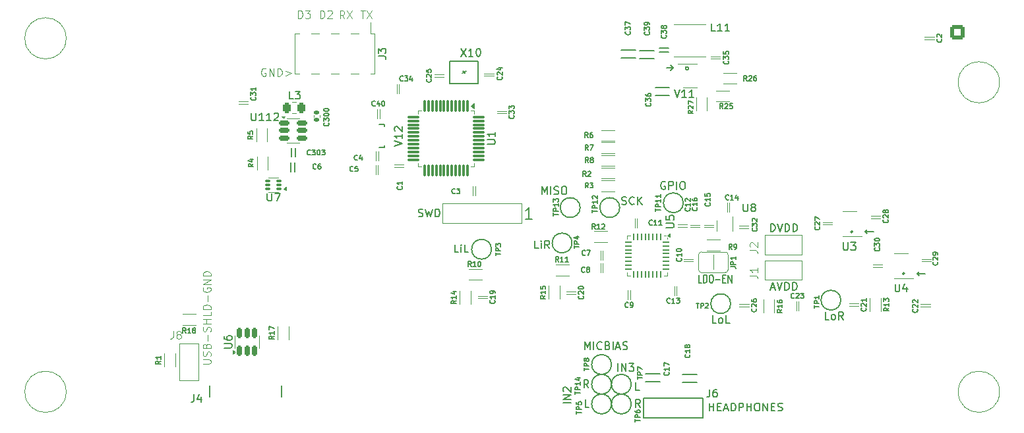
<source format=gto>
G04 #@! TF.GenerationSoftware,KiCad,Pcbnew,9.0.3*
G04 #@! TF.CreationDate,2026-01-03T08:49:13-08:00*
G04 #@! TF.ProjectId,ir-remote,69722d72-656d-46f7-9465-2e6b69636164,rev?*
G04 #@! TF.SameCoordinates,Original*
G04 #@! TF.FileFunction,Legend,Top*
G04 #@! TF.FilePolarity,Positive*
%FSLAX46Y46*%
G04 Gerber Fmt 4.6, Leading zero omitted, Abs format (unit mm)*
G04 Created by KiCad (PCBNEW 9.0.3) date 2026-01-03 08:49:13*
%MOMM*%
%LPD*%
G01*
G04 APERTURE LIST*
G04 Aperture macros list*
%AMRoundRect*
0 Rectangle with rounded corners*
0 $1 Rounding radius*
0 $2 $3 $4 $5 $6 $7 $8 $9 X,Y pos of 4 corners*
0 Add a 4 corners polygon primitive as box body*
4,1,4,$2,$3,$4,$5,$6,$7,$8,$9,$2,$3,0*
0 Add four circle primitives for the rounded corners*
1,1,$1+$1,$2,$3*
1,1,$1+$1,$4,$5*
1,1,$1+$1,$6,$7*
1,1,$1+$1,$8,$9*
0 Add four rect primitives between the rounded corners*
20,1,$1+$1,$2,$3,$4,$5,0*
20,1,$1+$1,$4,$5,$6,$7,0*
20,1,$1+$1,$6,$7,$8,$9,0*
20,1,$1+$1,$8,$9,$2,$3,0*%
G04 Aperture macros list end*
%ADD10C,0.150000*%
%ADD11C,0.100000*%
%ADD12C,0.101600*%
%ADD13C,0.200000*%
%ADD14C,0.120000*%
%ADD15C,0.203200*%
%ADD16C,0.152400*%
%ADD17C,0.050000*%
%ADD18C,0.127000*%
%ADD19C,0.010000*%
%ADD20R,1.000000X1.000000*%
%ADD21R,0.340000X0.600000*%
%ADD22RoundRect,0.243750X0.243750X0.456250X-0.243750X0.456250X-0.243750X-0.456250X0.243750X-0.456250X0*%
%ADD23C,1.451000*%
%ADD24R,1.000000X3.150000*%
%ADD25R,1.700000X0.900000*%
%ADD26C,1.651000*%
%ADD27C,3.000000*%
%ADD28RoundRect,0.150000X0.150000X-0.512500X0.150000X0.512500X-0.150000X0.512500X-0.150000X-0.512500X0*%
%ADD29R,1.700000X1.700000*%
%ADD30O,1.700000X1.700000*%
%ADD31R,0.800100X0.800100*%
%ADD32R,1.200000X3.700000*%
%ADD33RoundRect,0.075000X-0.075000X0.662500X-0.075000X-0.662500X0.075000X-0.662500X0.075000X0.662500X0*%
%ADD34RoundRect,0.075000X-0.662500X0.075000X-0.662500X-0.075000X0.662500X-0.075000X0.662500X0.075000X0*%
%ADD35O,1.727200X2.032000*%
%ADD36R,1.060000X0.650000*%
%ADD37R,0.500000X0.160000*%
%ADD38O,1.152400X2.352400*%
%ADD39O,1.152400X1.952400*%
%ADD40RoundRect,0.062500X-0.062500X0.375000X-0.062500X-0.375000X0.062500X-0.375000X0.062500X0.375000X0*%
%ADD41RoundRect,0.062500X-0.375000X0.062500X-0.375000X-0.062500X0.375000X-0.062500X0.375000X0.062500X0*%
%ADD42R,3.450000X3.450000*%
%ADD43R,0.700000X1.300000*%
%ADD44R,1.168400X1.600200*%
%ADD45R,0.160000X0.500000*%
%ADD46R,1.220000X0.650000*%
%ADD47RoundRect,0.150000X-0.512500X-0.150000X0.512500X-0.150000X0.512500X0.150000X-0.512500X0.150000X0*%
%ADD48RoundRect,0.087500X0.250000X0.087500X-0.250000X0.087500X-0.250000X-0.087500X0.250000X-0.087500X0*%
%ADD49R,1.300000X0.700000*%
%ADD50RoundRect,0.147500X-0.172500X0.147500X-0.172500X-0.147500X0.172500X-0.147500X0.172500X0.147500X0*%
%ADD51R,1.400000X1.150000*%
%ADD52C,2.700000*%
%ADD53RoundRect,0.250200X-0.649800X-0.649800X0.649800X-0.649800X0.649800X0.649800X-0.649800X0.649800X0*%
%ADD54C,1.800000*%
%ADD55O,3.000000X4.000000*%
%ADD56C,2.500000*%
G04 APERTURE END LIST*
D10*
X97179160Y17375896D02*
X97655350Y17375896D01*
X97083922Y17090181D02*
X97417255Y18090181D01*
X97417255Y18090181D02*
X97750588Y17090181D01*
X97941065Y18090181D02*
X98274398Y17090181D01*
X98274398Y17090181D02*
X98607731Y18090181D01*
X98941065Y17090181D02*
X98941065Y18090181D01*
X98941065Y18090181D02*
X99179160Y18090181D01*
X99179160Y18090181D02*
X99322017Y18042562D01*
X99322017Y18042562D02*
X99417255Y17947324D01*
X99417255Y17947324D02*
X99464874Y17852086D01*
X99464874Y17852086D02*
X99512493Y17661610D01*
X99512493Y17661610D02*
X99512493Y17518753D01*
X99512493Y17518753D02*
X99464874Y17328277D01*
X99464874Y17328277D02*
X99417255Y17233039D01*
X99417255Y17233039D02*
X99322017Y17137800D01*
X99322017Y17137800D02*
X99179160Y17090181D01*
X99179160Y17090181D02*
X98941065Y17090181D01*
X99941065Y17090181D02*
X99941065Y18090181D01*
X99941065Y18090181D02*
X100179160Y18090181D01*
X100179160Y18090181D02*
X100322017Y18042562D01*
X100322017Y18042562D02*
X100417255Y17947324D01*
X100417255Y17947324D02*
X100464874Y17852086D01*
X100464874Y17852086D02*
X100512493Y17661610D01*
X100512493Y17661610D02*
X100512493Y17518753D01*
X100512493Y17518753D02*
X100464874Y17328277D01*
X100464874Y17328277D02*
X100417255Y17233039D01*
X100417255Y17233039D02*
X100322017Y17137800D01*
X100322017Y17137800D02*
X100179160Y17090181D01*
X100179160Y17090181D02*
X99941065Y17090181D01*
D11*
X32267693Y45569962D02*
X32172455Y45617581D01*
X32172455Y45617581D02*
X32029598Y45617581D01*
X32029598Y45617581D02*
X31886741Y45569962D01*
X31886741Y45569962D02*
X31791503Y45474724D01*
X31791503Y45474724D02*
X31743884Y45379486D01*
X31743884Y45379486D02*
X31696265Y45189010D01*
X31696265Y45189010D02*
X31696265Y45046153D01*
X31696265Y45046153D02*
X31743884Y44855677D01*
X31743884Y44855677D02*
X31791503Y44760439D01*
X31791503Y44760439D02*
X31886741Y44665200D01*
X31886741Y44665200D02*
X32029598Y44617581D01*
X32029598Y44617581D02*
X32124836Y44617581D01*
X32124836Y44617581D02*
X32267693Y44665200D01*
X32267693Y44665200D02*
X32315312Y44712820D01*
X32315312Y44712820D02*
X32315312Y45046153D01*
X32315312Y45046153D02*
X32124836Y45046153D01*
X32743884Y44617581D02*
X32743884Y45617581D01*
X32743884Y45617581D02*
X33315312Y44617581D01*
X33315312Y44617581D02*
X33315312Y45617581D01*
X33791503Y44617581D02*
X33791503Y45617581D01*
X33791503Y45617581D02*
X34029598Y45617581D01*
X34029598Y45617581D02*
X34172455Y45569962D01*
X34172455Y45569962D02*
X34267693Y45474724D01*
X34267693Y45474724D02*
X34315312Y45379486D01*
X34315312Y45379486D02*
X34362931Y45189010D01*
X34362931Y45189010D02*
X34362931Y45046153D01*
X34362931Y45046153D02*
X34315312Y44855677D01*
X34315312Y44855677D02*
X34267693Y44760439D01*
X34267693Y44760439D02*
X34172455Y44665200D01*
X34172455Y44665200D02*
X34029598Y44617581D01*
X34029598Y44617581D02*
X33791503Y44617581D01*
X34791503Y45284248D02*
X35553408Y44998534D01*
X35553408Y44998534D02*
X34791503Y44712820D01*
D10*
X51899160Y26567800D02*
X52042017Y26520181D01*
X52042017Y26520181D02*
X52280112Y26520181D01*
X52280112Y26520181D02*
X52375350Y26567800D01*
X52375350Y26567800D02*
X52422969Y26615420D01*
X52422969Y26615420D02*
X52470588Y26710658D01*
X52470588Y26710658D02*
X52470588Y26805896D01*
X52470588Y26805896D02*
X52422969Y26901134D01*
X52422969Y26901134D02*
X52375350Y26948753D01*
X52375350Y26948753D02*
X52280112Y26996372D01*
X52280112Y26996372D02*
X52089636Y27043991D01*
X52089636Y27043991D02*
X51994398Y27091610D01*
X51994398Y27091610D02*
X51946779Y27139229D01*
X51946779Y27139229D02*
X51899160Y27234467D01*
X51899160Y27234467D02*
X51899160Y27329705D01*
X51899160Y27329705D02*
X51946779Y27424943D01*
X51946779Y27424943D02*
X51994398Y27472562D01*
X51994398Y27472562D02*
X52089636Y27520181D01*
X52089636Y27520181D02*
X52327731Y27520181D01*
X52327731Y27520181D02*
X52470588Y27472562D01*
X52803922Y27520181D02*
X53042017Y26520181D01*
X53042017Y26520181D02*
X53232493Y27234467D01*
X53232493Y27234467D02*
X53422969Y26520181D01*
X53422969Y26520181D02*
X53661065Y27520181D01*
X54042017Y26520181D02*
X54042017Y27520181D01*
X54042017Y27520181D02*
X54280112Y27520181D01*
X54280112Y27520181D02*
X54422969Y27472562D01*
X54422969Y27472562D02*
X54518207Y27377324D01*
X54518207Y27377324D02*
X54565826Y27282086D01*
X54565826Y27282086D02*
X54613445Y27091610D01*
X54613445Y27091610D02*
X54613445Y26948753D01*
X54613445Y26948753D02*
X54565826Y26758277D01*
X54565826Y26758277D02*
X54518207Y26663039D01*
X54518207Y26663039D02*
X54422969Y26567800D01*
X54422969Y26567800D02*
X54280112Y26520181D01*
X54280112Y26520181D02*
X54042017Y26520181D01*
D11*
X24212419Y7583885D02*
X25021942Y7583885D01*
X25021942Y7583885D02*
X25117180Y7631504D01*
X25117180Y7631504D02*
X25164800Y7679123D01*
X25164800Y7679123D02*
X25212419Y7774361D01*
X25212419Y7774361D02*
X25212419Y7964837D01*
X25212419Y7964837D02*
X25164800Y8060075D01*
X25164800Y8060075D02*
X25117180Y8107694D01*
X25117180Y8107694D02*
X25021942Y8155313D01*
X25021942Y8155313D02*
X24212419Y8155313D01*
X25164800Y8583885D02*
X25212419Y8726742D01*
X25212419Y8726742D02*
X25212419Y8964837D01*
X25212419Y8964837D02*
X25164800Y9060075D01*
X25164800Y9060075D02*
X25117180Y9107694D01*
X25117180Y9107694D02*
X25021942Y9155313D01*
X25021942Y9155313D02*
X24926704Y9155313D01*
X24926704Y9155313D02*
X24831466Y9107694D01*
X24831466Y9107694D02*
X24783847Y9060075D01*
X24783847Y9060075D02*
X24736228Y8964837D01*
X24736228Y8964837D02*
X24688609Y8774361D01*
X24688609Y8774361D02*
X24640990Y8679123D01*
X24640990Y8679123D02*
X24593371Y8631504D01*
X24593371Y8631504D02*
X24498133Y8583885D01*
X24498133Y8583885D02*
X24402895Y8583885D01*
X24402895Y8583885D02*
X24307657Y8631504D01*
X24307657Y8631504D02*
X24260038Y8679123D01*
X24260038Y8679123D02*
X24212419Y8774361D01*
X24212419Y8774361D02*
X24212419Y9012456D01*
X24212419Y9012456D02*
X24260038Y9155313D01*
X24688609Y9917218D02*
X24736228Y10060075D01*
X24736228Y10060075D02*
X24783847Y10107694D01*
X24783847Y10107694D02*
X24879085Y10155313D01*
X24879085Y10155313D02*
X25021942Y10155313D01*
X25021942Y10155313D02*
X25117180Y10107694D01*
X25117180Y10107694D02*
X25164800Y10060075D01*
X25164800Y10060075D02*
X25212419Y9964837D01*
X25212419Y9964837D02*
X25212419Y9583885D01*
X25212419Y9583885D02*
X24212419Y9583885D01*
X24212419Y9583885D02*
X24212419Y9917218D01*
X24212419Y9917218D02*
X24260038Y10012456D01*
X24260038Y10012456D02*
X24307657Y10060075D01*
X24307657Y10060075D02*
X24402895Y10107694D01*
X24402895Y10107694D02*
X24498133Y10107694D01*
X24498133Y10107694D02*
X24593371Y10060075D01*
X24593371Y10060075D02*
X24640990Y10012456D01*
X24640990Y10012456D02*
X24688609Y9917218D01*
X24688609Y9917218D02*
X24688609Y9583885D01*
X24831466Y10583885D02*
X24831466Y11345789D01*
X25164800Y11774361D02*
X25212419Y11917218D01*
X25212419Y11917218D02*
X25212419Y12155313D01*
X25212419Y12155313D02*
X25164800Y12250551D01*
X25164800Y12250551D02*
X25117180Y12298170D01*
X25117180Y12298170D02*
X25021942Y12345789D01*
X25021942Y12345789D02*
X24926704Y12345789D01*
X24926704Y12345789D02*
X24831466Y12298170D01*
X24831466Y12298170D02*
X24783847Y12250551D01*
X24783847Y12250551D02*
X24736228Y12155313D01*
X24736228Y12155313D02*
X24688609Y11964837D01*
X24688609Y11964837D02*
X24640990Y11869599D01*
X24640990Y11869599D02*
X24593371Y11821980D01*
X24593371Y11821980D02*
X24498133Y11774361D01*
X24498133Y11774361D02*
X24402895Y11774361D01*
X24402895Y11774361D02*
X24307657Y11821980D01*
X24307657Y11821980D02*
X24260038Y11869599D01*
X24260038Y11869599D02*
X24212419Y11964837D01*
X24212419Y11964837D02*
X24212419Y12202932D01*
X24212419Y12202932D02*
X24260038Y12345789D01*
X25212419Y12774361D02*
X24212419Y12774361D01*
X24688609Y12774361D02*
X24688609Y13345789D01*
X25212419Y13345789D02*
X24212419Y13345789D01*
X25212419Y14298170D02*
X25212419Y13821980D01*
X25212419Y13821980D02*
X24212419Y13821980D01*
X25212419Y14631504D02*
X24212419Y14631504D01*
X24212419Y14631504D02*
X24212419Y14869599D01*
X24212419Y14869599D02*
X24260038Y15012456D01*
X24260038Y15012456D02*
X24355276Y15107694D01*
X24355276Y15107694D02*
X24450514Y15155313D01*
X24450514Y15155313D02*
X24640990Y15202932D01*
X24640990Y15202932D02*
X24783847Y15202932D01*
X24783847Y15202932D02*
X24974323Y15155313D01*
X24974323Y15155313D02*
X25069561Y15107694D01*
X25069561Y15107694D02*
X25164800Y15012456D01*
X25164800Y15012456D02*
X25212419Y14869599D01*
X25212419Y14869599D02*
X25212419Y14631504D01*
X24831466Y15631504D02*
X24831466Y16393408D01*
X24260038Y17393408D02*
X24212419Y17298170D01*
X24212419Y17298170D02*
X24212419Y17155313D01*
X24212419Y17155313D02*
X24260038Y17012456D01*
X24260038Y17012456D02*
X24355276Y16917218D01*
X24355276Y16917218D02*
X24450514Y16869599D01*
X24450514Y16869599D02*
X24640990Y16821980D01*
X24640990Y16821980D02*
X24783847Y16821980D01*
X24783847Y16821980D02*
X24974323Y16869599D01*
X24974323Y16869599D02*
X25069561Y16917218D01*
X25069561Y16917218D02*
X25164800Y17012456D01*
X25164800Y17012456D02*
X25212419Y17155313D01*
X25212419Y17155313D02*
X25212419Y17250551D01*
X25212419Y17250551D02*
X25164800Y17393408D01*
X25164800Y17393408D02*
X25117180Y17441027D01*
X25117180Y17441027D02*
X24783847Y17441027D01*
X24783847Y17441027D02*
X24783847Y17250551D01*
X25212419Y17869599D02*
X24212419Y17869599D01*
X24212419Y17869599D02*
X25212419Y18441027D01*
X25212419Y18441027D02*
X24212419Y18441027D01*
X25212419Y18917218D02*
X24212419Y18917218D01*
X24212419Y18917218D02*
X24212419Y19155313D01*
X24212419Y19155313D02*
X24260038Y19298170D01*
X24260038Y19298170D02*
X24355276Y19393408D01*
X24355276Y19393408D02*
X24450514Y19441027D01*
X24450514Y19441027D02*
X24640990Y19488646D01*
X24640990Y19488646D02*
X24783847Y19488646D01*
X24783847Y19488646D02*
X24974323Y19441027D01*
X24974323Y19441027D02*
X25069561Y19393408D01*
X25069561Y19393408D02*
X25164800Y19298170D01*
X25164800Y19298170D02*
X25212419Y19155313D01*
X25212419Y19155313D02*
X25212419Y18917218D01*
D10*
X90142969Y12830181D02*
X89666779Y12830181D01*
X89666779Y12830181D02*
X89666779Y13830181D01*
X90619160Y12830181D02*
X90523922Y12877800D01*
X90523922Y12877800D02*
X90476303Y12925420D01*
X90476303Y12925420D02*
X90428684Y13020658D01*
X90428684Y13020658D02*
X90428684Y13306372D01*
X90428684Y13306372D02*
X90476303Y13401610D01*
X90476303Y13401610D02*
X90523922Y13449229D01*
X90523922Y13449229D02*
X90619160Y13496848D01*
X90619160Y13496848D02*
X90762017Y13496848D01*
X90762017Y13496848D02*
X90857255Y13449229D01*
X90857255Y13449229D02*
X90904874Y13401610D01*
X90904874Y13401610D02*
X90952493Y13306372D01*
X90952493Y13306372D02*
X90952493Y13020658D01*
X90952493Y13020658D02*
X90904874Y12925420D01*
X90904874Y12925420D02*
X90857255Y12877800D01*
X90857255Y12877800D02*
X90762017Y12830181D01*
X90762017Y12830181D02*
X90619160Y12830181D01*
X91857255Y12830181D02*
X91381065Y12830181D01*
X91381065Y12830181D02*
X91381065Y13830181D01*
D11*
X42395312Y52017581D02*
X42061979Y52493772D01*
X41823884Y52017581D02*
X41823884Y53017581D01*
X41823884Y53017581D02*
X42204836Y53017581D01*
X42204836Y53017581D02*
X42300074Y52969962D01*
X42300074Y52969962D02*
X42347693Y52922343D01*
X42347693Y52922343D02*
X42395312Y52827105D01*
X42395312Y52827105D02*
X42395312Y52684248D01*
X42395312Y52684248D02*
X42347693Y52589010D01*
X42347693Y52589010D02*
X42300074Y52541391D01*
X42300074Y52541391D02*
X42204836Y52493772D01*
X42204836Y52493772D02*
X41823884Y52493772D01*
X42728646Y53017581D02*
X43395312Y52017581D01*
X43395312Y53017581D02*
X42728646Y52017581D01*
D10*
X78009160Y28127800D02*
X78152017Y28080181D01*
X78152017Y28080181D02*
X78390112Y28080181D01*
X78390112Y28080181D02*
X78485350Y28127800D01*
X78485350Y28127800D02*
X78532969Y28175420D01*
X78532969Y28175420D02*
X78580588Y28270658D01*
X78580588Y28270658D02*
X78580588Y28365896D01*
X78580588Y28365896D02*
X78532969Y28461134D01*
X78532969Y28461134D02*
X78485350Y28508753D01*
X78485350Y28508753D02*
X78390112Y28556372D01*
X78390112Y28556372D02*
X78199636Y28603991D01*
X78199636Y28603991D02*
X78104398Y28651610D01*
X78104398Y28651610D02*
X78056779Y28699229D01*
X78056779Y28699229D02*
X78009160Y28794467D01*
X78009160Y28794467D02*
X78009160Y28889705D01*
X78009160Y28889705D02*
X78056779Y28984943D01*
X78056779Y28984943D02*
X78104398Y29032562D01*
X78104398Y29032562D02*
X78199636Y29080181D01*
X78199636Y29080181D02*
X78437731Y29080181D01*
X78437731Y29080181D02*
X78580588Y29032562D01*
X79580588Y28175420D02*
X79532969Y28127800D01*
X79532969Y28127800D02*
X79390112Y28080181D01*
X79390112Y28080181D02*
X79294874Y28080181D01*
X79294874Y28080181D02*
X79152017Y28127800D01*
X79152017Y28127800D02*
X79056779Y28223039D01*
X79056779Y28223039D02*
X79009160Y28318277D01*
X79009160Y28318277D02*
X78961541Y28508753D01*
X78961541Y28508753D02*
X78961541Y28651610D01*
X78961541Y28651610D02*
X79009160Y28842086D01*
X79009160Y28842086D02*
X79056779Y28937324D01*
X79056779Y28937324D02*
X79152017Y29032562D01*
X79152017Y29032562D02*
X79294874Y29080181D01*
X79294874Y29080181D02*
X79390112Y29080181D01*
X79390112Y29080181D02*
X79532969Y29032562D01*
X79532969Y29032562D02*
X79580588Y28984943D01*
X80009160Y28080181D02*
X80009160Y29080181D01*
X80580588Y28080181D02*
X80152017Y28651610D01*
X80580588Y29080181D02*
X80009160Y28508753D01*
X97116779Y24620181D02*
X97116779Y25620181D01*
X97116779Y25620181D02*
X97354874Y25620181D01*
X97354874Y25620181D02*
X97497731Y25572562D01*
X97497731Y25572562D02*
X97592969Y25477324D01*
X97592969Y25477324D02*
X97640588Y25382086D01*
X97640588Y25382086D02*
X97688207Y25191610D01*
X97688207Y25191610D02*
X97688207Y25048753D01*
X97688207Y25048753D02*
X97640588Y24858277D01*
X97640588Y24858277D02*
X97592969Y24763039D01*
X97592969Y24763039D02*
X97497731Y24667800D01*
X97497731Y24667800D02*
X97354874Y24620181D01*
X97354874Y24620181D02*
X97116779Y24620181D01*
X97973922Y25620181D02*
X98307255Y24620181D01*
X98307255Y24620181D02*
X98640588Y25620181D01*
X98973922Y24620181D02*
X98973922Y25620181D01*
X98973922Y25620181D02*
X99212017Y25620181D01*
X99212017Y25620181D02*
X99354874Y25572562D01*
X99354874Y25572562D02*
X99450112Y25477324D01*
X99450112Y25477324D02*
X99497731Y25382086D01*
X99497731Y25382086D02*
X99545350Y25191610D01*
X99545350Y25191610D02*
X99545350Y25048753D01*
X99545350Y25048753D02*
X99497731Y24858277D01*
X99497731Y24858277D02*
X99450112Y24763039D01*
X99450112Y24763039D02*
X99354874Y24667800D01*
X99354874Y24667800D02*
X99212017Y24620181D01*
X99212017Y24620181D02*
X98973922Y24620181D01*
X99973922Y24620181D02*
X99973922Y25620181D01*
X99973922Y25620181D02*
X100212017Y25620181D01*
X100212017Y25620181D02*
X100354874Y25572562D01*
X100354874Y25572562D02*
X100450112Y25477324D01*
X100450112Y25477324D02*
X100497731Y25382086D01*
X100497731Y25382086D02*
X100545350Y25191610D01*
X100545350Y25191610D02*
X100545350Y25048753D01*
X100545350Y25048753D02*
X100497731Y24858277D01*
X100497731Y24858277D02*
X100450112Y24763039D01*
X100450112Y24763039D02*
X100354874Y24667800D01*
X100354874Y24667800D02*
X100212017Y24620181D01*
X100212017Y24620181D02*
X99973922Y24620181D01*
X80272969Y4240181D02*
X79796779Y4240181D01*
X79796779Y4240181D02*
X79796779Y5240181D01*
X71449819Y2556780D02*
X70449819Y2556780D01*
X71449819Y3032970D02*
X70449819Y3032970D01*
X70449819Y3032970D02*
X71449819Y3604398D01*
X71449819Y3604398D02*
X70449819Y3604398D01*
X70545057Y4032970D02*
X70497438Y4080589D01*
X70497438Y4080589D02*
X70449819Y4175827D01*
X70449819Y4175827D02*
X70449819Y4413922D01*
X70449819Y4413922D02*
X70497438Y4509160D01*
X70497438Y4509160D02*
X70545057Y4556779D01*
X70545057Y4556779D02*
X70640295Y4604398D01*
X70640295Y4604398D02*
X70735533Y4604398D01*
X70735533Y4604398D02*
X70878390Y4556779D01*
X70878390Y4556779D02*
X71449819Y3985351D01*
X71449819Y3985351D02*
X71449819Y4604398D01*
D11*
X36433884Y52067581D02*
X36433884Y53067581D01*
X36433884Y53067581D02*
X36671979Y53067581D01*
X36671979Y53067581D02*
X36814836Y53019962D01*
X36814836Y53019962D02*
X36910074Y52924724D01*
X36910074Y52924724D02*
X36957693Y52829486D01*
X36957693Y52829486D02*
X37005312Y52639010D01*
X37005312Y52639010D02*
X37005312Y52496153D01*
X37005312Y52496153D02*
X36957693Y52305677D01*
X36957693Y52305677D02*
X36910074Y52210439D01*
X36910074Y52210439D02*
X36814836Y52115200D01*
X36814836Y52115200D02*
X36671979Y52067581D01*
X36671979Y52067581D02*
X36433884Y52067581D01*
X37338646Y53067581D02*
X37957693Y53067581D01*
X37957693Y53067581D02*
X37624360Y52686629D01*
X37624360Y52686629D02*
X37767217Y52686629D01*
X37767217Y52686629D02*
X37862455Y52639010D01*
X37862455Y52639010D02*
X37910074Y52591391D01*
X37910074Y52591391D02*
X37957693Y52496153D01*
X37957693Y52496153D02*
X37957693Y52258058D01*
X37957693Y52258058D02*
X37910074Y52162820D01*
X37910074Y52162820D02*
X37862455Y52115200D01*
X37862455Y52115200D02*
X37767217Y52067581D01*
X37767217Y52067581D02*
X37481503Y52067581D01*
X37481503Y52067581D02*
X37386265Y52115200D01*
X37386265Y52115200D02*
X37338646Y52162820D01*
D10*
X88274398Y18040181D02*
X87917255Y18040181D01*
X87917255Y18040181D02*
X87917255Y19040181D01*
X88524398Y18040181D02*
X88524398Y19040181D01*
X88524398Y19040181D02*
X88702969Y19040181D01*
X88702969Y19040181D02*
X88810112Y18992562D01*
X88810112Y18992562D02*
X88881541Y18897324D01*
X88881541Y18897324D02*
X88917255Y18802086D01*
X88917255Y18802086D02*
X88952969Y18611610D01*
X88952969Y18611610D02*
X88952969Y18468753D01*
X88952969Y18468753D02*
X88917255Y18278277D01*
X88917255Y18278277D02*
X88881541Y18183039D01*
X88881541Y18183039D02*
X88810112Y18087800D01*
X88810112Y18087800D02*
X88702969Y18040181D01*
X88702969Y18040181D02*
X88524398Y18040181D01*
X89417255Y19040181D02*
X89560112Y19040181D01*
X89560112Y19040181D02*
X89631541Y18992562D01*
X89631541Y18992562D02*
X89702969Y18897324D01*
X89702969Y18897324D02*
X89738684Y18706848D01*
X89738684Y18706848D02*
X89738684Y18373515D01*
X89738684Y18373515D02*
X89702969Y18183039D01*
X89702969Y18183039D02*
X89631541Y18087800D01*
X89631541Y18087800D02*
X89560112Y18040181D01*
X89560112Y18040181D02*
X89417255Y18040181D01*
X89417255Y18040181D02*
X89345827Y18087800D01*
X89345827Y18087800D02*
X89274398Y18183039D01*
X89274398Y18183039D02*
X89238684Y18373515D01*
X89238684Y18373515D02*
X89238684Y18706848D01*
X89238684Y18706848D02*
X89274398Y18897324D01*
X89274398Y18897324D02*
X89345827Y18992562D01*
X89345827Y18992562D02*
X89417255Y19040181D01*
X90060112Y18421134D02*
X90631541Y18421134D01*
X90988683Y18563991D02*
X91238683Y18563991D01*
X91345826Y18040181D02*
X90988683Y18040181D01*
X90988683Y18040181D02*
X90988683Y19040181D01*
X90988683Y19040181D02*
X91345826Y19040181D01*
X91667254Y18040181D02*
X91667254Y19040181D01*
X91667254Y19040181D02*
X92095825Y18040181D01*
X92095825Y18040181D02*
X92095825Y19040181D01*
X104622969Y13280181D02*
X104146779Y13280181D01*
X104146779Y13280181D02*
X104146779Y14280181D01*
X105099160Y13280181D02*
X105003922Y13327800D01*
X105003922Y13327800D02*
X104956303Y13375420D01*
X104956303Y13375420D02*
X104908684Y13470658D01*
X104908684Y13470658D02*
X104908684Y13756372D01*
X104908684Y13756372D02*
X104956303Y13851610D01*
X104956303Y13851610D02*
X105003922Y13899229D01*
X105003922Y13899229D02*
X105099160Y13946848D01*
X105099160Y13946848D02*
X105242017Y13946848D01*
X105242017Y13946848D02*
X105337255Y13899229D01*
X105337255Y13899229D02*
X105384874Y13851610D01*
X105384874Y13851610D02*
X105432493Y13756372D01*
X105432493Y13756372D02*
X105432493Y13470658D01*
X105432493Y13470658D02*
X105384874Y13375420D01*
X105384874Y13375420D02*
X105337255Y13327800D01*
X105337255Y13327800D02*
X105242017Y13280181D01*
X105242017Y13280181D02*
X105099160Y13280181D01*
X106432493Y13280181D02*
X106099160Y13756372D01*
X105861065Y13280181D02*
X105861065Y14280181D01*
X105861065Y14280181D02*
X106242017Y14280181D01*
X106242017Y14280181D02*
X106337255Y14232562D01*
X106337255Y14232562D02*
X106384874Y14184943D01*
X106384874Y14184943D02*
X106432493Y14089705D01*
X106432493Y14089705D02*
X106432493Y13946848D01*
X106432493Y13946848D02*
X106384874Y13851610D01*
X106384874Y13851610D02*
X106337255Y13803991D01*
X106337255Y13803991D02*
X106242017Y13756372D01*
X106242017Y13756372D02*
X105861065Y13756372D01*
X67736779Y29410181D02*
X67736779Y30410181D01*
X67736779Y30410181D02*
X68070112Y29695896D01*
X68070112Y29695896D02*
X68403445Y30410181D01*
X68403445Y30410181D02*
X68403445Y29410181D01*
X68879636Y29410181D02*
X68879636Y30410181D01*
X69308207Y29457800D02*
X69451064Y29410181D01*
X69451064Y29410181D02*
X69689159Y29410181D01*
X69689159Y29410181D02*
X69784397Y29457800D01*
X69784397Y29457800D02*
X69832016Y29505420D01*
X69832016Y29505420D02*
X69879635Y29600658D01*
X69879635Y29600658D02*
X69879635Y29695896D01*
X69879635Y29695896D02*
X69832016Y29791134D01*
X69832016Y29791134D02*
X69784397Y29838753D01*
X69784397Y29838753D02*
X69689159Y29886372D01*
X69689159Y29886372D02*
X69498683Y29933991D01*
X69498683Y29933991D02*
X69403445Y29981610D01*
X69403445Y29981610D02*
X69355826Y30029229D01*
X69355826Y30029229D02*
X69308207Y30124467D01*
X69308207Y30124467D02*
X69308207Y30219705D01*
X69308207Y30219705D02*
X69355826Y30314943D01*
X69355826Y30314943D02*
X69403445Y30362562D01*
X69403445Y30362562D02*
X69498683Y30410181D01*
X69498683Y30410181D02*
X69736778Y30410181D01*
X69736778Y30410181D02*
X69879635Y30362562D01*
X70498683Y30410181D02*
X70689159Y30410181D01*
X70689159Y30410181D02*
X70784397Y30362562D01*
X70784397Y30362562D02*
X70879635Y30267324D01*
X70879635Y30267324D02*
X70927254Y30076848D01*
X70927254Y30076848D02*
X70927254Y29743515D01*
X70927254Y29743515D02*
X70879635Y29553039D01*
X70879635Y29553039D02*
X70784397Y29457800D01*
X70784397Y29457800D02*
X70689159Y29410181D01*
X70689159Y29410181D02*
X70498683Y29410181D01*
X70498683Y29410181D02*
X70403445Y29457800D01*
X70403445Y29457800D02*
X70308207Y29553039D01*
X70308207Y29553039D02*
X70260588Y29743515D01*
X70260588Y29743515D02*
X70260588Y30076848D01*
X70260588Y30076848D02*
X70308207Y30267324D01*
X70308207Y30267324D02*
X70403445Y30362562D01*
X70403445Y30362562D02*
X70498683Y30410181D01*
X73802969Y2020181D02*
X73326779Y2020181D01*
X73326779Y2020181D02*
X73326779Y3020181D01*
X73718207Y4520181D02*
X73384874Y4996372D01*
X73146779Y4520181D02*
X73146779Y5520181D01*
X73146779Y5520181D02*
X73527731Y5520181D01*
X73527731Y5520181D02*
X73622969Y5472562D01*
X73622969Y5472562D02*
X73670588Y5424943D01*
X73670588Y5424943D02*
X73718207Y5329705D01*
X73718207Y5329705D02*
X73718207Y5186848D01*
X73718207Y5186848D02*
X73670588Y5091610D01*
X73670588Y5091610D02*
X73622969Y5043991D01*
X73622969Y5043991D02*
X73527731Y4996372D01*
X73527731Y4996372D02*
X73146779Y4996372D01*
D11*
X39273884Y52067581D02*
X39273884Y53067581D01*
X39273884Y53067581D02*
X39511979Y53067581D01*
X39511979Y53067581D02*
X39654836Y53019962D01*
X39654836Y53019962D02*
X39750074Y52924724D01*
X39750074Y52924724D02*
X39797693Y52829486D01*
X39797693Y52829486D02*
X39845312Y52639010D01*
X39845312Y52639010D02*
X39845312Y52496153D01*
X39845312Y52496153D02*
X39797693Y52305677D01*
X39797693Y52305677D02*
X39750074Y52210439D01*
X39750074Y52210439D02*
X39654836Y52115200D01*
X39654836Y52115200D02*
X39511979Y52067581D01*
X39511979Y52067581D02*
X39273884Y52067581D01*
X40226265Y52972343D02*
X40273884Y53019962D01*
X40273884Y53019962D02*
X40369122Y53067581D01*
X40369122Y53067581D02*
X40607217Y53067581D01*
X40607217Y53067581D02*
X40702455Y53019962D01*
X40702455Y53019962D02*
X40750074Y52972343D01*
X40750074Y52972343D02*
X40797693Y52877105D01*
X40797693Y52877105D02*
X40797693Y52781867D01*
X40797693Y52781867D02*
X40750074Y52639010D01*
X40750074Y52639010D02*
X40178646Y52067581D01*
X40178646Y52067581D02*
X40797693Y52067581D01*
D10*
X80348207Y2000181D02*
X80014874Y2476372D01*
X79776779Y2000181D02*
X79776779Y3000181D01*
X79776779Y3000181D02*
X80157731Y3000181D01*
X80157731Y3000181D02*
X80252969Y2952562D01*
X80252969Y2952562D02*
X80300588Y2904943D01*
X80300588Y2904943D02*
X80348207Y2809705D01*
X80348207Y2809705D02*
X80348207Y2666848D01*
X80348207Y2666848D02*
X80300588Y2571610D01*
X80300588Y2571610D02*
X80252969Y2523991D01*
X80252969Y2523991D02*
X80157731Y2476372D01*
X80157731Y2476372D02*
X79776779Y2476372D01*
X83560588Y31002562D02*
X83465350Y31050181D01*
X83465350Y31050181D02*
X83322493Y31050181D01*
X83322493Y31050181D02*
X83179636Y31002562D01*
X83179636Y31002562D02*
X83084398Y30907324D01*
X83084398Y30907324D02*
X83036779Y30812086D01*
X83036779Y30812086D02*
X82989160Y30621610D01*
X82989160Y30621610D02*
X82989160Y30478753D01*
X82989160Y30478753D02*
X83036779Y30288277D01*
X83036779Y30288277D02*
X83084398Y30193039D01*
X83084398Y30193039D02*
X83179636Y30097800D01*
X83179636Y30097800D02*
X83322493Y30050181D01*
X83322493Y30050181D02*
X83417731Y30050181D01*
X83417731Y30050181D02*
X83560588Y30097800D01*
X83560588Y30097800D02*
X83608207Y30145420D01*
X83608207Y30145420D02*
X83608207Y30478753D01*
X83608207Y30478753D02*
X83417731Y30478753D01*
X84036779Y30050181D02*
X84036779Y31050181D01*
X84036779Y31050181D02*
X84417731Y31050181D01*
X84417731Y31050181D02*
X84512969Y31002562D01*
X84512969Y31002562D02*
X84560588Y30954943D01*
X84560588Y30954943D02*
X84608207Y30859705D01*
X84608207Y30859705D02*
X84608207Y30716848D01*
X84608207Y30716848D02*
X84560588Y30621610D01*
X84560588Y30621610D02*
X84512969Y30573991D01*
X84512969Y30573991D02*
X84417731Y30526372D01*
X84417731Y30526372D02*
X84036779Y30526372D01*
X85036779Y30050181D02*
X85036779Y31050181D01*
X85703445Y31050181D02*
X85893921Y31050181D01*
X85893921Y31050181D02*
X85989159Y31002562D01*
X85989159Y31002562D02*
X86084397Y30907324D01*
X86084397Y30907324D02*
X86132016Y30716848D01*
X86132016Y30716848D02*
X86132016Y30383515D01*
X86132016Y30383515D02*
X86084397Y30193039D01*
X86084397Y30193039D02*
X85989159Y30097800D01*
X85989159Y30097800D02*
X85893921Y30050181D01*
X85893921Y30050181D02*
X85703445Y30050181D01*
X85703445Y30050181D02*
X85608207Y30097800D01*
X85608207Y30097800D02*
X85512969Y30193039D01*
X85512969Y30193039D02*
X85465350Y30383515D01*
X85465350Y30383515D02*
X85465350Y30716848D01*
X85465350Y30716848D02*
X85512969Y30907324D01*
X85512969Y30907324D02*
X85608207Y31002562D01*
X85608207Y31002562D02*
X85703445Y31050181D01*
X57022969Y21950181D02*
X56546779Y21950181D01*
X56546779Y21950181D02*
X56546779Y22950181D01*
X57356303Y21950181D02*
X57356303Y22616848D01*
X57356303Y22950181D02*
X57308684Y22902562D01*
X57308684Y22902562D02*
X57356303Y22854943D01*
X57356303Y22854943D02*
X57403922Y22902562D01*
X57403922Y22902562D02*
X57356303Y22950181D01*
X57356303Y22950181D02*
X57356303Y22854943D01*
X58308683Y21950181D02*
X57832493Y21950181D01*
X57832493Y21950181D02*
X57832493Y22950181D01*
X77496779Y6630181D02*
X77496779Y7630181D01*
X77972969Y6630181D02*
X77972969Y7630181D01*
X77972969Y7630181D02*
X78544397Y6630181D01*
X78544397Y6630181D02*
X78544397Y7630181D01*
X78925350Y7630181D02*
X79544397Y7630181D01*
X79544397Y7630181D02*
X79211064Y7249229D01*
X79211064Y7249229D02*
X79353921Y7249229D01*
X79353921Y7249229D02*
X79449159Y7201610D01*
X79449159Y7201610D02*
X79496778Y7153991D01*
X79496778Y7153991D02*
X79544397Y7058753D01*
X79544397Y7058753D02*
X79544397Y6820658D01*
X79544397Y6820658D02*
X79496778Y6725420D01*
X79496778Y6725420D02*
X79449159Y6677800D01*
X79449159Y6677800D02*
X79353921Y6630181D01*
X79353921Y6630181D02*
X79068207Y6630181D01*
X79068207Y6630181D02*
X78972969Y6677800D01*
X78972969Y6677800D02*
X78925350Y6725420D01*
X89236779Y1540181D02*
X89236779Y2540181D01*
X89236779Y2063991D02*
X89808207Y2063991D01*
X89808207Y1540181D02*
X89808207Y2540181D01*
X90284398Y2063991D02*
X90617731Y2063991D01*
X90760588Y1540181D02*
X90284398Y1540181D01*
X90284398Y1540181D02*
X90284398Y2540181D01*
X90284398Y2540181D02*
X90760588Y2540181D01*
X91141541Y1825896D02*
X91617731Y1825896D01*
X91046303Y1540181D02*
X91379636Y2540181D01*
X91379636Y2540181D02*
X91712969Y1540181D01*
X92046303Y1540181D02*
X92046303Y2540181D01*
X92046303Y2540181D02*
X92284398Y2540181D01*
X92284398Y2540181D02*
X92427255Y2492562D01*
X92427255Y2492562D02*
X92522493Y2397324D01*
X92522493Y2397324D02*
X92570112Y2302086D01*
X92570112Y2302086D02*
X92617731Y2111610D01*
X92617731Y2111610D02*
X92617731Y1968753D01*
X92617731Y1968753D02*
X92570112Y1778277D01*
X92570112Y1778277D02*
X92522493Y1683039D01*
X92522493Y1683039D02*
X92427255Y1587800D01*
X92427255Y1587800D02*
X92284398Y1540181D01*
X92284398Y1540181D02*
X92046303Y1540181D01*
X93046303Y1540181D02*
X93046303Y2540181D01*
X93046303Y2540181D02*
X93427255Y2540181D01*
X93427255Y2540181D02*
X93522493Y2492562D01*
X93522493Y2492562D02*
X93570112Y2444943D01*
X93570112Y2444943D02*
X93617731Y2349705D01*
X93617731Y2349705D02*
X93617731Y2206848D01*
X93617731Y2206848D02*
X93570112Y2111610D01*
X93570112Y2111610D02*
X93522493Y2063991D01*
X93522493Y2063991D02*
X93427255Y2016372D01*
X93427255Y2016372D02*
X93046303Y2016372D01*
X94046303Y1540181D02*
X94046303Y2540181D01*
X94046303Y2063991D02*
X94617731Y2063991D01*
X94617731Y1540181D02*
X94617731Y2540181D01*
X95284398Y2540181D02*
X95474874Y2540181D01*
X95474874Y2540181D02*
X95570112Y2492562D01*
X95570112Y2492562D02*
X95665350Y2397324D01*
X95665350Y2397324D02*
X95712969Y2206848D01*
X95712969Y2206848D02*
X95712969Y1873515D01*
X95712969Y1873515D02*
X95665350Y1683039D01*
X95665350Y1683039D02*
X95570112Y1587800D01*
X95570112Y1587800D02*
X95474874Y1540181D01*
X95474874Y1540181D02*
X95284398Y1540181D01*
X95284398Y1540181D02*
X95189160Y1587800D01*
X95189160Y1587800D02*
X95093922Y1683039D01*
X95093922Y1683039D02*
X95046303Y1873515D01*
X95046303Y1873515D02*
X95046303Y2206848D01*
X95046303Y2206848D02*
X95093922Y2397324D01*
X95093922Y2397324D02*
X95189160Y2492562D01*
X95189160Y2492562D02*
X95284398Y2540181D01*
X96141541Y1540181D02*
X96141541Y2540181D01*
X96141541Y2540181D02*
X96712969Y1540181D01*
X96712969Y1540181D02*
X96712969Y2540181D01*
X97189160Y2063991D02*
X97522493Y2063991D01*
X97665350Y1540181D02*
X97189160Y1540181D01*
X97189160Y1540181D02*
X97189160Y2540181D01*
X97189160Y2540181D02*
X97665350Y2540181D01*
X98046303Y1587800D02*
X98189160Y1540181D01*
X98189160Y1540181D02*
X98427255Y1540181D01*
X98427255Y1540181D02*
X98522493Y1587800D01*
X98522493Y1587800D02*
X98570112Y1635420D01*
X98570112Y1635420D02*
X98617731Y1730658D01*
X98617731Y1730658D02*
X98617731Y1825896D01*
X98617731Y1825896D02*
X98570112Y1921134D01*
X98570112Y1921134D02*
X98522493Y1968753D01*
X98522493Y1968753D02*
X98427255Y2016372D01*
X98427255Y2016372D02*
X98236779Y2063991D01*
X98236779Y2063991D02*
X98141541Y2111610D01*
X98141541Y2111610D02*
X98093922Y2159229D01*
X98093922Y2159229D02*
X98046303Y2254467D01*
X98046303Y2254467D02*
X98046303Y2349705D01*
X98046303Y2349705D02*
X98093922Y2444943D01*
X98093922Y2444943D02*
X98141541Y2492562D01*
X98141541Y2492562D02*
X98236779Y2540181D01*
X98236779Y2540181D02*
X98474874Y2540181D01*
X98474874Y2540181D02*
X98617731Y2492562D01*
D11*
X44451027Y53067581D02*
X45022455Y53067581D01*
X44736741Y52067581D02*
X44736741Y53067581D01*
X45260551Y53067581D02*
X45927217Y52067581D01*
X45927217Y53067581D02*
X45260551Y52067581D01*
D10*
X67312969Y22460181D02*
X66836779Y22460181D01*
X66836779Y22460181D02*
X66836779Y23460181D01*
X67646303Y22460181D02*
X67646303Y23126848D01*
X67646303Y23460181D02*
X67598684Y23412562D01*
X67598684Y23412562D02*
X67646303Y23364943D01*
X67646303Y23364943D02*
X67693922Y23412562D01*
X67693922Y23412562D02*
X67646303Y23460181D01*
X67646303Y23460181D02*
X67646303Y23364943D01*
X68693921Y22460181D02*
X68360588Y22936372D01*
X68122493Y22460181D02*
X68122493Y23460181D01*
X68122493Y23460181D02*
X68503445Y23460181D01*
X68503445Y23460181D02*
X68598683Y23412562D01*
X68598683Y23412562D02*
X68646302Y23364943D01*
X68646302Y23364943D02*
X68693921Y23269705D01*
X68693921Y23269705D02*
X68693921Y23126848D01*
X68693921Y23126848D02*
X68646302Y23031610D01*
X68646302Y23031610D02*
X68598683Y22983991D01*
X68598683Y22983991D02*
X68503445Y22936372D01*
X68503445Y22936372D02*
X68122493Y22936372D01*
X73236779Y9440181D02*
X73236779Y10440181D01*
X73236779Y10440181D02*
X73570112Y9725896D01*
X73570112Y9725896D02*
X73903445Y10440181D01*
X73903445Y10440181D02*
X73903445Y9440181D01*
X74379636Y9440181D02*
X74379636Y10440181D01*
X75427254Y9535420D02*
X75379635Y9487800D01*
X75379635Y9487800D02*
X75236778Y9440181D01*
X75236778Y9440181D02*
X75141540Y9440181D01*
X75141540Y9440181D02*
X74998683Y9487800D01*
X74998683Y9487800D02*
X74903445Y9583039D01*
X74903445Y9583039D02*
X74855826Y9678277D01*
X74855826Y9678277D02*
X74808207Y9868753D01*
X74808207Y9868753D02*
X74808207Y10011610D01*
X74808207Y10011610D02*
X74855826Y10202086D01*
X74855826Y10202086D02*
X74903445Y10297324D01*
X74903445Y10297324D02*
X74998683Y10392562D01*
X74998683Y10392562D02*
X75141540Y10440181D01*
X75141540Y10440181D02*
X75236778Y10440181D01*
X75236778Y10440181D02*
X75379635Y10392562D01*
X75379635Y10392562D02*
X75427254Y10344943D01*
X76189159Y9963991D02*
X76332016Y9916372D01*
X76332016Y9916372D02*
X76379635Y9868753D01*
X76379635Y9868753D02*
X76427254Y9773515D01*
X76427254Y9773515D02*
X76427254Y9630658D01*
X76427254Y9630658D02*
X76379635Y9535420D01*
X76379635Y9535420D02*
X76332016Y9487800D01*
X76332016Y9487800D02*
X76236778Y9440181D01*
X76236778Y9440181D02*
X75855826Y9440181D01*
X75855826Y9440181D02*
X75855826Y10440181D01*
X75855826Y10440181D02*
X76189159Y10440181D01*
X76189159Y10440181D02*
X76284397Y10392562D01*
X76284397Y10392562D02*
X76332016Y10344943D01*
X76332016Y10344943D02*
X76379635Y10249705D01*
X76379635Y10249705D02*
X76379635Y10154467D01*
X76379635Y10154467D02*
X76332016Y10059229D01*
X76332016Y10059229D02*
X76284397Y10011610D01*
X76284397Y10011610D02*
X76189159Y9963991D01*
X76189159Y9963991D02*
X75855826Y9963991D01*
X76855826Y9440181D02*
X76855826Y10440181D01*
X77284397Y9725896D02*
X77760587Y9725896D01*
X77189159Y9440181D02*
X77522492Y10440181D01*
X77522492Y10440181D02*
X77855825Y9440181D01*
X78141540Y9487800D02*
X78284397Y9440181D01*
X78284397Y9440181D02*
X78522492Y9440181D01*
X78522492Y9440181D02*
X78617730Y9487800D01*
X78617730Y9487800D02*
X78665349Y9535420D01*
X78665349Y9535420D02*
X78712968Y9630658D01*
X78712968Y9630658D02*
X78712968Y9725896D01*
X78712968Y9725896D02*
X78665349Y9821134D01*
X78665349Y9821134D02*
X78617730Y9868753D01*
X78617730Y9868753D02*
X78522492Y9916372D01*
X78522492Y9916372D02*
X78332016Y9963991D01*
X78332016Y9963991D02*
X78236778Y10011610D01*
X78236778Y10011610D02*
X78189159Y10059229D01*
X78189159Y10059229D02*
X78141540Y10154467D01*
X78141540Y10154467D02*
X78141540Y10249705D01*
X78141540Y10249705D02*
X78189159Y10344943D01*
X78189159Y10344943D02*
X78236778Y10392562D01*
X78236778Y10392562D02*
X78332016Y10440181D01*
X78332016Y10440181D02*
X78570111Y10440181D01*
X78570111Y10440181D02*
X78712968Y10392562D01*
X22022142Y11557098D02*
X21805475Y11866622D01*
X21650713Y11557098D02*
X21650713Y12207098D01*
X21650713Y12207098D02*
X21898332Y12207098D01*
X21898332Y12207098D02*
X21960237Y12176146D01*
X21960237Y12176146D02*
X21991190Y12145193D01*
X21991190Y12145193D02*
X22022142Y12083289D01*
X22022142Y12083289D02*
X22022142Y11990431D01*
X22022142Y11990431D02*
X21991190Y11928527D01*
X21991190Y11928527D02*
X21960237Y11897574D01*
X21960237Y11897574D02*
X21898332Y11866622D01*
X21898332Y11866622D02*
X21650713Y11866622D01*
X22641190Y11557098D02*
X22269761Y11557098D01*
X22455475Y11557098D02*
X22455475Y12207098D01*
X22455475Y12207098D02*
X22393571Y12114241D01*
X22393571Y12114241D02*
X22331666Y12052336D01*
X22331666Y12052336D02*
X22269761Y12021384D01*
X23012619Y11928527D02*
X22950714Y11959479D01*
X22950714Y11959479D02*
X22919761Y11990431D01*
X22919761Y11990431D02*
X22888809Y12052336D01*
X22888809Y12052336D02*
X22888809Y12083289D01*
X22888809Y12083289D02*
X22919761Y12145193D01*
X22919761Y12145193D02*
X22950714Y12176146D01*
X22950714Y12176146D02*
X23012619Y12207098D01*
X23012619Y12207098D02*
X23136428Y12207098D01*
X23136428Y12207098D02*
X23198333Y12176146D01*
X23198333Y12176146D02*
X23229285Y12145193D01*
X23229285Y12145193D02*
X23260238Y12083289D01*
X23260238Y12083289D02*
X23260238Y12052336D01*
X23260238Y12052336D02*
X23229285Y11990431D01*
X23229285Y11990431D02*
X23198333Y11959479D01*
X23198333Y11959479D02*
X23136428Y11928527D01*
X23136428Y11928527D02*
X23012619Y11928527D01*
X23012619Y11928527D02*
X22950714Y11897574D01*
X22950714Y11897574D02*
X22919761Y11866622D01*
X22919761Y11866622D02*
X22888809Y11804717D01*
X22888809Y11804717D02*
X22888809Y11680908D01*
X22888809Y11680908D02*
X22919761Y11619003D01*
X22919761Y11619003D02*
X22950714Y11588050D01*
X22950714Y11588050D02*
X23012619Y11557098D01*
X23012619Y11557098D02*
X23136428Y11557098D01*
X23136428Y11557098D02*
X23198333Y11588050D01*
X23198333Y11588050D02*
X23229285Y11619003D01*
X23229285Y11619003D02*
X23260238Y11680908D01*
X23260238Y11680908D02*
X23260238Y11804717D01*
X23260238Y11804717D02*
X23229285Y11866622D01*
X23229285Y11866622D02*
X23198333Y11897574D01*
X23198333Y11897574D02*
X23136428Y11928527D01*
X33362902Y11172143D02*
X33053378Y10955476D01*
X33362902Y10800714D02*
X32712902Y10800714D01*
X32712902Y10800714D02*
X32712902Y11048333D01*
X32712902Y11048333D02*
X32743854Y11110238D01*
X32743854Y11110238D02*
X32774807Y11141191D01*
X32774807Y11141191D02*
X32836711Y11172143D01*
X32836711Y11172143D02*
X32929569Y11172143D01*
X32929569Y11172143D02*
X32991473Y11141191D01*
X32991473Y11141191D02*
X33022426Y11110238D01*
X33022426Y11110238D02*
X33053378Y11048333D01*
X33053378Y11048333D02*
X33053378Y10800714D01*
X33362902Y11791191D02*
X33362902Y11419762D01*
X33362902Y11605476D02*
X32712902Y11605476D01*
X32712902Y11605476D02*
X32805759Y11543572D01*
X32805759Y11543572D02*
X32867664Y11481667D01*
X32867664Y11481667D02*
X32898616Y11419762D01*
X32712902Y12007858D02*
X32712902Y12441191D01*
X32712902Y12441191D02*
X33362902Y12162620D01*
X98603022Y14593894D02*
X98293498Y14377227D01*
X98603022Y14222465D02*
X97953022Y14222465D01*
X97953022Y14222465D02*
X97953022Y14470084D01*
X97953022Y14470084D02*
X97983974Y14531989D01*
X97983974Y14531989D02*
X98014927Y14562942D01*
X98014927Y14562942D02*
X98076831Y14593894D01*
X98076831Y14593894D02*
X98169689Y14593894D01*
X98169689Y14593894D02*
X98231593Y14562942D01*
X98231593Y14562942D02*
X98262546Y14531989D01*
X98262546Y14531989D02*
X98293498Y14470084D01*
X98293498Y14470084D02*
X98293498Y14222465D01*
X98603022Y15212942D02*
X98603022Y14841513D01*
X98603022Y15027227D02*
X97953022Y15027227D01*
X97953022Y15027227D02*
X98045879Y14965323D01*
X98045879Y14965323D02*
X98107784Y14903418D01*
X98107784Y14903418D02*
X98138736Y14841513D01*
X97953022Y15770085D02*
X97953022Y15646275D01*
X97953022Y15646275D02*
X97983974Y15584371D01*
X97983974Y15584371D02*
X98014927Y15553418D01*
X98014927Y15553418D02*
X98107784Y15491513D01*
X98107784Y15491513D02*
X98231593Y15460561D01*
X98231593Y15460561D02*
X98479212Y15460561D01*
X98479212Y15460561D02*
X98541117Y15491513D01*
X98541117Y15491513D02*
X98572070Y15522466D01*
X98572070Y15522466D02*
X98603022Y15584371D01*
X98603022Y15584371D02*
X98603022Y15708180D01*
X98603022Y15708180D02*
X98572070Y15770085D01*
X98572070Y15770085D02*
X98541117Y15801037D01*
X98541117Y15801037D02*
X98479212Y15831990D01*
X98479212Y15831990D02*
X98324450Y15831990D01*
X98324450Y15831990D02*
X98262546Y15801037D01*
X98262546Y15801037D02*
X98231593Y15770085D01*
X98231593Y15770085D02*
X98200641Y15708180D01*
X98200641Y15708180D02*
X98200641Y15584371D01*
X98200641Y15584371D02*
X98231593Y15522466D01*
X98231593Y15522466D02*
X98262546Y15491513D01*
X98262546Y15491513D02*
X98324450Y15460561D01*
X62570997Y44529643D02*
X62601950Y44498691D01*
X62601950Y44498691D02*
X62632902Y44405833D01*
X62632902Y44405833D02*
X62632902Y44343929D01*
X62632902Y44343929D02*
X62601950Y44251072D01*
X62601950Y44251072D02*
X62540045Y44189167D01*
X62540045Y44189167D02*
X62478140Y44158214D01*
X62478140Y44158214D02*
X62354330Y44127262D01*
X62354330Y44127262D02*
X62261473Y44127262D01*
X62261473Y44127262D02*
X62137664Y44158214D01*
X62137664Y44158214D02*
X62075759Y44189167D01*
X62075759Y44189167D02*
X62013854Y44251072D01*
X62013854Y44251072D02*
X61982902Y44343929D01*
X61982902Y44343929D02*
X61982902Y44405833D01*
X61982902Y44405833D02*
X62013854Y44498691D01*
X62013854Y44498691D02*
X62044807Y44529643D01*
X62044807Y44777262D02*
X62013854Y44808214D01*
X62013854Y44808214D02*
X61982902Y44870119D01*
X61982902Y44870119D02*
X61982902Y45024881D01*
X61982902Y45024881D02*
X62013854Y45086786D01*
X62013854Y45086786D02*
X62044807Y45117738D01*
X62044807Y45117738D02*
X62106711Y45148691D01*
X62106711Y45148691D02*
X62168616Y45148691D01*
X62168616Y45148691D02*
X62261473Y45117738D01*
X62261473Y45117738D02*
X62632902Y44746310D01*
X62632902Y44746310D02*
X62632902Y45148691D01*
X62199569Y45705834D02*
X62632902Y45705834D01*
X61951950Y45551072D02*
X62416235Y45396310D01*
X62416235Y45396310D02*
X62416235Y45798691D01*
X112302902Y14776235D02*
X111993378Y14559568D01*
X112302902Y14404806D02*
X111652902Y14404806D01*
X111652902Y14404806D02*
X111652902Y14652425D01*
X111652902Y14652425D02*
X111683854Y14714330D01*
X111683854Y14714330D02*
X111714807Y14745283D01*
X111714807Y14745283D02*
X111776711Y14776235D01*
X111776711Y14776235D02*
X111869569Y14776235D01*
X111869569Y14776235D02*
X111931473Y14745283D01*
X111931473Y14745283D02*
X111962426Y14714330D01*
X111962426Y14714330D02*
X111993378Y14652425D01*
X111993378Y14652425D02*
X111993378Y14404806D01*
X112302902Y15395283D02*
X112302902Y15023854D01*
X112302902Y15209568D02*
X111652902Y15209568D01*
X111652902Y15209568D02*
X111745759Y15147664D01*
X111745759Y15147664D02*
X111807664Y15085759D01*
X111807664Y15085759D02*
X111838616Y15023854D01*
X111652902Y15611950D02*
X111652902Y16014331D01*
X111652902Y16014331D02*
X111900521Y15797664D01*
X111900521Y15797664D02*
X111900521Y15890521D01*
X111900521Y15890521D02*
X111931473Y15952426D01*
X111931473Y15952426D02*
X111962426Y15983378D01*
X111962426Y15983378D02*
X112024330Y16014331D01*
X112024330Y16014331D02*
X112179092Y16014331D01*
X112179092Y16014331D02*
X112240997Y15983378D01*
X112240997Y15983378D02*
X112271950Y15952426D01*
X112271950Y15952426D02*
X112302902Y15890521D01*
X112302902Y15890521D02*
X112302902Y15704807D01*
X112302902Y15704807D02*
X112271950Y15642902D01*
X112271950Y15642902D02*
X112240997Y15611950D01*
X93608095Y28195181D02*
X93608095Y27385658D01*
X93608095Y27385658D02*
X93655714Y27290420D01*
X93655714Y27290420D02*
X93703333Y27242800D01*
X93703333Y27242800D02*
X93798571Y27195181D01*
X93798571Y27195181D02*
X93989047Y27195181D01*
X93989047Y27195181D02*
X94084285Y27242800D01*
X94084285Y27242800D02*
X94131904Y27290420D01*
X94131904Y27290420D02*
X94179523Y27385658D01*
X94179523Y27385658D02*
X94179523Y28195181D01*
X94798571Y27766610D02*
X94703333Y27814229D01*
X94703333Y27814229D02*
X94655714Y27861848D01*
X94655714Y27861848D02*
X94608095Y27957086D01*
X94608095Y27957086D02*
X94608095Y28004705D01*
X94608095Y28004705D02*
X94655714Y28099943D01*
X94655714Y28099943D02*
X94703333Y28147562D01*
X94703333Y28147562D02*
X94798571Y28195181D01*
X94798571Y28195181D02*
X94989047Y28195181D01*
X94989047Y28195181D02*
X95084285Y28147562D01*
X95084285Y28147562D02*
X95131904Y28099943D01*
X95131904Y28099943D02*
X95179523Y28004705D01*
X95179523Y28004705D02*
X95179523Y27957086D01*
X95179523Y27957086D02*
X95131904Y27861848D01*
X95131904Y27861848D02*
X95084285Y27814229D01*
X95084285Y27814229D02*
X94989047Y27766610D01*
X94989047Y27766610D02*
X94798571Y27766610D01*
X94798571Y27766610D02*
X94703333Y27718991D01*
X94703333Y27718991D02*
X94655714Y27671372D01*
X94655714Y27671372D02*
X94608095Y27576134D01*
X94608095Y27576134D02*
X94608095Y27385658D01*
X94608095Y27385658D02*
X94655714Y27290420D01*
X94655714Y27290420D02*
X94703333Y27242800D01*
X94703333Y27242800D02*
X94798571Y27195181D01*
X94798571Y27195181D02*
X94989047Y27195181D01*
X94989047Y27195181D02*
X95084285Y27242800D01*
X95084285Y27242800D02*
X95131904Y27290420D01*
X95131904Y27290420D02*
X95179523Y27385658D01*
X95179523Y27385658D02*
X95179523Y27576134D01*
X95179523Y27576134D02*
X95131904Y27671372D01*
X95131904Y27671372D02*
X95084285Y27718991D01*
X95084285Y27718991D02*
X94989047Y27766610D01*
X73030997Y16332143D02*
X73061950Y16301191D01*
X73061950Y16301191D02*
X73092902Y16208333D01*
X73092902Y16208333D02*
X73092902Y16146429D01*
X73092902Y16146429D02*
X73061950Y16053572D01*
X73061950Y16053572D02*
X73000045Y15991667D01*
X73000045Y15991667D02*
X72938140Y15960714D01*
X72938140Y15960714D02*
X72814330Y15929762D01*
X72814330Y15929762D02*
X72721473Y15929762D01*
X72721473Y15929762D02*
X72597664Y15960714D01*
X72597664Y15960714D02*
X72535759Y15991667D01*
X72535759Y15991667D02*
X72473854Y16053572D01*
X72473854Y16053572D02*
X72442902Y16146429D01*
X72442902Y16146429D02*
X72442902Y16208333D01*
X72442902Y16208333D02*
X72473854Y16301191D01*
X72473854Y16301191D02*
X72504807Y16332143D01*
X72504807Y16579762D02*
X72473854Y16610714D01*
X72473854Y16610714D02*
X72442902Y16672619D01*
X72442902Y16672619D02*
X72442902Y16827381D01*
X72442902Y16827381D02*
X72473854Y16889286D01*
X72473854Y16889286D02*
X72504807Y16920238D01*
X72504807Y16920238D02*
X72566711Y16951191D01*
X72566711Y16951191D02*
X72628616Y16951191D01*
X72628616Y16951191D02*
X72721473Y16920238D01*
X72721473Y16920238D02*
X73092902Y16548810D01*
X73092902Y16548810D02*
X73092902Y16951191D01*
X72442902Y17353572D02*
X72442902Y17415477D01*
X72442902Y17415477D02*
X72473854Y17477381D01*
X72473854Y17477381D02*
X72504807Y17508334D01*
X72504807Y17508334D02*
X72566711Y17539286D01*
X72566711Y17539286D02*
X72690521Y17570239D01*
X72690521Y17570239D02*
X72845283Y17570239D01*
X72845283Y17570239D02*
X72969092Y17539286D01*
X72969092Y17539286D02*
X73030997Y17508334D01*
X73030997Y17508334D02*
X73061950Y17477381D01*
X73061950Y17477381D02*
X73092902Y17415477D01*
X73092902Y17415477D02*
X73092902Y17353572D01*
X73092902Y17353572D02*
X73061950Y17291667D01*
X73061950Y17291667D02*
X73030997Y17260715D01*
X73030997Y17260715D02*
X72969092Y17229762D01*
X72969092Y17229762D02*
X72845283Y17198810D01*
X72845283Y17198810D02*
X72690521Y17198810D01*
X72690521Y17198810D02*
X72566711Y17229762D01*
X72566711Y17229762D02*
X72504807Y17260715D01*
X72504807Y17260715D02*
X72473854Y17291667D01*
X72473854Y17291667D02*
X72442902Y17353572D01*
X73681666Y30247098D02*
X73464999Y30556622D01*
X73310237Y30247098D02*
X73310237Y30897098D01*
X73310237Y30897098D02*
X73557856Y30897098D01*
X73557856Y30897098D02*
X73619761Y30866146D01*
X73619761Y30866146D02*
X73650714Y30835193D01*
X73650714Y30835193D02*
X73681666Y30773289D01*
X73681666Y30773289D02*
X73681666Y30680431D01*
X73681666Y30680431D02*
X73650714Y30618527D01*
X73650714Y30618527D02*
X73619761Y30587574D01*
X73619761Y30587574D02*
X73557856Y30556622D01*
X73557856Y30556622D02*
X73310237Y30556622D01*
X73898333Y30897098D02*
X74300714Y30897098D01*
X74300714Y30897098D02*
X74084047Y30649479D01*
X74084047Y30649479D02*
X74176904Y30649479D01*
X74176904Y30649479D02*
X74238809Y30618527D01*
X74238809Y30618527D02*
X74269761Y30587574D01*
X74269761Y30587574D02*
X74300714Y30525670D01*
X74300714Y30525670D02*
X74300714Y30370908D01*
X74300714Y30370908D02*
X74269761Y30309003D01*
X74269761Y30309003D02*
X74238809Y30278050D01*
X74238809Y30278050D02*
X74176904Y30247098D01*
X74176904Y30247098D02*
X73991190Y30247098D01*
X73991190Y30247098D02*
X73929285Y30278050D01*
X73929285Y30278050D02*
X73898333Y30309003D01*
X35843333Y41675181D02*
X35367143Y41675181D01*
X35367143Y41675181D02*
X35367143Y42675181D01*
X36081429Y42675181D02*
X36700476Y42675181D01*
X36700476Y42675181D02*
X36367143Y42294229D01*
X36367143Y42294229D02*
X36510000Y42294229D01*
X36510000Y42294229D02*
X36605238Y42246610D01*
X36605238Y42246610D02*
X36652857Y42198991D01*
X36652857Y42198991D02*
X36700476Y42103753D01*
X36700476Y42103753D02*
X36700476Y41865658D01*
X36700476Y41865658D02*
X36652857Y41770420D01*
X36652857Y41770420D02*
X36605238Y41722800D01*
X36605238Y41722800D02*
X36510000Y41675181D01*
X36510000Y41675181D02*
X36224286Y41675181D01*
X36224286Y41675181D02*
X36129048Y41722800D01*
X36129048Y41722800D02*
X36081429Y41770420D01*
X87162902Y40184643D02*
X86853378Y39967976D01*
X87162902Y39813214D02*
X86512902Y39813214D01*
X86512902Y39813214D02*
X86512902Y40060833D01*
X86512902Y40060833D02*
X86543854Y40122738D01*
X86543854Y40122738D02*
X86574807Y40153691D01*
X86574807Y40153691D02*
X86636711Y40184643D01*
X86636711Y40184643D02*
X86729569Y40184643D01*
X86729569Y40184643D02*
X86791473Y40153691D01*
X86791473Y40153691D02*
X86822426Y40122738D01*
X86822426Y40122738D02*
X86853378Y40060833D01*
X86853378Y40060833D02*
X86853378Y39813214D01*
X86574807Y40432262D02*
X86543854Y40463214D01*
X86543854Y40463214D02*
X86512902Y40525119D01*
X86512902Y40525119D02*
X86512902Y40679881D01*
X86512902Y40679881D02*
X86543854Y40741786D01*
X86543854Y40741786D02*
X86574807Y40772738D01*
X86574807Y40772738D02*
X86636711Y40803691D01*
X86636711Y40803691D02*
X86698616Y40803691D01*
X86698616Y40803691D02*
X86791473Y40772738D01*
X86791473Y40772738D02*
X87162902Y40401310D01*
X87162902Y40401310D02*
X87162902Y40803691D01*
X86512902Y41020358D02*
X86512902Y41453691D01*
X86512902Y41453691D02*
X87162902Y41175120D01*
X73132902Y6729762D02*
X73132902Y7101191D01*
X73782902Y6915477D02*
X73132902Y6915477D01*
X73782902Y7317857D02*
X73132902Y7317857D01*
X73132902Y7317857D02*
X73132902Y7565476D01*
X73132902Y7565476D02*
X73163854Y7627381D01*
X73163854Y7627381D02*
X73194807Y7658334D01*
X73194807Y7658334D02*
X73256711Y7689286D01*
X73256711Y7689286D02*
X73349569Y7689286D01*
X73349569Y7689286D02*
X73411473Y7658334D01*
X73411473Y7658334D02*
X73442426Y7627381D01*
X73442426Y7627381D02*
X73473378Y7565476D01*
X73473378Y7565476D02*
X73473378Y7317857D01*
X73411473Y8060715D02*
X73380521Y7998810D01*
X73380521Y7998810D02*
X73349569Y7967857D01*
X73349569Y7967857D02*
X73287664Y7936905D01*
X73287664Y7936905D02*
X73256711Y7936905D01*
X73256711Y7936905D02*
X73194807Y7967857D01*
X73194807Y7967857D02*
X73163854Y7998810D01*
X73163854Y7998810D02*
X73132902Y8060715D01*
X73132902Y8060715D02*
X73132902Y8184524D01*
X73132902Y8184524D02*
X73163854Y8246429D01*
X73163854Y8246429D02*
X73194807Y8277381D01*
X73194807Y8277381D02*
X73256711Y8308334D01*
X73256711Y8308334D02*
X73287664Y8308334D01*
X73287664Y8308334D02*
X73349569Y8277381D01*
X73349569Y8277381D02*
X73380521Y8246429D01*
X73380521Y8246429D02*
X73411473Y8184524D01*
X73411473Y8184524D02*
X73411473Y8060715D01*
X73411473Y8060715D02*
X73442426Y7998810D01*
X73442426Y7998810D02*
X73473378Y7967857D01*
X73473378Y7967857D02*
X73535283Y7936905D01*
X73535283Y7936905D02*
X73659092Y7936905D01*
X73659092Y7936905D02*
X73720997Y7967857D01*
X73720997Y7967857D02*
X73751950Y7998810D01*
X73751950Y7998810D02*
X73782902Y8060715D01*
X73782902Y8060715D02*
X73782902Y8184524D01*
X73782902Y8184524D02*
X73751950Y8246429D01*
X73751950Y8246429D02*
X73720997Y8277381D01*
X73720997Y8277381D02*
X73659092Y8308334D01*
X73659092Y8308334D02*
X73535283Y8308334D01*
X73535283Y8308334D02*
X73473378Y8277381D01*
X73473378Y8277381D02*
X73442426Y8246429D01*
X73442426Y8246429D02*
X73411473Y8184524D01*
X71872902Y22449762D02*
X71872902Y22821191D01*
X72522902Y22635477D02*
X71872902Y22635477D01*
X72522902Y23037857D02*
X71872902Y23037857D01*
X71872902Y23037857D02*
X71872902Y23285476D01*
X71872902Y23285476D02*
X71903854Y23347381D01*
X71903854Y23347381D02*
X71934807Y23378334D01*
X71934807Y23378334D02*
X71996711Y23409286D01*
X71996711Y23409286D02*
X72089569Y23409286D01*
X72089569Y23409286D02*
X72151473Y23378334D01*
X72151473Y23378334D02*
X72182426Y23347381D01*
X72182426Y23347381D02*
X72213378Y23285476D01*
X72213378Y23285476D02*
X72213378Y23037857D01*
X72089569Y23966429D02*
X72522902Y23966429D01*
X71841950Y23811667D02*
X72306235Y23656905D01*
X72306235Y23656905D02*
X72306235Y24059286D01*
X46724819Y47176667D02*
X47439104Y47176667D01*
X47439104Y47176667D02*
X47581961Y47129048D01*
X47581961Y47129048D02*
X47677200Y47033810D01*
X47677200Y47033810D02*
X47724819Y46890953D01*
X47724819Y46890953D02*
X47724819Y46795715D01*
X46724819Y47557620D02*
X46724819Y48176667D01*
X46724819Y48176667D02*
X47105771Y47843334D01*
X47105771Y47843334D02*
X47105771Y47986191D01*
X47105771Y47986191D02*
X47153390Y48081429D01*
X47153390Y48081429D02*
X47201009Y48129048D01*
X47201009Y48129048D02*
X47296247Y48176667D01*
X47296247Y48176667D02*
X47534342Y48176667D01*
X47534342Y48176667D02*
X47629580Y48129048D01*
X47629580Y48129048D02*
X47677200Y48081429D01*
X47677200Y48081429D02*
X47724819Y47986191D01*
X47724819Y47986191D02*
X47724819Y47700477D01*
X47724819Y47700477D02*
X47677200Y47605239D01*
X47677200Y47605239D02*
X47629580Y47557620D01*
X74212902Y27050238D02*
X74212902Y27421667D01*
X74862902Y27235953D02*
X74212902Y27235953D01*
X74862902Y27638333D02*
X74212902Y27638333D01*
X74212902Y27638333D02*
X74212902Y27885952D01*
X74212902Y27885952D02*
X74243854Y27947857D01*
X74243854Y27947857D02*
X74274807Y27978810D01*
X74274807Y27978810D02*
X74336711Y28009762D01*
X74336711Y28009762D02*
X74429569Y28009762D01*
X74429569Y28009762D02*
X74491473Y27978810D01*
X74491473Y27978810D02*
X74522426Y27947857D01*
X74522426Y27947857D02*
X74553378Y27885952D01*
X74553378Y27885952D02*
X74553378Y27638333D01*
X74862902Y28628810D02*
X74862902Y28257381D01*
X74862902Y28443095D02*
X74212902Y28443095D01*
X74212902Y28443095D02*
X74305759Y28381191D01*
X74305759Y28381191D02*
X74367664Y28319286D01*
X74367664Y28319286D02*
X74398616Y28257381D01*
X74274807Y28876429D02*
X74243854Y28907381D01*
X74243854Y28907381D02*
X74212902Y28969286D01*
X74212902Y28969286D02*
X74212902Y29124048D01*
X74212902Y29124048D02*
X74243854Y29185953D01*
X74243854Y29185953D02*
X74274807Y29216905D01*
X74274807Y29216905D02*
X74336711Y29247858D01*
X74336711Y29247858D02*
X74398616Y29247858D01*
X74398616Y29247858D02*
X74491473Y29216905D01*
X74491473Y29216905D02*
X74862902Y28845477D01*
X74862902Y28845477D02*
X74862902Y29247858D01*
X81481247Y50314411D02*
X81512200Y50283459D01*
X81512200Y50283459D02*
X81543152Y50190601D01*
X81543152Y50190601D02*
X81543152Y50128697D01*
X81543152Y50128697D02*
X81512200Y50035840D01*
X81512200Y50035840D02*
X81450295Y49973935D01*
X81450295Y49973935D02*
X81388390Y49942982D01*
X81388390Y49942982D02*
X81264580Y49912030D01*
X81264580Y49912030D02*
X81171723Y49912030D01*
X81171723Y49912030D02*
X81047914Y49942982D01*
X81047914Y49942982D02*
X80986009Y49973935D01*
X80986009Y49973935D02*
X80924104Y50035840D01*
X80924104Y50035840D02*
X80893152Y50128697D01*
X80893152Y50128697D02*
X80893152Y50190601D01*
X80893152Y50190601D02*
X80924104Y50283459D01*
X80924104Y50283459D02*
X80955057Y50314411D01*
X80893152Y50531078D02*
X80893152Y50933459D01*
X80893152Y50933459D02*
X81140771Y50716792D01*
X81140771Y50716792D02*
X81140771Y50809649D01*
X81140771Y50809649D02*
X81171723Y50871554D01*
X81171723Y50871554D02*
X81202676Y50902506D01*
X81202676Y50902506D02*
X81264580Y50933459D01*
X81264580Y50933459D02*
X81419342Y50933459D01*
X81419342Y50933459D02*
X81481247Y50902506D01*
X81481247Y50902506D02*
X81512200Y50871554D01*
X81512200Y50871554D02*
X81543152Y50809649D01*
X81543152Y50809649D02*
X81543152Y50623935D01*
X81543152Y50623935D02*
X81512200Y50562030D01*
X81512200Y50562030D02*
X81481247Y50531078D01*
X81543152Y51242983D02*
X81543152Y51366792D01*
X81543152Y51366792D02*
X81512200Y51428697D01*
X81512200Y51428697D02*
X81481247Y51459649D01*
X81481247Y51459649D02*
X81388390Y51521554D01*
X81388390Y51521554D02*
X81264580Y51552507D01*
X81264580Y51552507D02*
X81016961Y51552507D01*
X81016961Y51552507D02*
X80955057Y51521554D01*
X80955057Y51521554D02*
X80924104Y51490602D01*
X80924104Y51490602D02*
X80893152Y51428697D01*
X80893152Y51428697D02*
X80893152Y51304888D01*
X80893152Y51304888D02*
X80924104Y51242983D01*
X80924104Y51242983D02*
X80955057Y51212030D01*
X80955057Y51212030D02*
X81016961Y51181078D01*
X81016961Y51181078D02*
X81171723Y51181078D01*
X81171723Y51181078D02*
X81233628Y51212030D01*
X81233628Y51212030D02*
X81264580Y51242983D01*
X81264580Y51242983D02*
X81295533Y51304888D01*
X81295533Y51304888D02*
X81295533Y51428697D01*
X81295533Y51428697D02*
X81264580Y51490602D01*
X81264580Y51490602D02*
X81233628Y51521554D01*
X81233628Y51521554D02*
X81171723Y51552507D01*
D12*
X94437335Y18960652D02*
X95151620Y18960652D01*
X95151620Y18960652D02*
X95294477Y18913033D01*
X95294477Y18913033D02*
X95389716Y18817795D01*
X95389716Y18817795D02*
X95437335Y18674938D01*
X95437335Y18674938D02*
X95437335Y18579700D01*
X95437335Y19960652D02*
X95437335Y19389224D01*
X95437335Y19674938D02*
X94437335Y19674938D01*
X94437335Y19674938D02*
X94580192Y19579700D01*
X94580192Y19579700D02*
X94675430Y19484462D01*
X94675430Y19484462D02*
X94723049Y19389224D01*
D10*
X30705402Y33329167D02*
X30395878Y33112500D01*
X30705402Y32957738D02*
X30055402Y32957738D01*
X30055402Y32957738D02*
X30055402Y33205357D01*
X30055402Y33205357D02*
X30086354Y33267262D01*
X30086354Y33267262D02*
X30117307Y33298215D01*
X30117307Y33298215D02*
X30179211Y33329167D01*
X30179211Y33329167D02*
X30272069Y33329167D01*
X30272069Y33329167D02*
X30333973Y33298215D01*
X30333973Y33298215D02*
X30364926Y33267262D01*
X30364926Y33267262D02*
X30395878Y33205357D01*
X30395878Y33205357D02*
X30395878Y32957738D01*
X30272069Y33886310D02*
X30705402Y33886310D01*
X30024450Y33731548D02*
X30488735Y33576786D01*
X30488735Y33576786D02*
X30488735Y33979167D01*
X78821666Y14919003D02*
X78790714Y14888050D01*
X78790714Y14888050D02*
X78697856Y14857098D01*
X78697856Y14857098D02*
X78635952Y14857098D01*
X78635952Y14857098D02*
X78543095Y14888050D01*
X78543095Y14888050D02*
X78481190Y14949955D01*
X78481190Y14949955D02*
X78450237Y15011860D01*
X78450237Y15011860D02*
X78419285Y15135670D01*
X78419285Y15135670D02*
X78419285Y15228527D01*
X78419285Y15228527D02*
X78450237Y15352336D01*
X78450237Y15352336D02*
X78481190Y15414241D01*
X78481190Y15414241D02*
X78543095Y15476146D01*
X78543095Y15476146D02*
X78635952Y15507098D01*
X78635952Y15507098D02*
X78697856Y15507098D01*
X78697856Y15507098D02*
X78790714Y15476146D01*
X78790714Y15476146D02*
X78821666Y15445193D01*
X79131190Y14857098D02*
X79254999Y14857098D01*
X79254999Y14857098D02*
X79316904Y14888050D01*
X79316904Y14888050D02*
X79347856Y14919003D01*
X79347856Y14919003D02*
X79409761Y15011860D01*
X79409761Y15011860D02*
X79440714Y15135670D01*
X79440714Y15135670D02*
X79440714Y15383289D01*
X79440714Y15383289D02*
X79409761Y15445193D01*
X79409761Y15445193D02*
X79378809Y15476146D01*
X79378809Y15476146D02*
X79316904Y15507098D01*
X79316904Y15507098D02*
X79193095Y15507098D01*
X79193095Y15507098D02*
X79131190Y15476146D01*
X79131190Y15476146D02*
X79100237Y15445193D01*
X79100237Y15445193D02*
X79069285Y15383289D01*
X79069285Y15383289D02*
X79069285Y15228527D01*
X79069285Y15228527D02*
X79100237Y15166622D01*
X79100237Y15166622D02*
X79131190Y15135670D01*
X79131190Y15135670D02*
X79193095Y15104717D01*
X79193095Y15104717D02*
X79316904Y15104717D01*
X79316904Y15104717D02*
X79378809Y15135670D01*
X79378809Y15135670D02*
X79409761Y15166622D01*
X79409761Y15166622D02*
X79440714Y15228527D01*
X61650997Y15762143D02*
X61681950Y15731191D01*
X61681950Y15731191D02*
X61712902Y15638333D01*
X61712902Y15638333D02*
X61712902Y15576429D01*
X61712902Y15576429D02*
X61681950Y15483572D01*
X61681950Y15483572D02*
X61620045Y15421667D01*
X61620045Y15421667D02*
X61558140Y15390714D01*
X61558140Y15390714D02*
X61434330Y15359762D01*
X61434330Y15359762D02*
X61341473Y15359762D01*
X61341473Y15359762D02*
X61217664Y15390714D01*
X61217664Y15390714D02*
X61155759Y15421667D01*
X61155759Y15421667D02*
X61093854Y15483572D01*
X61093854Y15483572D02*
X61062902Y15576429D01*
X61062902Y15576429D02*
X61062902Y15638333D01*
X61062902Y15638333D02*
X61093854Y15731191D01*
X61093854Y15731191D02*
X61124807Y15762143D01*
X61712902Y16381191D02*
X61712902Y16009762D01*
X61712902Y16195476D02*
X61062902Y16195476D01*
X61062902Y16195476D02*
X61155759Y16133572D01*
X61155759Y16133572D02*
X61217664Y16071667D01*
X61217664Y16071667D02*
X61248616Y16009762D01*
X61712902Y16690715D02*
X61712902Y16814524D01*
X61712902Y16814524D02*
X61681950Y16876429D01*
X61681950Y16876429D02*
X61650997Y16907381D01*
X61650997Y16907381D02*
X61558140Y16969286D01*
X61558140Y16969286D02*
X61434330Y17000239D01*
X61434330Y17000239D02*
X61186711Y17000239D01*
X61186711Y17000239D02*
X61124807Y16969286D01*
X61124807Y16969286D02*
X61093854Y16938334D01*
X61093854Y16938334D02*
X61062902Y16876429D01*
X61062902Y16876429D02*
X61062902Y16752620D01*
X61062902Y16752620D02*
X61093854Y16690715D01*
X61093854Y16690715D02*
X61124807Y16659762D01*
X61124807Y16659762D02*
X61186711Y16628810D01*
X61186711Y16628810D02*
X61341473Y16628810D01*
X61341473Y16628810D02*
X61403378Y16659762D01*
X61403378Y16659762D02*
X61434330Y16690715D01*
X61434330Y16690715D02*
X61465283Y16752620D01*
X61465283Y16752620D02*
X61465283Y16876429D01*
X61465283Y16876429D02*
X61434330Y16938334D01*
X61434330Y16938334D02*
X61403378Y16969286D01*
X61403378Y16969286D02*
X61341473Y17000239D01*
X49740997Y30411667D02*
X49771950Y30380715D01*
X49771950Y30380715D02*
X49802902Y30287857D01*
X49802902Y30287857D02*
X49802902Y30225953D01*
X49802902Y30225953D02*
X49771950Y30133096D01*
X49771950Y30133096D02*
X49710045Y30071191D01*
X49710045Y30071191D02*
X49648140Y30040238D01*
X49648140Y30040238D02*
X49524330Y30009286D01*
X49524330Y30009286D02*
X49431473Y30009286D01*
X49431473Y30009286D02*
X49307664Y30040238D01*
X49307664Y30040238D02*
X49245759Y30071191D01*
X49245759Y30071191D02*
X49183854Y30133096D01*
X49183854Y30133096D02*
X49152902Y30225953D01*
X49152902Y30225953D02*
X49152902Y30287857D01*
X49152902Y30287857D02*
X49183854Y30380715D01*
X49183854Y30380715D02*
X49214807Y30411667D01*
X49802902Y31030715D02*
X49802902Y30659286D01*
X49802902Y30845000D02*
X49152902Y30845000D01*
X49152902Y30845000D02*
X49245759Y30783096D01*
X49245759Y30783096D02*
X49307664Y30721191D01*
X49307664Y30721191D02*
X49338616Y30659286D01*
X49902142Y44049003D02*
X49871190Y44018050D01*
X49871190Y44018050D02*
X49778332Y43987098D01*
X49778332Y43987098D02*
X49716428Y43987098D01*
X49716428Y43987098D02*
X49623571Y44018050D01*
X49623571Y44018050D02*
X49561666Y44079955D01*
X49561666Y44079955D02*
X49530713Y44141860D01*
X49530713Y44141860D02*
X49499761Y44265670D01*
X49499761Y44265670D02*
X49499761Y44358527D01*
X49499761Y44358527D02*
X49530713Y44482336D01*
X49530713Y44482336D02*
X49561666Y44544241D01*
X49561666Y44544241D02*
X49623571Y44606146D01*
X49623571Y44606146D02*
X49716428Y44637098D01*
X49716428Y44637098D02*
X49778332Y44637098D01*
X49778332Y44637098D02*
X49871190Y44606146D01*
X49871190Y44606146D02*
X49902142Y44575193D01*
X50118809Y44637098D02*
X50521190Y44637098D01*
X50521190Y44637098D02*
X50304523Y44389479D01*
X50304523Y44389479D02*
X50397380Y44389479D01*
X50397380Y44389479D02*
X50459285Y44358527D01*
X50459285Y44358527D02*
X50490237Y44327574D01*
X50490237Y44327574D02*
X50521190Y44265670D01*
X50521190Y44265670D02*
X50521190Y44110908D01*
X50521190Y44110908D02*
X50490237Y44049003D01*
X50490237Y44049003D02*
X50459285Y44018050D01*
X50459285Y44018050D02*
X50397380Y43987098D01*
X50397380Y43987098D02*
X50211666Y43987098D01*
X50211666Y43987098D02*
X50149761Y44018050D01*
X50149761Y44018050D02*
X50118809Y44049003D01*
X51078333Y44420431D02*
X51078333Y43987098D01*
X50923571Y44668050D02*
X50768809Y44203765D01*
X50768809Y44203765D02*
X51171190Y44203765D01*
X94072142Y44029598D02*
X93855475Y44339122D01*
X93700713Y44029598D02*
X93700713Y44679598D01*
X93700713Y44679598D02*
X93948332Y44679598D01*
X93948332Y44679598D02*
X94010237Y44648646D01*
X94010237Y44648646D02*
X94041190Y44617693D01*
X94041190Y44617693D02*
X94072142Y44555789D01*
X94072142Y44555789D02*
X94072142Y44462931D01*
X94072142Y44462931D02*
X94041190Y44401027D01*
X94041190Y44401027D02*
X94010237Y44370074D01*
X94010237Y44370074D02*
X93948332Y44339122D01*
X93948332Y44339122D02*
X93700713Y44339122D01*
X94319761Y44617693D02*
X94350713Y44648646D01*
X94350713Y44648646D02*
X94412618Y44679598D01*
X94412618Y44679598D02*
X94567380Y44679598D01*
X94567380Y44679598D02*
X94629285Y44648646D01*
X94629285Y44648646D02*
X94660237Y44617693D01*
X94660237Y44617693D02*
X94691190Y44555789D01*
X94691190Y44555789D02*
X94691190Y44493884D01*
X94691190Y44493884D02*
X94660237Y44401027D01*
X94660237Y44401027D02*
X94288809Y44029598D01*
X94288809Y44029598D02*
X94691190Y44029598D01*
X95248333Y44679598D02*
X95124523Y44679598D01*
X95124523Y44679598D02*
X95062619Y44648646D01*
X95062619Y44648646D02*
X95031666Y44617693D01*
X95031666Y44617693D02*
X94969761Y44524836D01*
X94969761Y44524836D02*
X94938809Y44401027D01*
X94938809Y44401027D02*
X94938809Y44153408D01*
X94938809Y44153408D02*
X94969761Y44091503D01*
X94969761Y44091503D02*
X95000714Y44060550D01*
X95000714Y44060550D02*
X95062619Y44029598D01*
X95062619Y44029598D02*
X95186428Y44029598D01*
X95186428Y44029598D02*
X95248333Y44060550D01*
X95248333Y44060550D02*
X95279285Y44091503D01*
X95279285Y44091503D02*
X95310238Y44153408D01*
X95310238Y44153408D02*
X95310238Y44308170D01*
X95310238Y44308170D02*
X95279285Y44370074D01*
X95279285Y44370074D02*
X95248333Y44401027D01*
X95248333Y44401027D02*
X95186428Y44431979D01*
X95186428Y44431979D02*
X95062619Y44431979D01*
X95062619Y44431979D02*
X95000714Y44401027D01*
X95000714Y44401027D02*
X94969761Y44370074D01*
X94969761Y44370074D02*
X94938809Y44308170D01*
X95310997Y25072143D02*
X95341950Y25041191D01*
X95341950Y25041191D02*
X95372902Y24948333D01*
X95372902Y24948333D02*
X95372902Y24886429D01*
X95372902Y24886429D02*
X95341950Y24793572D01*
X95341950Y24793572D02*
X95280045Y24731667D01*
X95280045Y24731667D02*
X95218140Y24700714D01*
X95218140Y24700714D02*
X95094330Y24669762D01*
X95094330Y24669762D02*
X95001473Y24669762D01*
X95001473Y24669762D02*
X94877664Y24700714D01*
X94877664Y24700714D02*
X94815759Y24731667D01*
X94815759Y24731667D02*
X94753854Y24793572D01*
X94753854Y24793572D02*
X94722902Y24886429D01*
X94722902Y24886429D02*
X94722902Y24948333D01*
X94722902Y24948333D02*
X94753854Y25041191D01*
X94753854Y25041191D02*
X94784807Y25072143D01*
X94722902Y25288810D02*
X94722902Y25691191D01*
X94722902Y25691191D02*
X94970521Y25474524D01*
X94970521Y25474524D02*
X94970521Y25567381D01*
X94970521Y25567381D02*
X95001473Y25629286D01*
X95001473Y25629286D02*
X95032426Y25660238D01*
X95032426Y25660238D02*
X95094330Y25691191D01*
X95094330Y25691191D02*
X95249092Y25691191D01*
X95249092Y25691191D02*
X95310997Y25660238D01*
X95310997Y25660238D02*
X95341950Y25629286D01*
X95341950Y25629286D02*
X95372902Y25567381D01*
X95372902Y25567381D02*
X95372902Y25381667D01*
X95372902Y25381667D02*
X95341950Y25319762D01*
X95341950Y25319762D02*
X95310997Y25288810D01*
X94784807Y25938810D02*
X94753854Y25969762D01*
X94753854Y25969762D02*
X94722902Y26031667D01*
X94722902Y26031667D02*
X94722902Y26186429D01*
X94722902Y26186429D02*
X94753854Y26248334D01*
X94753854Y26248334D02*
X94784807Y26279286D01*
X94784807Y26279286D02*
X94846711Y26310239D01*
X94846711Y26310239D02*
X94908616Y26310239D01*
X94908616Y26310239D02*
X95001473Y26279286D01*
X95001473Y26279286D02*
X95372902Y25907858D01*
X95372902Y25907858D02*
X95372902Y26310239D01*
X68202902Y16372143D02*
X67893378Y16155476D01*
X68202902Y16000714D02*
X67552902Y16000714D01*
X67552902Y16000714D02*
X67552902Y16248333D01*
X67552902Y16248333D02*
X67583854Y16310238D01*
X67583854Y16310238D02*
X67614807Y16341191D01*
X67614807Y16341191D02*
X67676711Y16372143D01*
X67676711Y16372143D02*
X67769569Y16372143D01*
X67769569Y16372143D02*
X67831473Y16341191D01*
X67831473Y16341191D02*
X67862426Y16310238D01*
X67862426Y16310238D02*
X67893378Y16248333D01*
X67893378Y16248333D02*
X67893378Y16000714D01*
X68202902Y16991191D02*
X68202902Y16619762D01*
X68202902Y16805476D02*
X67552902Y16805476D01*
X67552902Y16805476D02*
X67645759Y16743572D01*
X67645759Y16743572D02*
X67707664Y16681667D01*
X67707664Y16681667D02*
X67738616Y16619762D01*
X67552902Y17579286D02*
X67552902Y17269762D01*
X67552902Y17269762D02*
X67862426Y17238810D01*
X67862426Y17238810D02*
X67831473Y17269762D01*
X67831473Y17269762D02*
X67800521Y17331667D01*
X67800521Y17331667D02*
X67800521Y17486429D01*
X67800521Y17486429D02*
X67831473Y17548334D01*
X67831473Y17548334D02*
X67862426Y17579286D01*
X67862426Y17579286D02*
X67924330Y17610239D01*
X67924330Y17610239D02*
X68079092Y17610239D01*
X68079092Y17610239D02*
X68140997Y17579286D01*
X68140997Y17579286D02*
X68171950Y17548334D01*
X68171950Y17548334D02*
X68202902Y17486429D01*
X68202902Y17486429D02*
X68202902Y17331667D01*
X68202902Y17331667D02*
X68171950Y17269762D01*
X68171950Y17269762D02*
X68140997Y17238810D01*
X56732902Y15732143D02*
X56423378Y15515476D01*
X56732902Y15360714D02*
X56082902Y15360714D01*
X56082902Y15360714D02*
X56082902Y15608333D01*
X56082902Y15608333D02*
X56113854Y15670238D01*
X56113854Y15670238D02*
X56144807Y15701191D01*
X56144807Y15701191D02*
X56206711Y15732143D01*
X56206711Y15732143D02*
X56299569Y15732143D01*
X56299569Y15732143D02*
X56361473Y15701191D01*
X56361473Y15701191D02*
X56392426Y15670238D01*
X56392426Y15670238D02*
X56423378Y15608333D01*
X56423378Y15608333D02*
X56423378Y15360714D01*
X56732902Y16351191D02*
X56732902Y15979762D01*
X56732902Y16165476D02*
X56082902Y16165476D01*
X56082902Y16165476D02*
X56175759Y16103572D01*
X56175759Y16103572D02*
X56237664Y16041667D01*
X56237664Y16041667D02*
X56268616Y15979762D01*
X56299569Y16908334D02*
X56732902Y16908334D01*
X56051950Y16753572D02*
X56516235Y16598810D01*
X56516235Y16598810D02*
X56516235Y17001191D01*
X119030997Y49401667D02*
X119061950Y49370715D01*
X119061950Y49370715D02*
X119092902Y49277857D01*
X119092902Y49277857D02*
X119092902Y49215953D01*
X119092902Y49215953D02*
X119061950Y49123096D01*
X119061950Y49123096D02*
X119000045Y49061191D01*
X119000045Y49061191D02*
X118938140Y49030238D01*
X118938140Y49030238D02*
X118814330Y48999286D01*
X118814330Y48999286D02*
X118721473Y48999286D01*
X118721473Y48999286D02*
X118597664Y49030238D01*
X118597664Y49030238D02*
X118535759Y49061191D01*
X118535759Y49061191D02*
X118473854Y49123096D01*
X118473854Y49123096D02*
X118442902Y49215953D01*
X118442902Y49215953D02*
X118442902Y49277857D01*
X118442902Y49277857D02*
X118473854Y49370715D01*
X118473854Y49370715D02*
X118504807Y49401667D01*
X118504807Y49649286D02*
X118473854Y49680238D01*
X118473854Y49680238D02*
X118442902Y49742143D01*
X118442902Y49742143D02*
X118442902Y49896905D01*
X118442902Y49896905D02*
X118473854Y49958810D01*
X118473854Y49958810D02*
X118504807Y49989762D01*
X118504807Y49989762D02*
X118566711Y50020715D01*
X118566711Y50020715D02*
X118628616Y50020715D01*
X118628616Y50020715D02*
X118721473Y49989762D01*
X118721473Y49989762D02*
X119092902Y49618334D01*
X119092902Y49618334D02*
X119092902Y50020715D01*
X26932319Y9648096D02*
X27741842Y9648096D01*
X27741842Y9648096D02*
X27837080Y9695715D01*
X27837080Y9695715D02*
X27884700Y9743334D01*
X27884700Y9743334D02*
X27932319Y9838572D01*
X27932319Y9838572D02*
X27932319Y10029048D01*
X27932319Y10029048D02*
X27884700Y10124286D01*
X27884700Y10124286D02*
X27837080Y10171905D01*
X27837080Y10171905D02*
X27741842Y10219524D01*
X27741842Y10219524D02*
X26932319Y10219524D01*
X26932319Y11124286D02*
X26932319Y10933810D01*
X26932319Y10933810D02*
X26979938Y10838572D01*
X26979938Y10838572D02*
X27027557Y10790953D01*
X27027557Y10790953D02*
X27170414Y10695715D01*
X27170414Y10695715D02*
X27360890Y10648096D01*
X27360890Y10648096D02*
X27741842Y10648096D01*
X27741842Y10648096D02*
X27837080Y10695715D01*
X27837080Y10695715D02*
X27884700Y10743334D01*
X27884700Y10743334D02*
X27932319Y10838572D01*
X27932319Y10838572D02*
X27932319Y11029048D01*
X27932319Y11029048D02*
X27884700Y11124286D01*
X27884700Y11124286D02*
X27837080Y11171905D01*
X27837080Y11171905D02*
X27741842Y11219524D01*
X27741842Y11219524D02*
X27503747Y11219524D01*
X27503747Y11219524D02*
X27408509Y11171905D01*
X27408509Y11171905D02*
X27360890Y11124286D01*
X27360890Y11124286D02*
X27313271Y11029048D01*
X27313271Y11029048D02*
X27313271Y10838572D01*
X27313271Y10838572D02*
X27360890Y10743334D01*
X27360890Y10743334D02*
X27408509Y10695715D01*
X27408509Y10695715D02*
X27503747Y10648096D01*
X112145997Y26162143D02*
X112176950Y26131191D01*
X112176950Y26131191D02*
X112207902Y26038333D01*
X112207902Y26038333D02*
X112207902Y25976429D01*
X112207902Y25976429D02*
X112176950Y25883572D01*
X112176950Y25883572D02*
X112115045Y25821667D01*
X112115045Y25821667D02*
X112053140Y25790714D01*
X112053140Y25790714D02*
X111929330Y25759762D01*
X111929330Y25759762D02*
X111836473Y25759762D01*
X111836473Y25759762D02*
X111712664Y25790714D01*
X111712664Y25790714D02*
X111650759Y25821667D01*
X111650759Y25821667D02*
X111588854Y25883572D01*
X111588854Y25883572D02*
X111557902Y25976429D01*
X111557902Y25976429D02*
X111557902Y26038333D01*
X111557902Y26038333D02*
X111588854Y26131191D01*
X111588854Y26131191D02*
X111619807Y26162143D01*
X111619807Y26409762D02*
X111588854Y26440714D01*
X111588854Y26440714D02*
X111557902Y26502619D01*
X111557902Y26502619D02*
X111557902Y26657381D01*
X111557902Y26657381D02*
X111588854Y26719286D01*
X111588854Y26719286D02*
X111619807Y26750238D01*
X111619807Y26750238D02*
X111681711Y26781191D01*
X111681711Y26781191D02*
X111743616Y26781191D01*
X111743616Y26781191D02*
X111836473Y26750238D01*
X111836473Y26750238D02*
X112207902Y26378810D01*
X112207902Y26378810D02*
X112207902Y26781191D01*
X111836473Y27152620D02*
X111805521Y27090715D01*
X111805521Y27090715D02*
X111774569Y27059762D01*
X111774569Y27059762D02*
X111712664Y27028810D01*
X111712664Y27028810D02*
X111681711Y27028810D01*
X111681711Y27028810D02*
X111619807Y27059762D01*
X111619807Y27059762D02*
X111588854Y27090715D01*
X111588854Y27090715D02*
X111557902Y27152620D01*
X111557902Y27152620D02*
X111557902Y27276429D01*
X111557902Y27276429D02*
X111588854Y27338334D01*
X111588854Y27338334D02*
X111619807Y27369286D01*
X111619807Y27369286D02*
X111681711Y27400239D01*
X111681711Y27400239D02*
X111712664Y27400239D01*
X111712664Y27400239D02*
X111774569Y27369286D01*
X111774569Y27369286D02*
X111805521Y27338334D01*
X111805521Y27338334D02*
X111836473Y27276429D01*
X111836473Y27276429D02*
X111836473Y27152620D01*
X111836473Y27152620D02*
X111867426Y27090715D01*
X111867426Y27090715D02*
X111898378Y27059762D01*
X111898378Y27059762D02*
X111960283Y27028810D01*
X111960283Y27028810D02*
X112084092Y27028810D01*
X112084092Y27028810D02*
X112145997Y27059762D01*
X112145997Y27059762D02*
X112176950Y27090715D01*
X112176950Y27090715D02*
X112207902Y27152620D01*
X112207902Y27152620D02*
X112207902Y27276429D01*
X112207902Y27276429D02*
X112176950Y27338334D01*
X112176950Y27338334D02*
X112145997Y27369286D01*
X112145997Y27369286D02*
X112084092Y27400239D01*
X112084092Y27400239D02*
X111960283Y27400239D01*
X111960283Y27400239D02*
X111898378Y27369286D01*
X111898378Y27369286D02*
X111867426Y27338334D01*
X111867426Y27338334D02*
X111836473Y27276429D01*
X86696247Y8809411D02*
X86727200Y8778459D01*
X86727200Y8778459D02*
X86758152Y8685601D01*
X86758152Y8685601D02*
X86758152Y8623697D01*
X86758152Y8623697D02*
X86727200Y8530840D01*
X86727200Y8530840D02*
X86665295Y8468935D01*
X86665295Y8468935D02*
X86603390Y8437982D01*
X86603390Y8437982D02*
X86479580Y8407030D01*
X86479580Y8407030D02*
X86386723Y8407030D01*
X86386723Y8407030D02*
X86262914Y8437982D01*
X86262914Y8437982D02*
X86201009Y8468935D01*
X86201009Y8468935D02*
X86139104Y8530840D01*
X86139104Y8530840D02*
X86108152Y8623697D01*
X86108152Y8623697D02*
X86108152Y8685601D01*
X86108152Y8685601D02*
X86139104Y8778459D01*
X86139104Y8778459D02*
X86170057Y8809411D01*
X86758152Y9428459D02*
X86758152Y9057030D01*
X86758152Y9242744D02*
X86108152Y9242744D01*
X86108152Y9242744D02*
X86201009Y9180840D01*
X86201009Y9180840D02*
X86262914Y9118935D01*
X86262914Y9118935D02*
X86293866Y9057030D01*
X86386723Y9799888D02*
X86355771Y9737983D01*
X86355771Y9737983D02*
X86324819Y9707030D01*
X86324819Y9707030D02*
X86262914Y9676078D01*
X86262914Y9676078D02*
X86231961Y9676078D01*
X86231961Y9676078D02*
X86170057Y9707030D01*
X86170057Y9707030D02*
X86139104Y9737983D01*
X86139104Y9737983D02*
X86108152Y9799888D01*
X86108152Y9799888D02*
X86108152Y9923697D01*
X86108152Y9923697D02*
X86139104Y9985602D01*
X86139104Y9985602D02*
X86170057Y10016554D01*
X86170057Y10016554D02*
X86231961Y10047507D01*
X86231961Y10047507D02*
X86262914Y10047507D01*
X86262914Y10047507D02*
X86324819Y10016554D01*
X86324819Y10016554D02*
X86355771Y9985602D01*
X86355771Y9985602D02*
X86386723Y9923697D01*
X86386723Y9923697D02*
X86386723Y9799888D01*
X86386723Y9799888D02*
X86417676Y9737983D01*
X86417676Y9737983D02*
X86448628Y9707030D01*
X86448628Y9707030D02*
X86510533Y9676078D01*
X86510533Y9676078D02*
X86634342Y9676078D01*
X86634342Y9676078D02*
X86696247Y9707030D01*
X86696247Y9707030D02*
X86727200Y9737983D01*
X86727200Y9737983D02*
X86758152Y9799888D01*
X86758152Y9799888D02*
X86758152Y9923697D01*
X86758152Y9923697D02*
X86727200Y9985602D01*
X86727200Y9985602D02*
X86696247Y10016554D01*
X86696247Y10016554D02*
X86634342Y10047507D01*
X86634342Y10047507D02*
X86510533Y10047507D01*
X86510533Y10047507D02*
X86448628Y10016554D01*
X86448628Y10016554D02*
X86417676Y9985602D01*
X86417676Y9985602D02*
X86386723Y9923697D01*
X53486997Y44239643D02*
X53517950Y44208691D01*
X53517950Y44208691D02*
X53548902Y44115833D01*
X53548902Y44115833D02*
X53548902Y44053929D01*
X53548902Y44053929D02*
X53517950Y43961072D01*
X53517950Y43961072D02*
X53456045Y43899167D01*
X53456045Y43899167D02*
X53394140Y43868214D01*
X53394140Y43868214D02*
X53270330Y43837262D01*
X53270330Y43837262D02*
X53177473Y43837262D01*
X53177473Y43837262D02*
X53053664Y43868214D01*
X53053664Y43868214D02*
X52991759Y43899167D01*
X52991759Y43899167D02*
X52929854Y43961072D01*
X52929854Y43961072D02*
X52898902Y44053929D01*
X52898902Y44053929D02*
X52898902Y44115833D01*
X52898902Y44115833D02*
X52929854Y44208691D01*
X52929854Y44208691D02*
X52960807Y44239643D01*
X52960807Y44487262D02*
X52929854Y44518214D01*
X52929854Y44518214D02*
X52898902Y44580119D01*
X52898902Y44580119D02*
X52898902Y44734881D01*
X52898902Y44734881D02*
X52929854Y44796786D01*
X52929854Y44796786D02*
X52960807Y44827738D01*
X52960807Y44827738D02*
X53022711Y44858691D01*
X53022711Y44858691D02*
X53084616Y44858691D01*
X53084616Y44858691D02*
X53177473Y44827738D01*
X53177473Y44827738D02*
X53548902Y44456310D01*
X53548902Y44456310D02*
X53548902Y44858691D01*
X52898902Y45446786D02*
X52898902Y45137262D01*
X52898902Y45137262D02*
X53208426Y45106310D01*
X53208426Y45106310D02*
X53177473Y45137262D01*
X53177473Y45137262D02*
X53146521Y45199167D01*
X53146521Y45199167D02*
X53146521Y45353929D01*
X53146521Y45353929D02*
X53177473Y45415834D01*
X53177473Y45415834D02*
X53208426Y45446786D01*
X53208426Y45446786D02*
X53270330Y45477739D01*
X53270330Y45477739D02*
X53425092Y45477739D01*
X53425092Y45477739D02*
X53486997Y45446786D01*
X53486997Y45446786D02*
X53517950Y45415834D01*
X53517950Y45415834D02*
X53548902Y45353929D01*
X53548902Y45353929D02*
X53548902Y45199167D01*
X53548902Y45199167D02*
X53517950Y45137262D01*
X53517950Y45137262D02*
X53486997Y45106310D01*
X91660997Y46572143D02*
X91691950Y46541191D01*
X91691950Y46541191D02*
X91722902Y46448333D01*
X91722902Y46448333D02*
X91722902Y46386429D01*
X91722902Y46386429D02*
X91691950Y46293572D01*
X91691950Y46293572D02*
X91630045Y46231667D01*
X91630045Y46231667D02*
X91568140Y46200714D01*
X91568140Y46200714D02*
X91444330Y46169762D01*
X91444330Y46169762D02*
X91351473Y46169762D01*
X91351473Y46169762D02*
X91227664Y46200714D01*
X91227664Y46200714D02*
X91165759Y46231667D01*
X91165759Y46231667D02*
X91103854Y46293572D01*
X91103854Y46293572D02*
X91072902Y46386429D01*
X91072902Y46386429D02*
X91072902Y46448333D01*
X91072902Y46448333D02*
X91103854Y46541191D01*
X91103854Y46541191D02*
X91134807Y46572143D01*
X91072902Y46788810D02*
X91072902Y47191191D01*
X91072902Y47191191D02*
X91320521Y46974524D01*
X91320521Y46974524D02*
X91320521Y47067381D01*
X91320521Y47067381D02*
X91351473Y47129286D01*
X91351473Y47129286D02*
X91382426Y47160238D01*
X91382426Y47160238D02*
X91444330Y47191191D01*
X91444330Y47191191D02*
X91599092Y47191191D01*
X91599092Y47191191D02*
X91660997Y47160238D01*
X91660997Y47160238D02*
X91691950Y47129286D01*
X91691950Y47129286D02*
X91722902Y47067381D01*
X91722902Y47067381D02*
X91722902Y46881667D01*
X91722902Y46881667D02*
X91691950Y46819762D01*
X91691950Y46819762D02*
X91660997Y46788810D01*
X91072902Y47779286D02*
X91072902Y47469762D01*
X91072902Y47469762D02*
X91382426Y47438810D01*
X91382426Y47438810D02*
X91351473Y47469762D01*
X91351473Y47469762D02*
X91320521Y47531667D01*
X91320521Y47531667D02*
X91320521Y47686429D01*
X91320521Y47686429D02*
X91351473Y47748334D01*
X91351473Y47748334D02*
X91382426Y47779286D01*
X91382426Y47779286D02*
X91444330Y47810239D01*
X91444330Y47810239D02*
X91599092Y47810239D01*
X91599092Y47810239D02*
X91660997Y47779286D01*
X91660997Y47779286D02*
X91691950Y47748334D01*
X91691950Y47748334D02*
X91722902Y47686429D01*
X91722902Y47686429D02*
X91722902Y47531667D01*
X91722902Y47531667D02*
X91691950Y47469762D01*
X91691950Y47469762D02*
X91660997Y47438810D01*
X43481666Y32421503D02*
X43450714Y32390550D01*
X43450714Y32390550D02*
X43357856Y32359598D01*
X43357856Y32359598D02*
X43295952Y32359598D01*
X43295952Y32359598D02*
X43203095Y32390550D01*
X43203095Y32390550D02*
X43141190Y32452455D01*
X43141190Y32452455D02*
X43110237Y32514360D01*
X43110237Y32514360D02*
X43079285Y32638170D01*
X43079285Y32638170D02*
X43079285Y32731027D01*
X43079285Y32731027D02*
X43110237Y32854836D01*
X43110237Y32854836D02*
X43141190Y32916741D01*
X43141190Y32916741D02*
X43203095Y32978646D01*
X43203095Y32978646D02*
X43295952Y33009598D01*
X43295952Y33009598D02*
X43357856Y33009598D01*
X43357856Y33009598D02*
X43450714Y32978646D01*
X43450714Y32978646D02*
X43481666Y32947693D01*
X44069761Y33009598D02*
X43760237Y33009598D01*
X43760237Y33009598D02*
X43729285Y32700074D01*
X43729285Y32700074D02*
X43760237Y32731027D01*
X43760237Y32731027D02*
X43822142Y32761979D01*
X43822142Y32761979D02*
X43976904Y32761979D01*
X43976904Y32761979D02*
X44038809Y32731027D01*
X44038809Y32731027D02*
X44069761Y32700074D01*
X44069761Y32700074D02*
X44100714Y32638170D01*
X44100714Y32638170D02*
X44100714Y32483408D01*
X44100714Y32483408D02*
X44069761Y32421503D01*
X44069761Y32421503D02*
X44038809Y32390550D01*
X44038809Y32390550D02*
X43976904Y32359598D01*
X43976904Y32359598D02*
X43822142Y32359598D01*
X43822142Y32359598D02*
X43760237Y32390550D01*
X43760237Y32390550D02*
X43729285Y32421503D01*
X92141666Y22357098D02*
X91924999Y22666622D01*
X91770237Y22357098D02*
X91770237Y23007098D01*
X91770237Y23007098D02*
X92017856Y23007098D01*
X92017856Y23007098D02*
X92079761Y22976146D01*
X92079761Y22976146D02*
X92110714Y22945193D01*
X92110714Y22945193D02*
X92141666Y22883289D01*
X92141666Y22883289D02*
X92141666Y22790431D01*
X92141666Y22790431D02*
X92110714Y22728527D01*
X92110714Y22728527D02*
X92079761Y22697574D01*
X92079761Y22697574D02*
X92017856Y22666622D01*
X92017856Y22666622D02*
X91770237Y22666622D01*
X92451190Y22357098D02*
X92574999Y22357098D01*
X92574999Y22357098D02*
X92636904Y22388050D01*
X92636904Y22388050D02*
X92667856Y22419003D01*
X92667856Y22419003D02*
X92729761Y22511860D01*
X92729761Y22511860D02*
X92760714Y22635670D01*
X92760714Y22635670D02*
X92760714Y22883289D01*
X92760714Y22883289D02*
X92729761Y22945193D01*
X92729761Y22945193D02*
X92698809Y22976146D01*
X92698809Y22976146D02*
X92636904Y23007098D01*
X92636904Y23007098D02*
X92513095Y23007098D01*
X92513095Y23007098D02*
X92451190Y22976146D01*
X92451190Y22976146D02*
X92420237Y22945193D01*
X92420237Y22945193D02*
X92389285Y22883289D01*
X92389285Y22883289D02*
X92389285Y22728527D01*
X92389285Y22728527D02*
X92420237Y22666622D01*
X92420237Y22666622D02*
X92451190Y22635670D01*
X92451190Y22635670D02*
X92513095Y22604717D01*
X92513095Y22604717D02*
X92636904Y22604717D01*
X92636904Y22604717D02*
X92698809Y22635670D01*
X92698809Y22635670D02*
X92729761Y22666622D01*
X92729761Y22666622D02*
X92760714Y22728527D01*
X84192142Y15479003D02*
X84161190Y15448050D01*
X84161190Y15448050D02*
X84068332Y15417098D01*
X84068332Y15417098D02*
X84006428Y15417098D01*
X84006428Y15417098D02*
X83913571Y15448050D01*
X83913571Y15448050D02*
X83851666Y15509955D01*
X83851666Y15509955D02*
X83820713Y15571860D01*
X83820713Y15571860D02*
X83789761Y15695670D01*
X83789761Y15695670D02*
X83789761Y15788527D01*
X83789761Y15788527D02*
X83820713Y15912336D01*
X83820713Y15912336D02*
X83851666Y15974241D01*
X83851666Y15974241D02*
X83913571Y16036146D01*
X83913571Y16036146D02*
X84006428Y16067098D01*
X84006428Y16067098D02*
X84068332Y16067098D01*
X84068332Y16067098D02*
X84161190Y16036146D01*
X84161190Y16036146D02*
X84192142Y16005193D01*
X84811190Y15417098D02*
X84439761Y15417098D01*
X84625475Y15417098D02*
X84625475Y16067098D01*
X84625475Y16067098D02*
X84563571Y15974241D01*
X84563571Y15974241D02*
X84501666Y15912336D01*
X84501666Y15912336D02*
X84439761Y15881384D01*
X85027857Y16067098D02*
X85430238Y16067098D01*
X85430238Y16067098D02*
X85213571Y15819479D01*
X85213571Y15819479D02*
X85306428Y15819479D01*
X85306428Y15819479D02*
X85368333Y15788527D01*
X85368333Y15788527D02*
X85399285Y15757574D01*
X85399285Y15757574D02*
X85430238Y15695670D01*
X85430238Y15695670D02*
X85430238Y15540908D01*
X85430238Y15540908D02*
X85399285Y15479003D01*
X85399285Y15479003D02*
X85368333Y15448050D01*
X85368333Y15448050D02*
X85306428Y15417098D01*
X85306428Y15417098D02*
X85120714Y15417098D01*
X85120714Y15417098D02*
X85058809Y15448050D01*
X85058809Y15448050D02*
X85027857Y15479003D01*
D13*
X66518572Y26246472D02*
X65661429Y26246472D01*
X66090000Y26246472D02*
X66090000Y27746472D01*
X66090000Y27746472D02*
X65947143Y27532186D01*
X65947143Y27532186D02*
X65804286Y27389329D01*
X65804286Y27389329D02*
X65661429Y27317900D01*
D10*
X89290997Y28302143D02*
X89321950Y28271191D01*
X89321950Y28271191D02*
X89352902Y28178333D01*
X89352902Y28178333D02*
X89352902Y28116429D01*
X89352902Y28116429D02*
X89321950Y28023572D01*
X89321950Y28023572D02*
X89260045Y27961667D01*
X89260045Y27961667D02*
X89198140Y27930714D01*
X89198140Y27930714D02*
X89074330Y27899762D01*
X89074330Y27899762D02*
X88981473Y27899762D01*
X88981473Y27899762D02*
X88857664Y27930714D01*
X88857664Y27930714D02*
X88795759Y27961667D01*
X88795759Y27961667D02*
X88733854Y28023572D01*
X88733854Y28023572D02*
X88702902Y28116429D01*
X88702902Y28116429D02*
X88702902Y28178333D01*
X88702902Y28178333D02*
X88733854Y28271191D01*
X88733854Y28271191D02*
X88764807Y28302143D01*
X89352902Y28921191D02*
X89352902Y28549762D01*
X89352902Y28735476D02*
X88702902Y28735476D01*
X88702902Y28735476D02*
X88795759Y28673572D01*
X88795759Y28673572D02*
X88857664Y28611667D01*
X88857664Y28611667D02*
X88888616Y28549762D01*
X88702902Y29509286D02*
X88702902Y29199762D01*
X88702902Y29199762D02*
X89012426Y29168810D01*
X89012426Y29168810D02*
X88981473Y29199762D01*
X88981473Y29199762D02*
X88950521Y29261667D01*
X88950521Y29261667D02*
X88950521Y29416429D01*
X88950521Y29416429D02*
X88981473Y29478334D01*
X88981473Y29478334D02*
X89012426Y29509286D01*
X89012426Y29509286D02*
X89074330Y29540239D01*
X89074330Y29540239D02*
X89229092Y29540239D01*
X89229092Y29540239D02*
X89290997Y29509286D01*
X89290997Y29509286D02*
X89321950Y29478334D01*
X89321950Y29478334D02*
X89352902Y29416429D01*
X89352902Y29416429D02*
X89352902Y29261667D01*
X89352902Y29261667D02*
X89321950Y29199762D01*
X89321950Y29199762D02*
X89290997Y29168810D01*
X81660747Y41154875D02*
X81691700Y41123923D01*
X81691700Y41123923D02*
X81722652Y41031065D01*
X81722652Y41031065D02*
X81722652Y40969161D01*
X81722652Y40969161D02*
X81691700Y40876304D01*
X81691700Y40876304D02*
X81629795Y40814399D01*
X81629795Y40814399D02*
X81567890Y40783446D01*
X81567890Y40783446D02*
X81444080Y40752494D01*
X81444080Y40752494D02*
X81351223Y40752494D01*
X81351223Y40752494D02*
X81227414Y40783446D01*
X81227414Y40783446D02*
X81165509Y40814399D01*
X81165509Y40814399D02*
X81103604Y40876304D01*
X81103604Y40876304D02*
X81072652Y40969161D01*
X81072652Y40969161D02*
X81072652Y41031065D01*
X81072652Y41031065D02*
X81103604Y41123923D01*
X81103604Y41123923D02*
X81134557Y41154875D01*
X81072652Y41371542D02*
X81072652Y41773923D01*
X81072652Y41773923D02*
X81320271Y41557256D01*
X81320271Y41557256D02*
X81320271Y41650113D01*
X81320271Y41650113D02*
X81351223Y41712018D01*
X81351223Y41712018D02*
X81382176Y41742970D01*
X81382176Y41742970D02*
X81444080Y41773923D01*
X81444080Y41773923D02*
X81598842Y41773923D01*
X81598842Y41773923D02*
X81660747Y41742970D01*
X81660747Y41742970D02*
X81691700Y41712018D01*
X81691700Y41712018D02*
X81722652Y41650113D01*
X81722652Y41650113D02*
X81722652Y41464399D01*
X81722652Y41464399D02*
X81691700Y41402494D01*
X81691700Y41402494D02*
X81660747Y41371542D01*
X81072652Y42331066D02*
X81072652Y42207256D01*
X81072652Y42207256D02*
X81103604Y42145352D01*
X81103604Y42145352D02*
X81134557Y42114399D01*
X81134557Y42114399D02*
X81227414Y42052494D01*
X81227414Y42052494D02*
X81351223Y42021542D01*
X81351223Y42021542D02*
X81598842Y42021542D01*
X81598842Y42021542D02*
X81660747Y42052494D01*
X81660747Y42052494D02*
X81691700Y42083447D01*
X81691700Y42083447D02*
X81722652Y42145352D01*
X81722652Y42145352D02*
X81722652Y42269161D01*
X81722652Y42269161D02*
X81691700Y42331066D01*
X81691700Y42331066D02*
X81660747Y42362018D01*
X81660747Y42362018D02*
X81598842Y42392971D01*
X81598842Y42392971D02*
X81444080Y42392971D01*
X81444080Y42392971D02*
X81382176Y42362018D01*
X81382176Y42362018D02*
X81351223Y42331066D01*
X81351223Y42331066D02*
X81320271Y42269161D01*
X81320271Y42269161D02*
X81320271Y42145352D01*
X81320271Y42145352D02*
X81351223Y42083447D01*
X81351223Y42083447D02*
X81382176Y42052494D01*
X81382176Y42052494D02*
X81444080Y42021542D01*
X91712142Y28769003D02*
X91681190Y28738050D01*
X91681190Y28738050D02*
X91588332Y28707098D01*
X91588332Y28707098D02*
X91526428Y28707098D01*
X91526428Y28707098D02*
X91433571Y28738050D01*
X91433571Y28738050D02*
X91371666Y28799955D01*
X91371666Y28799955D02*
X91340713Y28861860D01*
X91340713Y28861860D02*
X91309761Y28985670D01*
X91309761Y28985670D02*
X91309761Y29078527D01*
X91309761Y29078527D02*
X91340713Y29202336D01*
X91340713Y29202336D02*
X91371666Y29264241D01*
X91371666Y29264241D02*
X91433571Y29326146D01*
X91433571Y29326146D02*
X91526428Y29357098D01*
X91526428Y29357098D02*
X91588332Y29357098D01*
X91588332Y29357098D02*
X91681190Y29326146D01*
X91681190Y29326146D02*
X91712142Y29295193D01*
X92331190Y28707098D02*
X91959761Y28707098D01*
X92145475Y28707098D02*
X92145475Y29357098D01*
X92145475Y29357098D02*
X92083571Y29264241D01*
X92083571Y29264241D02*
X92021666Y29202336D01*
X92021666Y29202336D02*
X91959761Y29171384D01*
X92888333Y29140431D02*
X92888333Y28707098D01*
X92733571Y29388050D02*
X92578809Y28923765D01*
X92578809Y28923765D02*
X92981190Y28923765D01*
X73221666Y19459003D02*
X73190714Y19428050D01*
X73190714Y19428050D02*
X73097856Y19397098D01*
X73097856Y19397098D02*
X73035952Y19397098D01*
X73035952Y19397098D02*
X72943095Y19428050D01*
X72943095Y19428050D02*
X72881190Y19489955D01*
X72881190Y19489955D02*
X72850237Y19551860D01*
X72850237Y19551860D02*
X72819285Y19675670D01*
X72819285Y19675670D02*
X72819285Y19768527D01*
X72819285Y19768527D02*
X72850237Y19892336D01*
X72850237Y19892336D02*
X72881190Y19954241D01*
X72881190Y19954241D02*
X72943095Y20016146D01*
X72943095Y20016146D02*
X73035952Y20047098D01*
X73035952Y20047098D02*
X73097856Y20047098D01*
X73097856Y20047098D02*
X73190714Y20016146D01*
X73190714Y20016146D02*
X73221666Y19985193D01*
X73593095Y19768527D02*
X73531190Y19799479D01*
X73531190Y19799479D02*
X73500237Y19830431D01*
X73500237Y19830431D02*
X73469285Y19892336D01*
X73469285Y19892336D02*
X73469285Y19923289D01*
X73469285Y19923289D02*
X73500237Y19985193D01*
X73500237Y19985193D02*
X73531190Y20016146D01*
X73531190Y20016146D02*
X73593095Y20047098D01*
X73593095Y20047098D02*
X73716904Y20047098D01*
X73716904Y20047098D02*
X73778809Y20016146D01*
X73778809Y20016146D02*
X73809761Y19985193D01*
X73809761Y19985193D02*
X73840714Y19923289D01*
X73840714Y19923289D02*
X73840714Y19892336D01*
X73840714Y19892336D02*
X73809761Y19830431D01*
X73809761Y19830431D02*
X73778809Y19799479D01*
X73778809Y19799479D02*
X73716904Y19768527D01*
X73716904Y19768527D02*
X73593095Y19768527D01*
X73593095Y19768527D02*
X73531190Y19737574D01*
X73531190Y19737574D02*
X73500237Y19706622D01*
X73500237Y19706622D02*
X73469285Y19644717D01*
X73469285Y19644717D02*
X73469285Y19520908D01*
X73469285Y19520908D02*
X73500237Y19459003D01*
X73500237Y19459003D02*
X73531190Y19428050D01*
X73531190Y19428050D02*
X73593095Y19397098D01*
X73593095Y19397098D02*
X73716904Y19397098D01*
X73716904Y19397098D02*
X73778809Y19428050D01*
X73778809Y19428050D02*
X73809761Y19459003D01*
X73809761Y19459003D02*
X73840714Y19520908D01*
X73840714Y19520908D02*
X73840714Y19644717D01*
X73840714Y19644717D02*
X73809761Y19706622D01*
X73809761Y19706622D02*
X73778809Y19737574D01*
X73778809Y19737574D02*
X73716904Y19768527D01*
X69232902Y26660238D02*
X69232902Y27031667D01*
X69882902Y26845953D02*
X69232902Y26845953D01*
X69882902Y27248333D02*
X69232902Y27248333D01*
X69232902Y27248333D02*
X69232902Y27495952D01*
X69232902Y27495952D02*
X69263854Y27557857D01*
X69263854Y27557857D02*
X69294807Y27588810D01*
X69294807Y27588810D02*
X69356711Y27619762D01*
X69356711Y27619762D02*
X69449569Y27619762D01*
X69449569Y27619762D02*
X69511473Y27588810D01*
X69511473Y27588810D02*
X69542426Y27557857D01*
X69542426Y27557857D02*
X69573378Y27495952D01*
X69573378Y27495952D02*
X69573378Y27248333D01*
X69882902Y28238810D02*
X69882902Y27867381D01*
X69882902Y28053095D02*
X69232902Y28053095D01*
X69232902Y28053095D02*
X69325759Y27991191D01*
X69325759Y27991191D02*
X69387664Y27929286D01*
X69387664Y27929286D02*
X69418616Y27867381D01*
X69232902Y28455477D02*
X69232902Y28857858D01*
X69232902Y28857858D02*
X69480521Y28641191D01*
X69480521Y28641191D02*
X69480521Y28734048D01*
X69480521Y28734048D02*
X69511473Y28795953D01*
X69511473Y28795953D02*
X69542426Y28826905D01*
X69542426Y28826905D02*
X69604330Y28857858D01*
X69604330Y28857858D02*
X69759092Y28857858D01*
X69759092Y28857858D02*
X69820997Y28826905D01*
X69820997Y28826905D02*
X69851950Y28795953D01*
X69851950Y28795953D02*
X69882902Y28734048D01*
X69882902Y28734048D02*
X69882902Y28548334D01*
X69882902Y28548334D02*
X69851950Y28486429D01*
X69851950Y28486429D02*
X69820997Y28455477D01*
X48805579Y35641787D02*
X49805579Y35975120D01*
X49805579Y35975120D02*
X48805579Y36308453D01*
X49805579Y37165596D02*
X49805579Y36594168D01*
X49805579Y36879882D02*
X48805579Y36879882D01*
X48805579Y36879882D02*
X48948436Y36784644D01*
X48948436Y36784644D02*
X49043674Y36689406D01*
X49043674Y36689406D02*
X49091293Y36594168D01*
X48900817Y37546549D02*
X48853198Y37594168D01*
X48853198Y37594168D02*
X48805579Y37689406D01*
X48805579Y37689406D02*
X48805579Y37927501D01*
X48805579Y37927501D02*
X48853198Y38022739D01*
X48853198Y38022739D02*
X48900817Y38070358D01*
X48900817Y38070358D02*
X48996055Y38117977D01*
X48996055Y38117977D02*
X49091293Y38117977D01*
X49091293Y38117977D02*
X49234150Y38070358D01*
X49234150Y38070358D02*
X49805579Y37498930D01*
X49805579Y37498930D02*
X49805579Y38117977D01*
X87529761Y15397098D02*
X87901190Y15397098D01*
X87715476Y14747098D02*
X87715476Y15397098D01*
X88117856Y14747098D02*
X88117856Y15397098D01*
X88117856Y15397098D02*
X88365475Y15397098D01*
X88365475Y15397098D02*
X88427380Y15366146D01*
X88427380Y15366146D02*
X88458333Y15335193D01*
X88458333Y15335193D02*
X88489285Y15273289D01*
X88489285Y15273289D02*
X88489285Y15180431D01*
X88489285Y15180431D02*
X88458333Y15118527D01*
X88458333Y15118527D02*
X88427380Y15087574D01*
X88427380Y15087574D02*
X88365475Y15056622D01*
X88365475Y15056622D02*
X88117856Y15056622D01*
X88736904Y15335193D02*
X88767856Y15366146D01*
X88767856Y15366146D02*
X88829761Y15397098D01*
X88829761Y15397098D02*
X88984523Y15397098D01*
X88984523Y15397098D02*
X89046428Y15366146D01*
X89046428Y15366146D02*
X89077380Y15335193D01*
X89077380Y15335193D02*
X89108333Y15273289D01*
X89108333Y15273289D02*
X89108333Y15211384D01*
X89108333Y15211384D02*
X89077380Y15118527D01*
X89077380Y15118527D02*
X88705952Y14747098D01*
X88705952Y14747098D02*
X89108333Y14747098D01*
X87620997Y27702143D02*
X87651950Y27671191D01*
X87651950Y27671191D02*
X87682902Y27578333D01*
X87682902Y27578333D02*
X87682902Y27516429D01*
X87682902Y27516429D02*
X87651950Y27423572D01*
X87651950Y27423572D02*
X87590045Y27361667D01*
X87590045Y27361667D02*
X87528140Y27330714D01*
X87528140Y27330714D02*
X87404330Y27299762D01*
X87404330Y27299762D02*
X87311473Y27299762D01*
X87311473Y27299762D02*
X87187664Y27330714D01*
X87187664Y27330714D02*
X87125759Y27361667D01*
X87125759Y27361667D02*
X87063854Y27423572D01*
X87063854Y27423572D02*
X87032902Y27516429D01*
X87032902Y27516429D02*
X87032902Y27578333D01*
X87032902Y27578333D02*
X87063854Y27671191D01*
X87063854Y27671191D02*
X87094807Y27702143D01*
X87682902Y28321191D02*
X87682902Y27949762D01*
X87682902Y28135476D02*
X87032902Y28135476D01*
X87032902Y28135476D02*
X87125759Y28073572D01*
X87125759Y28073572D02*
X87187664Y28011667D01*
X87187664Y28011667D02*
X87218616Y27949762D01*
X87032902Y28878334D02*
X87032902Y28754524D01*
X87032902Y28754524D02*
X87063854Y28692620D01*
X87063854Y28692620D02*
X87094807Y28661667D01*
X87094807Y28661667D02*
X87187664Y28599762D01*
X87187664Y28599762D02*
X87311473Y28568810D01*
X87311473Y28568810D02*
X87559092Y28568810D01*
X87559092Y28568810D02*
X87620997Y28599762D01*
X87620997Y28599762D02*
X87651950Y28630715D01*
X87651950Y28630715D02*
X87682902Y28692620D01*
X87682902Y28692620D02*
X87682902Y28816429D01*
X87682902Y28816429D02*
X87651950Y28878334D01*
X87651950Y28878334D02*
X87620997Y28909286D01*
X87620997Y28909286D02*
X87559092Y28940239D01*
X87559092Y28940239D02*
X87404330Y28940239D01*
X87404330Y28940239D02*
X87342426Y28909286D01*
X87342426Y28909286D02*
X87311473Y28878334D01*
X87311473Y28878334D02*
X87280521Y28816429D01*
X87280521Y28816429D02*
X87280521Y28692620D01*
X87280521Y28692620D02*
X87311473Y28630715D01*
X87311473Y28630715D02*
X87342426Y28599762D01*
X87342426Y28599762D02*
X87404330Y28568810D01*
X56591666Y29559003D02*
X56560714Y29528050D01*
X56560714Y29528050D02*
X56467856Y29497098D01*
X56467856Y29497098D02*
X56405952Y29497098D01*
X56405952Y29497098D02*
X56313095Y29528050D01*
X56313095Y29528050D02*
X56251190Y29589955D01*
X56251190Y29589955D02*
X56220237Y29651860D01*
X56220237Y29651860D02*
X56189285Y29775670D01*
X56189285Y29775670D02*
X56189285Y29868527D01*
X56189285Y29868527D02*
X56220237Y29992336D01*
X56220237Y29992336D02*
X56251190Y30054241D01*
X56251190Y30054241D02*
X56313095Y30116146D01*
X56313095Y30116146D02*
X56405952Y30147098D01*
X56405952Y30147098D02*
X56467856Y30147098D01*
X56467856Y30147098D02*
X56560714Y30116146D01*
X56560714Y30116146D02*
X56591666Y30085193D01*
X56808333Y30147098D02*
X57210714Y30147098D01*
X57210714Y30147098D02*
X56994047Y29899479D01*
X56994047Y29899479D02*
X57086904Y29899479D01*
X57086904Y29899479D02*
X57148809Y29868527D01*
X57148809Y29868527D02*
X57179761Y29837574D01*
X57179761Y29837574D02*
X57210714Y29775670D01*
X57210714Y29775670D02*
X57210714Y29620908D01*
X57210714Y29620908D02*
X57179761Y29559003D01*
X57179761Y29559003D02*
X57148809Y29528050D01*
X57148809Y29528050D02*
X57086904Y29497098D01*
X57086904Y29497098D02*
X56901190Y29497098D01*
X56901190Y29497098D02*
X56839285Y29528050D01*
X56839285Y29528050D02*
X56808333Y29559003D01*
X46322142Y40846503D02*
X46291190Y40815550D01*
X46291190Y40815550D02*
X46198332Y40784598D01*
X46198332Y40784598D02*
X46136428Y40784598D01*
X46136428Y40784598D02*
X46043571Y40815550D01*
X46043571Y40815550D02*
X45981666Y40877455D01*
X45981666Y40877455D02*
X45950713Y40939360D01*
X45950713Y40939360D02*
X45919761Y41063170D01*
X45919761Y41063170D02*
X45919761Y41156027D01*
X45919761Y41156027D02*
X45950713Y41279836D01*
X45950713Y41279836D02*
X45981666Y41341741D01*
X45981666Y41341741D02*
X46043571Y41403646D01*
X46043571Y41403646D02*
X46136428Y41434598D01*
X46136428Y41434598D02*
X46198332Y41434598D01*
X46198332Y41434598D02*
X46291190Y41403646D01*
X46291190Y41403646D02*
X46322142Y41372693D01*
X46879285Y41217931D02*
X46879285Y40784598D01*
X46724523Y41465550D02*
X46569761Y41001265D01*
X46569761Y41001265D02*
X46972142Y41001265D01*
X47343571Y41434598D02*
X47405476Y41434598D01*
X47405476Y41434598D02*
X47467380Y41403646D01*
X47467380Y41403646D02*
X47498333Y41372693D01*
X47498333Y41372693D02*
X47529285Y41310789D01*
X47529285Y41310789D02*
X47560238Y41186979D01*
X47560238Y41186979D02*
X47560238Y41032217D01*
X47560238Y41032217D02*
X47529285Y40908408D01*
X47529285Y40908408D02*
X47498333Y40846503D01*
X47498333Y40846503D02*
X47467380Y40815550D01*
X47467380Y40815550D02*
X47405476Y40784598D01*
X47405476Y40784598D02*
X47343571Y40784598D01*
X47343571Y40784598D02*
X47281666Y40815550D01*
X47281666Y40815550D02*
X47250714Y40846503D01*
X47250714Y40846503D02*
X47219761Y40908408D01*
X47219761Y40908408D02*
X47188809Y41032217D01*
X47188809Y41032217D02*
X47188809Y41186979D01*
X47188809Y41186979D02*
X47219761Y41310789D01*
X47219761Y41310789D02*
X47250714Y41372693D01*
X47250714Y41372693D02*
X47281666Y41403646D01*
X47281666Y41403646D02*
X47343571Y41434598D01*
X111040997Y22532143D02*
X111071950Y22501191D01*
X111071950Y22501191D02*
X111102902Y22408333D01*
X111102902Y22408333D02*
X111102902Y22346429D01*
X111102902Y22346429D02*
X111071950Y22253572D01*
X111071950Y22253572D02*
X111010045Y22191667D01*
X111010045Y22191667D02*
X110948140Y22160714D01*
X110948140Y22160714D02*
X110824330Y22129762D01*
X110824330Y22129762D02*
X110731473Y22129762D01*
X110731473Y22129762D02*
X110607664Y22160714D01*
X110607664Y22160714D02*
X110545759Y22191667D01*
X110545759Y22191667D02*
X110483854Y22253572D01*
X110483854Y22253572D02*
X110452902Y22346429D01*
X110452902Y22346429D02*
X110452902Y22408333D01*
X110452902Y22408333D02*
X110483854Y22501191D01*
X110483854Y22501191D02*
X110514807Y22532143D01*
X110452902Y22748810D02*
X110452902Y23151191D01*
X110452902Y23151191D02*
X110700521Y22934524D01*
X110700521Y22934524D02*
X110700521Y23027381D01*
X110700521Y23027381D02*
X110731473Y23089286D01*
X110731473Y23089286D02*
X110762426Y23120238D01*
X110762426Y23120238D02*
X110824330Y23151191D01*
X110824330Y23151191D02*
X110979092Y23151191D01*
X110979092Y23151191D02*
X111040997Y23120238D01*
X111040997Y23120238D02*
X111071950Y23089286D01*
X111071950Y23089286D02*
X111102902Y23027381D01*
X111102902Y23027381D02*
X111102902Y22841667D01*
X111102902Y22841667D02*
X111071950Y22779762D01*
X111071950Y22779762D02*
X111040997Y22748810D01*
X110452902Y23553572D02*
X110452902Y23615477D01*
X110452902Y23615477D02*
X110483854Y23677381D01*
X110483854Y23677381D02*
X110514807Y23708334D01*
X110514807Y23708334D02*
X110576711Y23739286D01*
X110576711Y23739286D02*
X110700521Y23770239D01*
X110700521Y23770239D02*
X110855283Y23770239D01*
X110855283Y23770239D02*
X110979092Y23739286D01*
X110979092Y23739286D02*
X111040997Y23708334D01*
X111040997Y23708334D02*
X111071950Y23677381D01*
X111071950Y23677381D02*
X111102902Y23615477D01*
X111102902Y23615477D02*
X111102902Y23553572D01*
X111102902Y23553572D02*
X111071950Y23491667D01*
X111071950Y23491667D02*
X111040997Y23460715D01*
X111040997Y23460715D02*
X110979092Y23429762D01*
X110979092Y23429762D02*
X110855283Y23398810D01*
X110855283Y23398810D02*
X110700521Y23398810D01*
X110700521Y23398810D02*
X110576711Y23429762D01*
X110576711Y23429762D02*
X110514807Y23460715D01*
X110514807Y23460715D02*
X110483854Y23491667D01*
X110483854Y23491667D02*
X110452902Y23553572D01*
X90017142Y50387681D02*
X89540952Y50387681D01*
X89540952Y50387681D02*
X89540952Y51387681D01*
X90874285Y50387681D02*
X90302857Y50387681D01*
X90588571Y50387681D02*
X90588571Y51387681D01*
X90588571Y51387681D02*
X90493333Y51244824D01*
X90493333Y51244824D02*
X90398095Y51149586D01*
X90398095Y51149586D02*
X90302857Y51101967D01*
X91826666Y50387681D02*
X91255238Y50387681D01*
X91540952Y50387681D02*
X91540952Y51387681D01*
X91540952Y51387681D02*
X91445714Y51244824D01*
X91445714Y51244824D02*
X91350476Y51149586D01*
X91350476Y51149586D02*
X91255238Y51101967D01*
X44061666Y33859003D02*
X44030714Y33828050D01*
X44030714Y33828050D02*
X43937856Y33797098D01*
X43937856Y33797098D02*
X43875952Y33797098D01*
X43875952Y33797098D02*
X43783095Y33828050D01*
X43783095Y33828050D02*
X43721190Y33889955D01*
X43721190Y33889955D02*
X43690237Y33951860D01*
X43690237Y33951860D02*
X43659285Y34075670D01*
X43659285Y34075670D02*
X43659285Y34168527D01*
X43659285Y34168527D02*
X43690237Y34292336D01*
X43690237Y34292336D02*
X43721190Y34354241D01*
X43721190Y34354241D02*
X43783095Y34416146D01*
X43783095Y34416146D02*
X43875952Y34447098D01*
X43875952Y34447098D02*
X43937856Y34447098D01*
X43937856Y34447098D02*
X44030714Y34416146D01*
X44030714Y34416146D02*
X44061666Y34385193D01*
X44618809Y34230431D02*
X44618809Y33797098D01*
X44464047Y34478050D02*
X44309285Y34013765D01*
X44309285Y34013765D02*
X44711666Y34013765D01*
X60734819Y35848096D02*
X61544342Y35848096D01*
X61544342Y35848096D02*
X61639580Y35895715D01*
X61639580Y35895715D02*
X61687200Y35943334D01*
X61687200Y35943334D02*
X61734819Y36038572D01*
X61734819Y36038572D02*
X61734819Y36229048D01*
X61734819Y36229048D02*
X61687200Y36324286D01*
X61687200Y36324286D02*
X61639580Y36371905D01*
X61639580Y36371905D02*
X61544342Y36419524D01*
X61544342Y36419524D02*
X60734819Y36419524D01*
X61734819Y37419524D02*
X61734819Y36848096D01*
X61734819Y37133810D02*
X60734819Y37133810D01*
X60734819Y37133810D02*
X60877676Y37038572D01*
X60877676Y37038572D02*
X60972914Y36943334D01*
X60972914Y36943334D02*
X61020533Y36848096D01*
X73661666Y36717098D02*
X73444999Y37026622D01*
X73290237Y36717098D02*
X73290237Y37367098D01*
X73290237Y37367098D02*
X73537856Y37367098D01*
X73537856Y37367098D02*
X73599761Y37336146D01*
X73599761Y37336146D02*
X73630714Y37305193D01*
X73630714Y37305193D02*
X73661666Y37243289D01*
X73661666Y37243289D02*
X73661666Y37150431D01*
X73661666Y37150431D02*
X73630714Y37088527D01*
X73630714Y37088527D02*
X73599761Y37057574D01*
X73599761Y37057574D02*
X73537856Y37026622D01*
X73537856Y37026622D02*
X73290237Y37026622D01*
X74218809Y37367098D02*
X74094999Y37367098D01*
X74094999Y37367098D02*
X74033095Y37336146D01*
X74033095Y37336146D02*
X74002142Y37305193D01*
X74002142Y37305193D02*
X73940237Y37212336D01*
X73940237Y37212336D02*
X73909285Y37088527D01*
X73909285Y37088527D02*
X73909285Y36840908D01*
X73909285Y36840908D02*
X73940237Y36779003D01*
X73940237Y36779003D02*
X73971190Y36748050D01*
X73971190Y36748050D02*
X74033095Y36717098D01*
X74033095Y36717098D02*
X74156904Y36717098D01*
X74156904Y36717098D02*
X74218809Y36748050D01*
X74218809Y36748050D02*
X74249761Y36779003D01*
X74249761Y36779003D02*
X74280714Y36840908D01*
X74280714Y36840908D02*
X74280714Y36995670D01*
X74280714Y36995670D02*
X74249761Y37057574D01*
X74249761Y37057574D02*
X74218809Y37088527D01*
X74218809Y37088527D02*
X74156904Y37119479D01*
X74156904Y37119479D02*
X74033095Y37119479D01*
X74033095Y37119479D02*
X73971190Y37088527D01*
X73971190Y37088527D02*
X73940237Y37057574D01*
X73940237Y37057574D02*
X73909285Y36995670D01*
X89276666Y4315181D02*
X89276666Y3600896D01*
X89276666Y3600896D02*
X89229047Y3458039D01*
X89229047Y3458039D02*
X89133809Y3362800D01*
X89133809Y3362800D02*
X88990952Y3315181D01*
X88990952Y3315181D02*
X88895714Y3315181D01*
X90181428Y4315181D02*
X89990952Y4315181D01*
X89990952Y4315181D02*
X89895714Y4267562D01*
X89895714Y4267562D02*
X89848095Y4219943D01*
X89848095Y4219943D02*
X89752857Y4077086D01*
X89752857Y4077086D02*
X89705238Y3886610D01*
X89705238Y3886610D02*
X89705238Y3505658D01*
X89705238Y3505658D02*
X89752857Y3410420D01*
X89752857Y3410420D02*
X89800476Y3362800D01*
X89800476Y3362800D02*
X89895714Y3315181D01*
X89895714Y3315181D02*
X90086190Y3315181D01*
X90086190Y3315181D02*
X90181428Y3362800D01*
X90181428Y3362800D02*
X90229047Y3410420D01*
X90229047Y3410420D02*
X90276666Y3505658D01*
X90276666Y3505658D02*
X90276666Y3743753D01*
X90276666Y3743753D02*
X90229047Y3838991D01*
X90229047Y3838991D02*
X90181428Y3886610D01*
X90181428Y3886610D02*
X90086190Y3934229D01*
X90086190Y3934229D02*
X89895714Y3934229D01*
X89895714Y3934229D02*
X89800476Y3886610D01*
X89800476Y3886610D02*
X89752857Y3838991D01*
X89752857Y3838991D02*
X89705238Y3743753D01*
X79992902Y5599762D02*
X79992902Y5971191D01*
X80642902Y5785477D02*
X79992902Y5785477D01*
X80642902Y6187857D02*
X79992902Y6187857D01*
X79992902Y6187857D02*
X79992902Y6435476D01*
X79992902Y6435476D02*
X80023854Y6497381D01*
X80023854Y6497381D02*
X80054807Y6528334D01*
X80054807Y6528334D02*
X80116711Y6559286D01*
X80116711Y6559286D02*
X80209569Y6559286D01*
X80209569Y6559286D02*
X80271473Y6528334D01*
X80271473Y6528334D02*
X80302426Y6497381D01*
X80302426Y6497381D02*
X80333378Y6435476D01*
X80333378Y6435476D02*
X80333378Y6187857D01*
X79992902Y6775953D02*
X79992902Y7209286D01*
X79992902Y7209286D02*
X80642902Y6930715D01*
X106463095Y23225181D02*
X106463095Y22415658D01*
X106463095Y22415658D02*
X106510714Y22320420D01*
X106510714Y22320420D02*
X106558333Y22272800D01*
X106558333Y22272800D02*
X106653571Y22225181D01*
X106653571Y22225181D02*
X106844047Y22225181D01*
X106844047Y22225181D02*
X106939285Y22272800D01*
X106939285Y22272800D02*
X106986904Y22320420D01*
X106986904Y22320420D02*
X107034523Y22415658D01*
X107034523Y22415658D02*
X107034523Y23225181D01*
X107415476Y23225181D02*
X108034523Y23225181D01*
X108034523Y23225181D02*
X107701190Y22844229D01*
X107701190Y22844229D02*
X107844047Y22844229D01*
X107844047Y22844229D02*
X107939285Y22796610D01*
X107939285Y22796610D02*
X107986904Y22748991D01*
X107986904Y22748991D02*
X108034523Y22653753D01*
X108034523Y22653753D02*
X108034523Y22415658D01*
X108034523Y22415658D02*
X107986904Y22320420D01*
X107986904Y22320420D02*
X107939285Y22272800D01*
X107939285Y22272800D02*
X107844047Y22225181D01*
X107844047Y22225181D02*
X107558333Y22225181D01*
X107558333Y22225181D02*
X107463095Y22272800D01*
X107463095Y22272800D02*
X107415476Y22320420D01*
X115930997Y14622143D02*
X115961950Y14591191D01*
X115961950Y14591191D02*
X115992902Y14498333D01*
X115992902Y14498333D02*
X115992902Y14436429D01*
X115992902Y14436429D02*
X115961950Y14343572D01*
X115961950Y14343572D02*
X115900045Y14281667D01*
X115900045Y14281667D02*
X115838140Y14250714D01*
X115838140Y14250714D02*
X115714330Y14219762D01*
X115714330Y14219762D02*
X115621473Y14219762D01*
X115621473Y14219762D02*
X115497664Y14250714D01*
X115497664Y14250714D02*
X115435759Y14281667D01*
X115435759Y14281667D02*
X115373854Y14343572D01*
X115373854Y14343572D02*
X115342902Y14436429D01*
X115342902Y14436429D02*
X115342902Y14498333D01*
X115342902Y14498333D02*
X115373854Y14591191D01*
X115373854Y14591191D02*
X115404807Y14622143D01*
X115404807Y14869762D02*
X115373854Y14900714D01*
X115373854Y14900714D02*
X115342902Y14962619D01*
X115342902Y14962619D02*
X115342902Y15117381D01*
X115342902Y15117381D02*
X115373854Y15179286D01*
X115373854Y15179286D02*
X115404807Y15210238D01*
X115404807Y15210238D02*
X115466711Y15241191D01*
X115466711Y15241191D02*
X115528616Y15241191D01*
X115528616Y15241191D02*
X115621473Y15210238D01*
X115621473Y15210238D02*
X115992902Y14838810D01*
X115992902Y14838810D02*
X115992902Y15241191D01*
X115404807Y15488810D02*
X115373854Y15519762D01*
X115373854Y15519762D02*
X115342902Y15581667D01*
X115342902Y15581667D02*
X115342902Y15736429D01*
X115342902Y15736429D02*
X115373854Y15798334D01*
X115373854Y15798334D02*
X115404807Y15829286D01*
X115404807Y15829286D02*
X115466711Y15860239D01*
X115466711Y15860239D02*
X115528616Y15860239D01*
X115528616Y15860239D02*
X115621473Y15829286D01*
X115621473Y15829286D02*
X115992902Y15457858D01*
X115992902Y15457858D02*
X115992902Y15860239D01*
X85600997Y21192143D02*
X85631950Y21161191D01*
X85631950Y21161191D02*
X85662902Y21068333D01*
X85662902Y21068333D02*
X85662902Y21006429D01*
X85662902Y21006429D02*
X85631950Y20913572D01*
X85631950Y20913572D02*
X85570045Y20851667D01*
X85570045Y20851667D02*
X85508140Y20820714D01*
X85508140Y20820714D02*
X85384330Y20789762D01*
X85384330Y20789762D02*
X85291473Y20789762D01*
X85291473Y20789762D02*
X85167664Y20820714D01*
X85167664Y20820714D02*
X85105759Y20851667D01*
X85105759Y20851667D02*
X85043854Y20913572D01*
X85043854Y20913572D02*
X85012902Y21006429D01*
X85012902Y21006429D02*
X85012902Y21068333D01*
X85012902Y21068333D02*
X85043854Y21161191D01*
X85043854Y21161191D02*
X85074807Y21192143D01*
X85662902Y21811191D02*
X85662902Y21439762D01*
X85662902Y21625476D02*
X85012902Y21625476D01*
X85012902Y21625476D02*
X85105759Y21563572D01*
X85105759Y21563572D02*
X85167664Y21501667D01*
X85167664Y21501667D02*
X85198616Y21439762D01*
X85012902Y22213572D02*
X85012902Y22275477D01*
X85012902Y22275477D02*
X85043854Y22337381D01*
X85043854Y22337381D02*
X85074807Y22368334D01*
X85074807Y22368334D02*
X85136711Y22399286D01*
X85136711Y22399286D02*
X85260521Y22430239D01*
X85260521Y22430239D02*
X85415283Y22430239D01*
X85415283Y22430239D02*
X85539092Y22399286D01*
X85539092Y22399286D02*
X85600997Y22368334D01*
X85600997Y22368334D02*
X85631950Y22337381D01*
X85631950Y22337381D02*
X85662902Y22275477D01*
X85662902Y22275477D02*
X85662902Y22213572D01*
X85662902Y22213572D02*
X85631950Y22151667D01*
X85631950Y22151667D02*
X85600997Y22120715D01*
X85600997Y22120715D02*
X85539092Y22089762D01*
X85539092Y22089762D02*
X85415283Y22058810D01*
X85415283Y22058810D02*
X85260521Y22058810D01*
X85260521Y22058810D02*
X85136711Y22089762D01*
X85136711Y22089762D02*
X85074807Y22120715D01*
X85074807Y22120715D02*
X85043854Y22151667D01*
X85043854Y22151667D02*
X85012902Y22213572D01*
X74572142Y24947098D02*
X74355475Y25256622D01*
X74200713Y24947098D02*
X74200713Y25597098D01*
X74200713Y25597098D02*
X74448332Y25597098D01*
X74448332Y25597098D02*
X74510237Y25566146D01*
X74510237Y25566146D02*
X74541190Y25535193D01*
X74541190Y25535193D02*
X74572142Y25473289D01*
X74572142Y25473289D02*
X74572142Y25380431D01*
X74572142Y25380431D02*
X74541190Y25318527D01*
X74541190Y25318527D02*
X74510237Y25287574D01*
X74510237Y25287574D02*
X74448332Y25256622D01*
X74448332Y25256622D02*
X74200713Y25256622D01*
X75191190Y24947098D02*
X74819761Y24947098D01*
X75005475Y24947098D02*
X75005475Y25597098D01*
X75005475Y25597098D02*
X74943571Y25504241D01*
X74943571Y25504241D02*
X74881666Y25442336D01*
X74881666Y25442336D02*
X74819761Y25411384D01*
X75438809Y25535193D02*
X75469761Y25566146D01*
X75469761Y25566146D02*
X75531666Y25597098D01*
X75531666Y25597098D02*
X75686428Y25597098D01*
X75686428Y25597098D02*
X75748333Y25566146D01*
X75748333Y25566146D02*
X75779285Y25535193D01*
X75779285Y25535193D02*
X75810238Y25473289D01*
X75810238Y25473289D02*
X75810238Y25411384D01*
X75810238Y25411384D02*
X75779285Y25318527D01*
X75779285Y25318527D02*
X75407857Y24947098D01*
X75407857Y24947098D02*
X75810238Y24947098D01*
X23056666Y3670181D02*
X23056666Y2955896D01*
X23056666Y2955896D02*
X23009047Y2813039D01*
X23009047Y2813039D02*
X22913809Y2717800D01*
X22913809Y2717800D02*
X22770952Y2670181D01*
X22770952Y2670181D02*
X22675714Y2670181D01*
X23961428Y3336848D02*
X23961428Y2670181D01*
X23723333Y3717800D02*
X23485238Y3003515D01*
X23485238Y3003515D02*
X24104285Y3003515D01*
X86720997Y27662143D02*
X86751950Y27631191D01*
X86751950Y27631191D02*
X86782902Y27538333D01*
X86782902Y27538333D02*
X86782902Y27476429D01*
X86782902Y27476429D02*
X86751950Y27383572D01*
X86751950Y27383572D02*
X86690045Y27321667D01*
X86690045Y27321667D02*
X86628140Y27290714D01*
X86628140Y27290714D02*
X86504330Y27259762D01*
X86504330Y27259762D02*
X86411473Y27259762D01*
X86411473Y27259762D02*
X86287664Y27290714D01*
X86287664Y27290714D02*
X86225759Y27321667D01*
X86225759Y27321667D02*
X86163854Y27383572D01*
X86163854Y27383572D02*
X86132902Y27476429D01*
X86132902Y27476429D02*
X86132902Y27538333D01*
X86132902Y27538333D02*
X86163854Y27631191D01*
X86163854Y27631191D02*
X86194807Y27662143D01*
X86782902Y28281191D02*
X86782902Y27909762D01*
X86782902Y28095476D02*
X86132902Y28095476D01*
X86132902Y28095476D02*
X86225759Y28033572D01*
X86225759Y28033572D02*
X86287664Y27971667D01*
X86287664Y27971667D02*
X86318616Y27909762D01*
X86194807Y28528810D02*
X86163854Y28559762D01*
X86163854Y28559762D02*
X86132902Y28621667D01*
X86132902Y28621667D02*
X86132902Y28776429D01*
X86132902Y28776429D02*
X86163854Y28838334D01*
X86163854Y28838334D02*
X86194807Y28869286D01*
X86194807Y28869286D02*
X86256711Y28900239D01*
X86256711Y28900239D02*
X86318616Y28900239D01*
X86318616Y28900239D02*
X86411473Y28869286D01*
X86411473Y28869286D02*
X86782902Y28497858D01*
X86782902Y28497858D02*
X86782902Y28900239D01*
X102702902Y14779762D02*
X102702902Y15151191D01*
X103352902Y14965477D02*
X102702902Y14965477D01*
X103352902Y15367857D02*
X102702902Y15367857D01*
X102702902Y15367857D02*
X102702902Y15615476D01*
X102702902Y15615476D02*
X102733854Y15677381D01*
X102733854Y15677381D02*
X102764807Y15708334D01*
X102764807Y15708334D02*
X102826711Y15739286D01*
X102826711Y15739286D02*
X102919569Y15739286D01*
X102919569Y15739286D02*
X102981473Y15708334D01*
X102981473Y15708334D02*
X103012426Y15677381D01*
X103012426Y15677381D02*
X103043378Y15615476D01*
X103043378Y15615476D02*
X103043378Y15367857D01*
X103352902Y16358334D02*
X103352902Y15986905D01*
X103352902Y16172619D02*
X102702902Y16172619D01*
X102702902Y16172619D02*
X102795759Y16110715D01*
X102795759Y16110715D02*
X102857664Y16048810D01*
X102857664Y16048810D02*
X102888616Y15986905D01*
X69882142Y20747098D02*
X69665475Y21056622D01*
X69510713Y20747098D02*
X69510713Y21397098D01*
X69510713Y21397098D02*
X69758332Y21397098D01*
X69758332Y21397098D02*
X69820237Y21366146D01*
X69820237Y21366146D02*
X69851190Y21335193D01*
X69851190Y21335193D02*
X69882142Y21273289D01*
X69882142Y21273289D02*
X69882142Y21180431D01*
X69882142Y21180431D02*
X69851190Y21118527D01*
X69851190Y21118527D02*
X69820237Y21087574D01*
X69820237Y21087574D02*
X69758332Y21056622D01*
X69758332Y21056622D02*
X69510713Y21056622D01*
X70501190Y20747098D02*
X70129761Y20747098D01*
X70315475Y20747098D02*
X70315475Y21397098D01*
X70315475Y21397098D02*
X70253571Y21304241D01*
X70253571Y21304241D02*
X70191666Y21242336D01*
X70191666Y21242336D02*
X70129761Y21211384D01*
X71120238Y20747098D02*
X70748809Y20747098D01*
X70934523Y20747098D02*
X70934523Y21397098D01*
X70934523Y21397098D02*
X70872619Y21304241D01*
X70872619Y21304241D02*
X70810714Y21242336D01*
X70810714Y21242336D02*
X70748809Y21211384D01*
X72172902Y1159762D02*
X72172902Y1531191D01*
X72822902Y1345477D02*
X72172902Y1345477D01*
X72822902Y1747857D02*
X72172902Y1747857D01*
X72172902Y1747857D02*
X72172902Y1995476D01*
X72172902Y1995476D02*
X72203854Y2057381D01*
X72203854Y2057381D02*
X72234807Y2088334D01*
X72234807Y2088334D02*
X72296711Y2119286D01*
X72296711Y2119286D02*
X72389569Y2119286D01*
X72389569Y2119286D02*
X72451473Y2088334D01*
X72451473Y2088334D02*
X72482426Y2057381D01*
X72482426Y2057381D02*
X72513378Y1995476D01*
X72513378Y1995476D02*
X72513378Y1747857D01*
X72172902Y2707381D02*
X72172902Y2397857D01*
X72172902Y2397857D02*
X72482426Y2366905D01*
X72482426Y2366905D02*
X72451473Y2397857D01*
X72451473Y2397857D02*
X72420521Y2459762D01*
X72420521Y2459762D02*
X72420521Y2614524D01*
X72420521Y2614524D02*
X72451473Y2676429D01*
X72451473Y2676429D02*
X72482426Y2707381D01*
X72482426Y2707381D02*
X72544330Y2738334D01*
X72544330Y2738334D02*
X72699092Y2738334D01*
X72699092Y2738334D02*
X72760997Y2707381D01*
X72760997Y2707381D02*
X72791950Y2676429D01*
X72791950Y2676429D02*
X72822902Y2614524D01*
X72822902Y2614524D02*
X72822902Y2459762D01*
X72822902Y2459762D02*
X72791950Y2397857D01*
X72791950Y2397857D02*
X72760997Y2366905D01*
D12*
X94437335Y22210652D02*
X95151620Y22210652D01*
X95151620Y22210652D02*
X95294477Y22163033D01*
X95294477Y22163033D02*
X95389716Y22067795D01*
X95389716Y22067795D02*
X95437335Y21924938D01*
X95437335Y21924938D02*
X95437335Y21829700D01*
X94532573Y22639224D02*
X94484954Y22686843D01*
X94484954Y22686843D02*
X94437335Y22782081D01*
X94437335Y22782081D02*
X94437335Y23020176D01*
X94437335Y23020176D02*
X94484954Y23115414D01*
X94484954Y23115414D02*
X94532573Y23163033D01*
X94532573Y23163033D02*
X94627811Y23210652D01*
X94627811Y23210652D02*
X94723049Y23210652D01*
X94723049Y23210652D02*
X94865906Y23163033D01*
X94865906Y23163033D02*
X95437335Y22591605D01*
X95437335Y22591605D02*
X95437335Y23210652D01*
D10*
X100132142Y16099003D02*
X100101190Y16068050D01*
X100101190Y16068050D02*
X100008332Y16037098D01*
X100008332Y16037098D02*
X99946428Y16037098D01*
X99946428Y16037098D02*
X99853571Y16068050D01*
X99853571Y16068050D02*
X99791666Y16129955D01*
X99791666Y16129955D02*
X99760713Y16191860D01*
X99760713Y16191860D02*
X99729761Y16315670D01*
X99729761Y16315670D02*
X99729761Y16408527D01*
X99729761Y16408527D02*
X99760713Y16532336D01*
X99760713Y16532336D02*
X99791666Y16594241D01*
X99791666Y16594241D02*
X99853571Y16656146D01*
X99853571Y16656146D02*
X99946428Y16687098D01*
X99946428Y16687098D02*
X100008332Y16687098D01*
X100008332Y16687098D02*
X100101190Y16656146D01*
X100101190Y16656146D02*
X100132142Y16625193D01*
X100379761Y16625193D02*
X100410713Y16656146D01*
X100410713Y16656146D02*
X100472618Y16687098D01*
X100472618Y16687098D02*
X100627380Y16687098D01*
X100627380Y16687098D02*
X100689285Y16656146D01*
X100689285Y16656146D02*
X100720237Y16625193D01*
X100720237Y16625193D02*
X100751190Y16563289D01*
X100751190Y16563289D02*
X100751190Y16501384D01*
X100751190Y16501384D02*
X100720237Y16408527D01*
X100720237Y16408527D02*
X100348809Y16037098D01*
X100348809Y16037098D02*
X100751190Y16037098D01*
X100967857Y16687098D02*
X101370238Y16687098D01*
X101370238Y16687098D02*
X101153571Y16439479D01*
X101153571Y16439479D02*
X101246428Y16439479D01*
X101246428Y16439479D02*
X101308333Y16408527D01*
X101308333Y16408527D02*
X101339285Y16377574D01*
X101339285Y16377574D02*
X101370238Y16315670D01*
X101370238Y16315670D02*
X101370238Y16160908D01*
X101370238Y16160908D02*
X101339285Y16099003D01*
X101339285Y16099003D02*
X101308333Y16068050D01*
X101308333Y16068050D02*
X101246428Y16037098D01*
X101246428Y16037098D02*
X101060714Y16037098D01*
X101060714Y16037098D02*
X100998809Y16068050D01*
X100998809Y16068050D02*
X100967857Y16099003D01*
X83694819Y25118096D02*
X84504342Y25118096D01*
X84504342Y25118096D02*
X84599580Y25165715D01*
X84599580Y25165715D02*
X84647200Y25213334D01*
X84647200Y25213334D02*
X84694819Y25308572D01*
X84694819Y25308572D02*
X84694819Y25499048D01*
X84694819Y25499048D02*
X84647200Y25594286D01*
X84647200Y25594286D02*
X84599580Y25641905D01*
X84599580Y25641905D02*
X84504342Y25689524D01*
X84504342Y25689524D02*
X83694819Y25689524D01*
X83694819Y26641905D02*
X83694819Y26165715D01*
X83694819Y26165715D02*
X84171009Y26118096D01*
X84171009Y26118096D02*
X84123390Y26165715D01*
X84123390Y26165715D02*
X84075771Y26260953D01*
X84075771Y26260953D02*
X84075771Y26499048D01*
X84075771Y26499048D02*
X84123390Y26594286D01*
X84123390Y26594286D02*
X84171009Y26641905D01*
X84171009Y26641905D02*
X84266247Y26689524D01*
X84266247Y26689524D02*
X84504342Y26689524D01*
X84504342Y26689524D02*
X84599580Y26641905D01*
X84599580Y26641905D02*
X84647200Y26594286D01*
X84647200Y26594286D02*
X84694819Y26499048D01*
X84694819Y26499048D02*
X84694819Y26260953D01*
X84694819Y26260953D02*
X84647200Y26165715D01*
X84647200Y26165715D02*
X84599580Y26118096D01*
X83996247Y6514411D02*
X84027200Y6483459D01*
X84027200Y6483459D02*
X84058152Y6390601D01*
X84058152Y6390601D02*
X84058152Y6328697D01*
X84058152Y6328697D02*
X84027200Y6235840D01*
X84027200Y6235840D02*
X83965295Y6173935D01*
X83965295Y6173935D02*
X83903390Y6142982D01*
X83903390Y6142982D02*
X83779580Y6112030D01*
X83779580Y6112030D02*
X83686723Y6112030D01*
X83686723Y6112030D02*
X83562914Y6142982D01*
X83562914Y6142982D02*
X83501009Y6173935D01*
X83501009Y6173935D02*
X83439104Y6235840D01*
X83439104Y6235840D02*
X83408152Y6328697D01*
X83408152Y6328697D02*
X83408152Y6390601D01*
X83408152Y6390601D02*
X83439104Y6483459D01*
X83439104Y6483459D02*
X83470057Y6514411D01*
X84058152Y7133459D02*
X84058152Y6762030D01*
X84058152Y6947744D02*
X83408152Y6947744D01*
X83408152Y6947744D02*
X83501009Y6885840D01*
X83501009Y6885840D02*
X83562914Y6823935D01*
X83562914Y6823935D02*
X83593866Y6762030D01*
X83408152Y7350126D02*
X83408152Y7783459D01*
X83408152Y7783459D02*
X84058152Y7504888D01*
X38010362Y34538753D02*
X37979410Y34507800D01*
X37979410Y34507800D02*
X37886552Y34476848D01*
X37886552Y34476848D02*
X37824648Y34476848D01*
X37824648Y34476848D02*
X37731791Y34507800D01*
X37731791Y34507800D02*
X37669886Y34569705D01*
X37669886Y34569705D02*
X37638933Y34631610D01*
X37638933Y34631610D02*
X37607981Y34755420D01*
X37607981Y34755420D02*
X37607981Y34848277D01*
X37607981Y34848277D02*
X37638933Y34972086D01*
X37638933Y34972086D02*
X37669886Y35033991D01*
X37669886Y35033991D02*
X37731791Y35095896D01*
X37731791Y35095896D02*
X37824648Y35126848D01*
X37824648Y35126848D02*
X37886552Y35126848D01*
X37886552Y35126848D02*
X37979410Y35095896D01*
X37979410Y35095896D02*
X38010362Y35064943D01*
X38227029Y35126848D02*
X38629410Y35126848D01*
X38629410Y35126848D02*
X38412743Y34879229D01*
X38412743Y34879229D02*
X38505600Y34879229D01*
X38505600Y34879229D02*
X38567505Y34848277D01*
X38567505Y34848277D02*
X38598457Y34817324D01*
X38598457Y34817324D02*
X38629410Y34755420D01*
X38629410Y34755420D02*
X38629410Y34600658D01*
X38629410Y34600658D02*
X38598457Y34538753D01*
X38598457Y34538753D02*
X38567505Y34507800D01*
X38567505Y34507800D02*
X38505600Y34476848D01*
X38505600Y34476848D02*
X38319886Y34476848D01*
X38319886Y34476848D02*
X38257981Y34507800D01*
X38257981Y34507800D02*
X38227029Y34538753D01*
X39031791Y35126848D02*
X39093696Y35126848D01*
X39093696Y35126848D02*
X39155600Y35095896D01*
X39155600Y35095896D02*
X39186553Y35064943D01*
X39186553Y35064943D02*
X39217505Y35003039D01*
X39217505Y35003039D02*
X39248458Y34879229D01*
X39248458Y34879229D02*
X39248458Y34724467D01*
X39248458Y34724467D02*
X39217505Y34600658D01*
X39217505Y34600658D02*
X39186553Y34538753D01*
X39186553Y34538753D02*
X39155600Y34507800D01*
X39155600Y34507800D02*
X39093696Y34476848D01*
X39093696Y34476848D02*
X39031791Y34476848D01*
X39031791Y34476848D02*
X38969886Y34507800D01*
X38969886Y34507800D02*
X38938934Y34538753D01*
X38938934Y34538753D02*
X38907981Y34600658D01*
X38907981Y34600658D02*
X38877029Y34724467D01*
X38877029Y34724467D02*
X38877029Y34879229D01*
X38877029Y34879229D02*
X38907981Y35003039D01*
X38907981Y35003039D02*
X38938934Y35064943D01*
X38938934Y35064943D02*
X38969886Y35095896D01*
X38969886Y35095896D02*
X39031791Y35126848D01*
X39465125Y35126848D02*
X39867506Y35126848D01*
X39867506Y35126848D02*
X39650839Y34879229D01*
X39650839Y34879229D02*
X39743696Y34879229D01*
X39743696Y34879229D02*
X39805601Y34848277D01*
X39805601Y34848277D02*
X39836553Y34817324D01*
X39836553Y34817324D02*
X39867506Y34755420D01*
X39867506Y34755420D02*
X39867506Y34600658D01*
X39867506Y34600658D02*
X39836553Y34538753D01*
X39836553Y34538753D02*
X39805601Y34507800D01*
X39805601Y34507800D02*
X39743696Y34476848D01*
X39743696Y34476848D02*
X39557982Y34476848D01*
X39557982Y34476848D02*
X39496077Y34507800D01*
X39496077Y34507800D02*
X39465125Y34538753D01*
X73301666Y21619003D02*
X73270714Y21588050D01*
X73270714Y21588050D02*
X73177856Y21557098D01*
X73177856Y21557098D02*
X73115952Y21557098D01*
X73115952Y21557098D02*
X73023095Y21588050D01*
X73023095Y21588050D02*
X72961190Y21649955D01*
X72961190Y21649955D02*
X72930237Y21711860D01*
X72930237Y21711860D02*
X72899285Y21835670D01*
X72899285Y21835670D02*
X72899285Y21928527D01*
X72899285Y21928527D02*
X72930237Y22052336D01*
X72930237Y22052336D02*
X72961190Y22114241D01*
X72961190Y22114241D02*
X73023095Y22176146D01*
X73023095Y22176146D02*
X73115952Y22207098D01*
X73115952Y22207098D02*
X73177856Y22207098D01*
X73177856Y22207098D02*
X73270714Y22176146D01*
X73270714Y22176146D02*
X73301666Y22145193D01*
X73518333Y22207098D02*
X73951666Y22207098D01*
X73951666Y22207098D02*
X73673095Y21557098D01*
X79702902Y99762D02*
X79702902Y471191D01*
X80352902Y285477D02*
X79702902Y285477D01*
X80352902Y687857D02*
X79702902Y687857D01*
X79702902Y687857D02*
X79702902Y935476D01*
X79702902Y935476D02*
X79733854Y997381D01*
X79733854Y997381D02*
X79764807Y1028334D01*
X79764807Y1028334D02*
X79826711Y1059286D01*
X79826711Y1059286D02*
X79919569Y1059286D01*
X79919569Y1059286D02*
X79981473Y1028334D01*
X79981473Y1028334D02*
X80012426Y997381D01*
X80012426Y997381D02*
X80043378Y935476D01*
X80043378Y935476D02*
X80043378Y687857D01*
X79702902Y1616429D02*
X79702902Y1492619D01*
X79702902Y1492619D02*
X79733854Y1430715D01*
X79733854Y1430715D02*
X79764807Y1399762D01*
X79764807Y1399762D02*
X79857664Y1337857D01*
X79857664Y1337857D02*
X79981473Y1306905D01*
X79981473Y1306905D02*
X80229092Y1306905D01*
X80229092Y1306905D02*
X80290997Y1337857D01*
X80290997Y1337857D02*
X80321950Y1368810D01*
X80321950Y1368810D02*
X80352902Y1430715D01*
X80352902Y1430715D02*
X80352902Y1554524D01*
X80352902Y1554524D02*
X80321950Y1616429D01*
X80321950Y1616429D02*
X80290997Y1647381D01*
X80290997Y1647381D02*
X80229092Y1678334D01*
X80229092Y1678334D02*
X80074330Y1678334D01*
X80074330Y1678334D02*
X80012426Y1647381D01*
X80012426Y1647381D02*
X79981473Y1616429D01*
X79981473Y1616429D02*
X79950521Y1554524D01*
X79950521Y1554524D02*
X79950521Y1430715D01*
X79950521Y1430715D02*
X79981473Y1368810D01*
X79981473Y1368810D02*
X80012426Y1337857D01*
X80012426Y1337857D02*
X80074330Y1306905D01*
X118520997Y20722143D02*
X118551950Y20691191D01*
X118551950Y20691191D02*
X118582902Y20598333D01*
X118582902Y20598333D02*
X118582902Y20536429D01*
X118582902Y20536429D02*
X118551950Y20443572D01*
X118551950Y20443572D02*
X118490045Y20381667D01*
X118490045Y20381667D02*
X118428140Y20350714D01*
X118428140Y20350714D02*
X118304330Y20319762D01*
X118304330Y20319762D02*
X118211473Y20319762D01*
X118211473Y20319762D02*
X118087664Y20350714D01*
X118087664Y20350714D02*
X118025759Y20381667D01*
X118025759Y20381667D02*
X117963854Y20443572D01*
X117963854Y20443572D02*
X117932902Y20536429D01*
X117932902Y20536429D02*
X117932902Y20598333D01*
X117932902Y20598333D02*
X117963854Y20691191D01*
X117963854Y20691191D02*
X117994807Y20722143D01*
X117994807Y20969762D02*
X117963854Y21000714D01*
X117963854Y21000714D02*
X117932902Y21062619D01*
X117932902Y21062619D02*
X117932902Y21217381D01*
X117932902Y21217381D02*
X117963854Y21279286D01*
X117963854Y21279286D02*
X117994807Y21310238D01*
X117994807Y21310238D02*
X118056711Y21341191D01*
X118056711Y21341191D02*
X118118616Y21341191D01*
X118118616Y21341191D02*
X118211473Y21310238D01*
X118211473Y21310238D02*
X118582902Y20938810D01*
X118582902Y20938810D02*
X118582902Y21341191D01*
X118582902Y21650715D02*
X118582902Y21774524D01*
X118582902Y21774524D02*
X118551950Y21836429D01*
X118551950Y21836429D02*
X118520997Y21867381D01*
X118520997Y21867381D02*
X118428140Y21929286D01*
X118428140Y21929286D02*
X118304330Y21960239D01*
X118304330Y21960239D02*
X118056711Y21960239D01*
X118056711Y21960239D02*
X117994807Y21929286D01*
X117994807Y21929286D02*
X117963854Y21898334D01*
X117963854Y21898334D02*
X117932902Y21836429D01*
X117932902Y21836429D02*
X117932902Y21712620D01*
X117932902Y21712620D02*
X117963854Y21650715D01*
X117963854Y21650715D02*
X117994807Y21619762D01*
X117994807Y21619762D02*
X118056711Y21588810D01*
X118056711Y21588810D02*
X118211473Y21588810D01*
X118211473Y21588810D02*
X118273378Y21619762D01*
X118273378Y21619762D02*
X118304330Y21650715D01*
X118304330Y21650715D02*
X118335283Y21712620D01*
X118335283Y21712620D02*
X118335283Y21836429D01*
X118335283Y21836429D02*
X118304330Y21898334D01*
X118304330Y21898334D02*
X118273378Y21929286D01*
X118273378Y21929286D02*
X118211473Y21960239D01*
X79051247Y50344411D02*
X79082200Y50313459D01*
X79082200Y50313459D02*
X79113152Y50220601D01*
X79113152Y50220601D02*
X79113152Y50158697D01*
X79113152Y50158697D02*
X79082200Y50065840D01*
X79082200Y50065840D02*
X79020295Y50003935D01*
X79020295Y50003935D02*
X78958390Y49972982D01*
X78958390Y49972982D02*
X78834580Y49942030D01*
X78834580Y49942030D02*
X78741723Y49942030D01*
X78741723Y49942030D02*
X78617914Y49972982D01*
X78617914Y49972982D02*
X78556009Y50003935D01*
X78556009Y50003935D02*
X78494104Y50065840D01*
X78494104Y50065840D02*
X78463152Y50158697D01*
X78463152Y50158697D02*
X78463152Y50220601D01*
X78463152Y50220601D02*
X78494104Y50313459D01*
X78494104Y50313459D02*
X78525057Y50344411D01*
X78463152Y50561078D02*
X78463152Y50963459D01*
X78463152Y50963459D02*
X78710771Y50746792D01*
X78710771Y50746792D02*
X78710771Y50839649D01*
X78710771Y50839649D02*
X78741723Y50901554D01*
X78741723Y50901554D02*
X78772676Y50932506D01*
X78772676Y50932506D02*
X78834580Y50963459D01*
X78834580Y50963459D02*
X78989342Y50963459D01*
X78989342Y50963459D02*
X79051247Y50932506D01*
X79051247Y50932506D02*
X79082200Y50901554D01*
X79082200Y50901554D02*
X79113152Y50839649D01*
X79113152Y50839649D02*
X79113152Y50653935D01*
X79113152Y50653935D02*
X79082200Y50592030D01*
X79082200Y50592030D02*
X79051247Y50561078D01*
X78463152Y51180126D02*
X78463152Y51613459D01*
X78463152Y51613459D02*
X79113152Y51334888D01*
X90992142Y40439598D02*
X90775475Y40749122D01*
X90620713Y40439598D02*
X90620713Y41089598D01*
X90620713Y41089598D02*
X90868332Y41089598D01*
X90868332Y41089598D02*
X90930237Y41058646D01*
X90930237Y41058646D02*
X90961190Y41027693D01*
X90961190Y41027693D02*
X90992142Y40965789D01*
X90992142Y40965789D02*
X90992142Y40872931D01*
X90992142Y40872931D02*
X90961190Y40811027D01*
X90961190Y40811027D02*
X90930237Y40780074D01*
X90930237Y40780074D02*
X90868332Y40749122D01*
X90868332Y40749122D02*
X90620713Y40749122D01*
X91239761Y41027693D02*
X91270713Y41058646D01*
X91270713Y41058646D02*
X91332618Y41089598D01*
X91332618Y41089598D02*
X91487380Y41089598D01*
X91487380Y41089598D02*
X91549285Y41058646D01*
X91549285Y41058646D02*
X91580237Y41027693D01*
X91580237Y41027693D02*
X91611190Y40965789D01*
X91611190Y40965789D02*
X91611190Y40903884D01*
X91611190Y40903884D02*
X91580237Y40811027D01*
X91580237Y40811027D02*
X91208809Y40439598D01*
X91208809Y40439598D02*
X91611190Y40439598D01*
X92199285Y41089598D02*
X91889761Y41089598D01*
X91889761Y41089598D02*
X91858809Y40780074D01*
X91858809Y40780074D02*
X91889761Y40811027D01*
X91889761Y40811027D02*
X91951666Y40841979D01*
X91951666Y40841979D02*
X92106428Y40841979D01*
X92106428Y40841979D02*
X92168333Y40811027D01*
X92168333Y40811027D02*
X92199285Y40780074D01*
X92199285Y40780074D02*
X92230238Y40718170D01*
X92230238Y40718170D02*
X92230238Y40563408D01*
X92230238Y40563408D02*
X92199285Y40501503D01*
X92199285Y40501503D02*
X92168333Y40470550D01*
X92168333Y40470550D02*
X92106428Y40439598D01*
X92106428Y40439598D02*
X91951666Y40439598D01*
X91951666Y40439598D02*
X91889761Y40470550D01*
X91889761Y40470550D02*
X91858809Y40501503D01*
X82342902Y27200238D02*
X82342902Y27571667D01*
X82992902Y27385953D02*
X82342902Y27385953D01*
X82992902Y27788333D02*
X82342902Y27788333D01*
X82342902Y27788333D02*
X82342902Y28035952D01*
X82342902Y28035952D02*
X82373854Y28097857D01*
X82373854Y28097857D02*
X82404807Y28128810D01*
X82404807Y28128810D02*
X82466711Y28159762D01*
X82466711Y28159762D02*
X82559569Y28159762D01*
X82559569Y28159762D02*
X82621473Y28128810D01*
X82621473Y28128810D02*
X82652426Y28097857D01*
X82652426Y28097857D02*
X82683378Y28035952D01*
X82683378Y28035952D02*
X82683378Y27788333D01*
X82992902Y28778810D02*
X82992902Y28407381D01*
X82992902Y28593095D02*
X82342902Y28593095D01*
X82342902Y28593095D02*
X82435759Y28531191D01*
X82435759Y28531191D02*
X82497664Y28469286D01*
X82497664Y28469286D02*
X82528616Y28407381D01*
X82992902Y29397858D02*
X82992902Y29026429D01*
X82992902Y29212143D02*
X82342902Y29212143D01*
X82342902Y29212143D02*
X82435759Y29150239D01*
X82435759Y29150239D02*
X82497664Y29088334D01*
X82497664Y29088334D02*
X82528616Y29026429D01*
X64100997Y39572143D02*
X64131950Y39541191D01*
X64131950Y39541191D02*
X64162902Y39448333D01*
X64162902Y39448333D02*
X64162902Y39386429D01*
X64162902Y39386429D02*
X64131950Y39293572D01*
X64131950Y39293572D02*
X64070045Y39231667D01*
X64070045Y39231667D02*
X64008140Y39200714D01*
X64008140Y39200714D02*
X63884330Y39169762D01*
X63884330Y39169762D02*
X63791473Y39169762D01*
X63791473Y39169762D02*
X63667664Y39200714D01*
X63667664Y39200714D02*
X63605759Y39231667D01*
X63605759Y39231667D02*
X63543854Y39293572D01*
X63543854Y39293572D02*
X63512902Y39386429D01*
X63512902Y39386429D02*
X63512902Y39448333D01*
X63512902Y39448333D02*
X63543854Y39541191D01*
X63543854Y39541191D02*
X63574807Y39572143D01*
X63512902Y39788810D02*
X63512902Y40191191D01*
X63512902Y40191191D02*
X63760521Y39974524D01*
X63760521Y39974524D02*
X63760521Y40067381D01*
X63760521Y40067381D02*
X63791473Y40129286D01*
X63791473Y40129286D02*
X63822426Y40160238D01*
X63822426Y40160238D02*
X63884330Y40191191D01*
X63884330Y40191191D02*
X64039092Y40191191D01*
X64039092Y40191191D02*
X64100997Y40160238D01*
X64100997Y40160238D02*
X64131950Y40129286D01*
X64131950Y40129286D02*
X64162902Y40067381D01*
X64162902Y40067381D02*
X64162902Y39881667D01*
X64162902Y39881667D02*
X64131950Y39819762D01*
X64131950Y39819762D02*
X64100997Y39788810D01*
X63512902Y40407858D02*
X63512902Y40810239D01*
X63512902Y40810239D02*
X63760521Y40593572D01*
X63760521Y40593572D02*
X63760521Y40686429D01*
X63760521Y40686429D02*
X63791473Y40748334D01*
X63791473Y40748334D02*
X63822426Y40779286D01*
X63822426Y40779286D02*
X63884330Y40810239D01*
X63884330Y40810239D02*
X64039092Y40810239D01*
X64039092Y40810239D02*
X64100997Y40779286D01*
X64100997Y40779286D02*
X64131950Y40748334D01*
X64131950Y40748334D02*
X64162902Y40686429D01*
X64162902Y40686429D02*
X64162902Y40500715D01*
X64162902Y40500715D02*
X64131950Y40438810D01*
X64131950Y40438810D02*
X64100997Y40407858D01*
X95231117Y14693894D02*
X95262070Y14662942D01*
X95262070Y14662942D02*
X95293022Y14570084D01*
X95293022Y14570084D02*
X95293022Y14508180D01*
X95293022Y14508180D02*
X95262070Y14415323D01*
X95262070Y14415323D02*
X95200165Y14353418D01*
X95200165Y14353418D02*
X95138260Y14322465D01*
X95138260Y14322465D02*
X95014450Y14291513D01*
X95014450Y14291513D02*
X94921593Y14291513D01*
X94921593Y14291513D02*
X94797784Y14322465D01*
X94797784Y14322465D02*
X94735879Y14353418D01*
X94735879Y14353418D02*
X94673974Y14415323D01*
X94673974Y14415323D02*
X94643022Y14508180D01*
X94643022Y14508180D02*
X94643022Y14570084D01*
X94643022Y14570084D02*
X94673974Y14662942D01*
X94673974Y14662942D02*
X94704927Y14693894D01*
X94704927Y14941513D02*
X94673974Y14972465D01*
X94673974Y14972465D02*
X94643022Y15034370D01*
X94643022Y15034370D02*
X94643022Y15189132D01*
X94643022Y15189132D02*
X94673974Y15251037D01*
X94673974Y15251037D02*
X94704927Y15281989D01*
X94704927Y15281989D02*
X94766831Y15312942D01*
X94766831Y15312942D02*
X94828736Y15312942D01*
X94828736Y15312942D02*
X94921593Y15281989D01*
X94921593Y15281989D02*
X95293022Y14910561D01*
X95293022Y14910561D02*
X95293022Y15312942D01*
X94643022Y15870085D02*
X94643022Y15746275D01*
X94643022Y15746275D02*
X94673974Y15684371D01*
X94673974Y15684371D02*
X94704927Y15653418D01*
X94704927Y15653418D02*
X94797784Y15591513D01*
X94797784Y15591513D02*
X94921593Y15560561D01*
X94921593Y15560561D02*
X95169212Y15560561D01*
X95169212Y15560561D02*
X95231117Y15591513D01*
X95231117Y15591513D02*
X95262070Y15622466D01*
X95262070Y15622466D02*
X95293022Y15684371D01*
X95293022Y15684371D02*
X95293022Y15808180D01*
X95293022Y15808180D02*
X95262070Y15870085D01*
X95262070Y15870085D02*
X95231117Y15901037D01*
X95231117Y15901037D02*
X95169212Y15931990D01*
X95169212Y15931990D02*
X95014450Y15931990D01*
X95014450Y15931990D02*
X94952546Y15901037D01*
X94952546Y15901037D02*
X94921593Y15870085D01*
X94921593Y15870085D02*
X94890641Y15808180D01*
X94890641Y15808180D02*
X94890641Y15684371D01*
X94890641Y15684371D02*
X94921593Y15622466D01*
X94921593Y15622466D02*
X94952546Y15591513D01*
X94952546Y15591513D02*
X95014450Y15560561D01*
X109320997Y14776235D02*
X109351950Y14745283D01*
X109351950Y14745283D02*
X109382902Y14652425D01*
X109382902Y14652425D02*
X109382902Y14590521D01*
X109382902Y14590521D02*
X109351950Y14497664D01*
X109351950Y14497664D02*
X109290045Y14435759D01*
X109290045Y14435759D02*
X109228140Y14404806D01*
X109228140Y14404806D02*
X109104330Y14373854D01*
X109104330Y14373854D02*
X109011473Y14373854D01*
X109011473Y14373854D02*
X108887664Y14404806D01*
X108887664Y14404806D02*
X108825759Y14435759D01*
X108825759Y14435759D02*
X108763854Y14497664D01*
X108763854Y14497664D02*
X108732902Y14590521D01*
X108732902Y14590521D02*
X108732902Y14652425D01*
X108732902Y14652425D02*
X108763854Y14745283D01*
X108763854Y14745283D02*
X108794807Y14776235D01*
X108794807Y15023854D02*
X108763854Y15054806D01*
X108763854Y15054806D02*
X108732902Y15116711D01*
X108732902Y15116711D02*
X108732902Y15271473D01*
X108732902Y15271473D02*
X108763854Y15333378D01*
X108763854Y15333378D02*
X108794807Y15364330D01*
X108794807Y15364330D02*
X108856711Y15395283D01*
X108856711Y15395283D02*
X108918616Y15395283D01*
X108918616Y15395283D02*
X109011473Y15364330D01*
X109011473Y15364330D02*
X109382902Y14992902D01*
X109382902Y14992902D02*
X109382902Y15395283D01*
X109382902Y16014331D02*
X109382902Y15642902D01*
X109382902Y15828616D02*
X108732902Y15828616D01*
X108732902Y15828616D02*
X108825759Y15766712D01*
X108825759Y15766712D02*
X108887664Y15704807D01*
X108887664Y15704807D02*
X108918616Y15642902D01*
X58652142Y20127098D02*
X58435475Y20436622D01*
X58280713Y20127098D02*
X58280713Y20777098D01*
X58280713Y20777098D02*
X58528332Y20777098D01*
X58528332Y20777098D02*
X58590237Y20746146D01*
X58590237Y20746146D02*
X58621190Y20715193D01*
X58621190Y20715193D02*
X58652142Y20653289D01*
X58652142Y20653289D02*
X58652142Y20560431D01*
X58652142Y20560431D02*
X58621190Y20498527D01*
X58621190Y20498527D02*
X58590237Y20467574D01*
X58590237Y20467574D02*
X58528332Y20436622D01*
X58528332Y20436622D02*
X58280713Y20436622D01*
X59271190Y20127098D02*
X58899761Y20127098D01*
X59085475Y20127098D02*
X59085475Y20777098D01*
X59085475Y20777098D02*
X59023571Y20684241D01*
X59023571Y20684241D02*
X58961666Y20622336D01*
X58961666Y20622336D02*
X58899761Y20591384D01*
X59673571Y20777098D02*
X59735476Y20777098D01*
X59735476Y20777098D02*
X59797380Y20746146D01*
X59797380Y20746146D02*
X59828333Y20715193D01*
X59828333Y20715193D02*
X59859285Y20653289D01*
X59859285Y20653289D02*
X59890238Y20529479D01*
X59890238Y20529479D02*
X59890238Y20374717D01*
X59890238Y20374717D02*
X59859285Y20250908D01*
X59859285Y20250908D02*
X59828333Y20189003D01*
X59828333Y20189003D02*
X59797380Y20158050D01*
X59797380Y20158050D02*
X59735476Y20127098D01*
X59735476Y20127098D02*
X59673571Y20127098D01*
X59673571Y20127098D02*
X59611666Y20158050D01*
X59611666Y20158050D02*
X59580714Y20189003D01*
X59580714Y20189003D02*
X59549761Y20250908D01*
X59549761Y20250908D02*
X59518809Y20374717D01*
X59518809Y20374717D02*
X59518809Y20529479D01*
X59518809Y20529479D02*
X59549761Y20653289D01*
X59549761Y20653289D02*
X59580714Y20715193D01*
X59580714Y20715193D02*
X59611666Y20746146D01*
X59611666Y20746146D02*
X59673571Y20777098D01*
X91982902Y20088334D02*
X92447188Y20088334D01*
X92447188Y20088334D02*
X92540045Y20057381D01*
X92540045Y20057381D02*
X92601950Y19995477D01*
X92601950Y19995477D02*
X92632902Y19902619D01*
X92632902Y19902619D02*
X92632902Y19840715D01*
X92632902Y20397857D02*
X91982902Y20397857D01*
X91982902Y20397857D02*
X91982902Y20645476D01*
X91982902Y20645476D02*
X92013854Y20707381D01*
X92013854Y20707381D02*
X92044807Y20738334D01*
X92044807Y20738334D02*
X92106711Y20769286D01*
X92106711Y20769286D02*
X92199569Y20769286D01*
X92199569Y20769286D02*
X92261473Y20738334D01*
X92261473Y20738334D02*
X92292426Y20707381D01*
X92292426Y20707381D02*
X92323378Y20645476D01*
X92323378Y20645476D02*
X92323378Y20397857D01*
X92632902Y21388334D02*
X92632902Y21016905D01*
X92632902Y21202619D02*
X91982902Y21202619D01*
X91982902Y21202619D02*
X92075759Y21140715D01*
X92075759Y21140715D02*
X92137664Y21078810D01*
X92137664Y21078810D02*
X92168616Y21016905D01*
X61792902Y21519762D02*
X61792902Y21891191D01*
X62442902Y21705477D02*
X61792902Y21705477D01*
X62442902Y22107857D02*
X61792902Y22107857D01*
X61792902Y22107857D02*
X61792902Y22355476D01*
X61792902Y22355476D02*
X61823854Y22417381D01*
X61823854Y22417381D02*
X61854807Y22448334D01*
X61854807Y22448334D02*
X61916711Y22479286D01*
X61916711Y22479286D02*
X62009569Y22479286D01*
X62009569Y22479286D02*
X62071473Y22448334D01*
X62071473Y22448334D02*
X62102426Y22417381D01*
X62102426Y22417381D02*
X62133378Y22355476D01*
X62133378Y22355476D02*
X62133378Y22107857D01*
X61792902Y22695953D02*
X61792902Y23098334D01*
X61792902Y23098334D02*
X62040521Y22881667D01*
X62040521Y22881667D02*
X62040521Y22974524D01*
X62040521Y22974524D02*
X62071473Y23036429D01*
X62071473Y23036429D02*
X62102426Y23067381D01*
X62102426Y23067381D02*
X62164330Y23098334D01*
X62164330Y23098334D02*
X62319092Y23098334D01*
X62319092Y23098334D02*
X62380997Y23067381D01*
X62380997Y23067381D02*
X62411950Y23036429D01*
X62411950Y23036429D02*
X62442902Y22974524D01*
X62442902Y22974524D02*
X62442902Y22788810D01*
X62442902Y22788810D02*
X62411950Y22726905D01*
X62411950Y22726905D02*
X62380997Y22695953D01*
D12*
X20400651Y11817665D02*
X20400651Y11103380D01*
X20400651Y11103380D02*
X20353032Y10960523D01*
X20353032Y10960523D02*
X20257794Y10865284D01*
X20257794Y10865284D02*
X20114937Y10817665D01*
X20114937Y10817665D02*
X20019699Y10817665D01*
X21019699Y11389094D02*
X20924461Y11436713D01*
X20924461Y11436713D02*
X20876842Y11484332D01*
X20876842Y11484332D02*
X20829223Y11579570D01*
X20829223Y11579570D02*
X20829223Y11627189D01*
X20829223Y11627189D02*
X20876842Y11722427D01*
X20876842Y11722427D02*
X20924461Y11770046D01*
X20924461Y11770046D02*
X21019699Y11817665D01*
X21019699Y11817665D02*
X21210175Y11817665D01*
X21210175Y11817665D02*
X21305413Y11770046D01*
X21305413Y11770046D02*
X21353032Y11722427D01*
X21353032Y11722427D02*
X21400651Y11627189D01*
X21400651Y11627189D02*
X21400651Y11579570D01*
X21400651Y11579570D02*
X21353032Y11484332D01*
X21353032Y11484332D02*
X21305413Y11436713D01*
X21305413Y11436713D02*
X21210175Y11389094D01*
X21210175Y11389094D02*
X21019699Y11389094D01*
X21019699Y11389094D02*
X20924461Y11341475D01*
X20924461Y11341475D02*
X20876842Y11293856D01*
X20876842Y11293856D02*
X20829223Y11198618D01*
X20829223Y11198618D02*
X20829223Y11008142D01*
X20829223Y11008142D02*
X20876842Y10912904D01*
X20876842Y10912904D02*
X20924461Y10865284D01*
X20924461Y10865284D02*
X21019699Y10817665D01*
X21019699Y10817665D02*
X21210175Y10817665D01*
X21210175Y10817665D02*
X21305413Y10865284D01*
X21305413Y10865284D02*
X21353032Y10912904D01*
X21353032Y10912904D02*
X21400651Y11008142D01*
X21400651Y11008142D02*
X21400651Y11198618D01*
X21400651Y11198618D02*
X21353032Y11293856D01*
X21353032Y11293856D02*
X21305413Y11341475D01*
X21305413Y11341475D02*
X21210175Y11389094D01*
D10*
X84764286Y42867681D02*
X85097619Y41867681D01*
X85097619Y41867681D02*
X85430952Y42867681D01*
X86288095Y41867681D02*
X85716667Y41867681D01*
X86002381Y41867681D02*
X86002381Y42867681D01*
X86002381Y42867681D02*
X85907143Y42724824D01*
X85907143Y42724824D02*
X85811905Y42629586D01*
X85811905Y42629586D02*
X85716667Y42581967D01*
X87240476Y41867681D02*
X86669048Y41867681D01*
X86954762Y41867681D02*
X86954762Y42867681D01*
X86954762Y42867681D02*
X86859524Y42724824D01*
X86859524Y42724824D02*
X86764286Y42629586D01*
X86764286Y42629586D02*
X86669048Y42581967D01*
X81902142Y25509003D02*
X81871190Y25478050D01*
X81871190Y25478050D02*
X81778332Y25447098D01*
X81778332Y25447098D02*
X81716428Y25447098D01*
X81716428Y25447098D02*
X81623571Y25478050D01*
X81623571Y25478050D02*
X81561666Y25539955D01*
X81561666Y25539955D02*
X81530713Y25601860D01*
X81530713Y25601860D02*
X81499761Y25725670D01*
X81499761Y25725670D02*
X81499761Y25818527D01*
X81499761Y25818527D02*
X81530713Y25942336D01*
X81530713Y25942336D02*
X81561666Y26004241D01*
X81561666Y26004241D02*
X81623571Y26066146D01*
X81623571Y26066146D02*
X81716428Y26097098D01*
X81716428Y26097098D02*
X81778332Y26097098D01*
X81778332Y26097098D02*
X81871190Y26066146D01*
X81871190Y26066146D02*
X81902142Y26035193D01*
X82521190Y25447098D02*
X82149761Y25447098D01*
X82335475Y25447098D02*
X82335475Y26097098D01*
X82335475Y26097098D02*
X82273571Y26004241D01*
X82273571Y26004241D02*
X82211666Y25942336D01*
X82211666Y25942336D02*
X82149761Y25911384D01*
X83140238Y25447098D02*
X82768809Y25447098D01*
X82954523Y25447098D02*
X82954523Y26097098D01*
X82954523Y26097098D02*
X82892619Y26004241D01*
X82892619Y26004241D02*
X82830714Y25942336D01*
X82830714Y25942336D02*
X82768809Y25911384D01*
X73701666Y33487098D02*
X73484999Y33796622D01*
X73330237Y33487098D02*
X73330237Y34137098D01*
X73330237Y34137098D02*
X73577856Y34137098D01*
X73577856Y34137098D02*
X73639761Y34106146D01*
X73639761Y34106146D02*
X73670714Y34075193D01*
X73670714Y34075193D02*
X73701666Y34013289D01*
X73701666Y34013289D02*
X73701666Y33920431D01*
X73701666Y33920431D02*
X73670714Y33858527D01*
X73670714Y33858527D02*
X73639761Y33827574D01*
X73639761Y33827574D02*
X73577856Y33796622D01*
X73577856Y33796622D02*
X73330237Y33796622D01*
X74073095Y33858527D02*
X74011190Y33889479D01*
X74011190Y33889479D02*
X73980237Y33920431D01*
X73980237Y33920431D02*
X73949285Y33982336D01*
X73949285Y33982336D02*
X73949285Y34013289D01*
X73949285Y34013289D02*
X73980237Y34075193D01*
X73980237Y34075193D02*
X74011190Y34106146D01*
X74011190Y34106146D02*
X74073095Y34137098D01*
X74073095Y34137098D02*
X74196904Y34137098D01*
X74196904Y34137098D02*
X74258809Y34106146D01*
X74258809Y34106146D02*
X74289761Y34075193D01*
X74289761Y34075193D02*
X74320714Y34013289D01*
X74320714Y34013289D02*
X74320714Y33982336D01*
X74320714Y33982336D02*
X74289761Y33920431D01*
X74289761Y33920431D02*
X74258809Y33889479D01*
X74258809Y33889479D02*
X74196904Y33858527D01*
X74196904Y33858527D02*
X74073095Y33858527D01*
X74073095Y33858527D02*
X74011190Y33827574D01*
X74011190Y33827574D02*
X73980237Y33796622D01*
X73980237Y33796622D02*
X73949285Y33734717D01*
X73949285Y33734717D02*
X73949285Y33610908D01*
X73949285Y33610908D02*
X73980237Y33549003D01*
X73980237Y33549003D02*
X74011190Y33518050D01*
X74011190Y33518050D02*
X74073095Y33487098D01*
X74073095Y33487098D02*
X74196904Y33487098D01*
X74196904Y33487098D02*
X74258809Y33518050D01*
X74258809Y33518050D02*
X74289761Y33549003D01*
X74289761Y33549003D02*
X74320714Y33610908D01*
X74320714Y33610908D02*
X74320714Y33734717D01*
X74320714Y33734717D02*
X74289761Y33796622D01*
X74289761Y33796622D02*
X74258809Y33827574D01*
X74258809Y33827574D02*
X74196904Y33858527D01*
X72022902Y3680238D02*
X72022902Y4051667D01*
X72672902Y3865953D02*
X72022902Y3865953D01*
X72672902Y4268333D02*
X72022902Y4268333D01*
X72022902Y4268333D02*
X72022902Y4515952D01*
X72022902Y4515952D02*
X72053854Y4577857D01*
X72053854Y4577857D02*
X72084807Y4608810D01*
X72084807Y4608810D02*
X72146711Y4639762D01*
X72146711Y4639762D02*
X72239569Y4639762D01*
X72239569Y4639762D02*
X72301473Y4608810D01*
X72301473Y4608810D02*
X72332426Y4577857D01*
X72332426Y4577857D02*
X72363378Y4515952D01*
X72363378Y4515952D02*
X72363378Y4268333D01*
X72672902Y5258810D02*
X72672902Y4887381D01*
X72672902Y5073095D02*
X72022902Y5073095D01*
X72022902Y5073095D02*
X72115759Y5011191D01*
X72115759Y5011191D02*
X72177664Y4949286D01*
X72177664Y4949286D02*
X72208616Y4887381D01*
X72239569Y5815953D02*
X72672902Y5815953D01*
X71991950Y5661191D02*
X72456235Y5506429D01*
X72456235Y5506429D02*
X72456235Y5908810D01*
X73391666Y31727098D02*
X73174999Y32036622D01*
X73020237Y31727098D02*
X73020237Y32377098D01*
X73020237Y32377098D02*
X73267856Y32377098D01*
X73267856Y32377098D02*
X73329761Y32346146D01*
X73329761Y32346146D02*
X73360714Y32315193D01*
X73360714Y32315193D02*
X73391666Y32253289D01*
X73391666Y32253289D02*
X73391666Y32160431D01*
X73391666Y32160431D02*
X73360714Y32098527D01*
X73360714Y32098527D02*
X73329761Y32067574D01*
X73329761Y32067574D02*
X73267856Y32036622D01*
X73267856Y32036622D02*
X73020237Y32036622D01*
X73639285Y32315193D02*
X73670237Y32346146D01*
X73670237Y32346146D02*
X73732142Y32377098D01*
X73732142Y32377098D02*
X73886904Y32377098D01*
X73886904Y32377098D02*
X73948809Y32346146D01*
X73948809Y32346146D02*
X73979761Y32315193D01*
X73979761Y32315193D02*
X74010714Y32253289D01*
X74010714Y32253289D02*
X74010714Y32191384D01*
X74010714Y32191384D02*
X73979761Y32098527D01*
X73979761Y32098527D02*
X73608333Y31727098D01*
X73608333Y31727098D02*
X74010714Y31727098D01*
X38738458Y32728753D02*
X38707506Y32697800D01*
X38707506Y32697800D02*
X38614648Y32666848D01*
X38614648Y32666848D02*
X38552744Y32666848D01*
X38552744Y32666848D02*
X38459887Y32697800D01*
X38459887Y32697800D02*
X38397982Y32759705D01*
X38397982Y32759705D02*
X38367029Y32821610D01*
X38367029Y32821610D02*
X38336077Y32945420D01*
X38336077Y32945420D02*
X38336077Y33038277D01*
X38336077Y33038277D02*
X38367029Y33162086D01*
X38367029Y33162086D02*
X38397982Y33223991D01*
X38397982Y33223991D02*
X38459887Y33285896D01*
X38459887Y33285896D02*
X38552744Y33316848D01*
X38552744Y33316848D02*
X38614648Y33316848D01*
X38614648Y33316848D02*
X38707506Y33285896D01*
X38707506Y33285896D02*
X38738458Y33254943D01*
X39295601Y33316848D02*
X39171791Y33316848D01*
X39171791Y33316848D02*
X39109887Y33285896D01*
X39109887Y33285896D02*
X39078934Y33254943D01*
X39078934Y33254943D02*
X39017029Y33162086D01*
X39017029Y33162086D02*
X38986077Y33038277D01*
X38986077Y33038277D02*
X38986077Y32790658D01*
X38986077Y32790658D02*
X39017029Y32728753D01*
X39017029Y32728753D02*
X39047982Y32697800D01*
X39047982Y32697800D02*
X39109887Y32666848D01*
X39109887Y32666848D02*
X39233696Y32666848D01*
X39233696Y32666848D02*
X39295601Y32697800D01*
X39295601Y32697800D02*
X39326553Y32728753D01*
X39326553Y32728753D02*
X39357506Y32790658D01*
X39357506Y32790658D02*
X39357506Y32945420D01*
X39357506Y32945420D02*
X39326553Y33007324D01*
X39326553Y33007324D02*
X39295601Y33038277D01*
X39295601Y33038277D02*
X39233696Y33069229D01*
X39233696Y33069229D02*
X39109887Y33069229D01*
X39109887Y33069229D02*
X39047982Y33038277D01*
X39047982Y33038277D02*
X39017029Y33007324D01*
X39017029Y33007324D02*
X38986077Y32945420D01*
X30960997Y41902143D02*
X30991950Y41871191D01*
X30991950Y41871191D02*
X31022902Y41778333D01*
X31022902Y41778333D02*
X31022902Y41716429D01*
X31022902Y41716429D02*
X30991950Y41623572D01*
X30991950Y41623572D02*
X30930045Y41561667D01*
X30930045Y41561667D02*
X30868140Y41530714D01*
X30868140Y41530714D02*
X30744330Y41499762D01*
X30744330Y41499762D02*
X30651473Y41499762D01*
X30651473Y41499762D02*
X30527664Y41530714D01*
X30527664Y41530714D02*
X30465759Y41561667D01*
X30465759Y41561667D02*
X30403854Y41623572D01*
X30403854Y41623572D02*
X30372902Y41716429D01*
X30372902Y41716429D02*
X30372902Y41778333D01*
X30372902Y41778333D02*
X30403854Y41871191D01*
X30403854Y41871191D02*
X30434807Y41902143D01*
X30372902Y42118810D02*
X30372902Y42521191D01*
X30372902Y42521191D02*
X30620521Y42304524D01*
X30620521Y42304524D02*
X30620521Y42397381D01*
X30620521Y42397381D02*
X30651473Y42459286D01*
X30651473Y42459286D02*
X30682426Y42490238D01*
X30682426Y42490238D02*
X30744330Y42521191D01*
X30744330Y42521191D02*
X30899092Y42521191D01*
X30899092Y42521191D02*
X30960997Y42490238D01*
X30960997Y42490238D02*
X30991950Y42459286D01*
X30991950Y42459286D02*
X31022902Y42397381D01*
X31022902Y42397381D02*
X31022902Y42211667D01*
X31022902Y42211667D02*
X30991950Y42149762D01*
X30991950Y42149762D02*
X30960997Y42118810D01*
X31022902Y43140239D02*
X31022902Y42768810D01*
X31022902Y42954524D02*
X30372902Y42954524D01*
X30372902Y42954524D02*
X30465759Y42892620D01*
X30465759Y42892620D02*
X30527664Y42830715D01*
X30527664Y42830715D02*
X30558616Y42768810D01*
X30445714Y39885181D02*
X30445714Y39075658D01*
X30445714Y39075658D02*
X30493333Y38980420D01*
X30493333Y38980420D02*
X30540952Y38932800D01*
X30540952Y38932800D02*
X30636190Y38885181D01*
X30636190Y38885181D02*
X30826666Y38885181D01*
X30826666Y38885181D02*
X30921904Y38932800D01*
X30921904Y38932800D02*
X30969523Y38980420D01*
X30969523Y38980420D02*
X31017142Y39075658D01*
X31017142Y39075658D02*
X31017142Y39885181D01*
X32017142Y38885181D02*
X31445714Y38885181D01*
X31731428Y38885181D02*
X31731428Y39885181D01*
X31731428Y39885181D02*
X31636190Y39742324D01*
X31636190Y39742324D02*
X31540952Y39647086D01*
X31540952Y39647086D02*
X31445714Y39599467D01*
X32969523Y38885181D02*
X32398095Y38885181D01*
X32683809Y38885181D02*
X32683809Y39885181D01*
X32683809Y39885181D02*
X32588571Y39742324D01*
X32588571Y39742324D02*
X32493333Y39647086D01*
X32493333Y39647086D02*
X32398095Y39599467D01*
X33350476Y39789943D02*
X33398095Y39837562D01*
X33398095Y39837562D02*
X33493333Y39885181D01*
X33493333Y39885181D02*
X33731428Y39885181D01*
X33731428Y39885181D02*
X33826666Y39837562D01*
X33826666Y39837562D02*
X33874285Y39789943D01*
X33874285Y39789943D02*
X33921904Y39694705D01*
X33921904Y39694705D02*
X33921904Y39599467D01*
X33921904Y39599467D02*
X33874285Y39456610D01*
X33874285Y39456610D02*
X33302857Y38885181D01*
X33302857Y38885181D02*
X33921904Y38885181D01*
X103355997Y25242143D02*
X103386950Y25211191D01*
X103386950Y25211191D02*
X103417902Y25118333D01*
X103417902Y25118333D02*
X103417902Y25056429D01*
X103417902Y25056429D02*
X103386950Y24963572D01*
X103386950Y24963572D02*
X103325045Y24901667D01*
X103325045Y24901667D02*
X103263140Y24870714D01*
X103263140Y24870714D02*
X103139330Y24839762D01*
X103139330Y24839762D02*
X103046473Y24839762D01*
X103046473Y24839762D02*
X102922664Y24870714D01*
X102922664Y24870714D02*
X102860759Y24901667D01*
X102860759Y24901667D02*
X102798854Y24963572D01*
X102798854Y24963572D02*
X102767902Y25056429D01*
X102767902Y25056429D02*
X102767902Y25118333D01*
X102767902Y25118333D02*
X102798854Y25211191D01*
X102798854Y25211191D02*
X102829807Y25242143D01*
X102829807Y25489762D02*
X102798854Y25520714D01*
X102798854Y25520714D02*
X102767902Y25582619D01*
X102767902Y25582619D02*
X102767902Y25737381D01*
X102767902Y25737381D02*
X102798854Y25799286D01*
X102798854Y25799286D02*
X102829807Y25830238D01*
X102829807Y25830238D02*
X102891711Y25861191D01*
X102891711Y25861191D02*
X102953616Y25861191D01*
X102953616Y25861191D02*
X103046473Y25830238D01*
X103046473Y25830238D02*
X103417902Y25458810D01*
X103417902Y25458810D02*
X103417902Y25861191D01*
X102767902Y26077858D02*
X102767902Y26511191D01*
X102767902Y26511191D02*
X103417902Y26232620D01*
X18822902Y7961667D02*
X18513378Y7745000D01*
X18822902Y7590238D02*
X18172902Y7590238D01*
X18172902Y7590238D02*
X18172902Y7837857D01*
X18172902Y7837857D02*
X18203854Y7899762D01*
X18203854Y7899762D02*
X18234807Y7930715D01*
X18234807Y7930715D02*
X18296711Y7961667D01*
X18296711Y7961667D02*
X18389569Y7961667D01*
X18389569Y7961667D02*
X18451473Y7930715D01*
X18451473Y7930715D02*
X18482426Y7899762D01*
X18482426Y7899762D02*
X18513378Y7837857D01*
X18513378Y7837857D02*
X18513378Y7590238D01*
X18822902Y8580715D02*
X18822902Y8209286D01*
X18822902Y8395000D02*
X18172902Y8395000D01*
X18172902Y8395000D02*
X18265759Y8333096D01*
X18265759Y8333096D02*
X18327664Y8271191D01*
X18327664Y8271191D02*
X18358616Y8209286D01*
X30625402Y36909167D02*
X30315878Y36692500D01*
X30625402Y36537738D02*
X29975402Y36537738D01*
X29975402Y36537738D02*
X29975402Y36785357D01*
X29975402Y36785357D02*
X30006354Y36847262D01*
X30006354Y36847262D02*
X30037307Y36878215D01*
X30037307Y36878215D02*
X30099211Y36909167D01*
X30099211Y36909167D02*
X30192069Y36909167D01*
X30192069Y36909167D02*
X30253973Y36878215D01*
X30253973Y36878215D02*
X30284926Y36847262D01*
X30284926Y36847262D02*
X30315878Y36785357D01*
X30315878Y36785357D02*
X30315878Y36537738D01*
X29975402Y37497262D02*
X29975402Y37187738D01*
X29975402Y37187738D02*
X30284926Y37156786D01*
X30284926Y37156786D02*
X30253973Y37187738D01*
X30253973Y37187738D02*
X30223021Y37249643D01*
X30223021Y37249643D02*
X30223021Y37404405D01*
X30223021Y37404405D02*
X30253973Y37466310D01*
X30253973Y37466310D02*
X30284926Y37497262D01*
X30284926Y37497262D02*
X30346830Y37528215D01*
X30346830Y37528215D02*
X30501592Y37528215D01*
X30501592Y37528215D02*
X30563497Y37497262D01*
X30563497Y37497262D02*
X30594450Y37466310D01*
X30594450Y37466310D02*
X30625402Y37404405D01*
X30625402Y37404405D02*
X30625402Y37249643D01*
X30625402Y37249643D02*
X30594450Y37187738D01*
X30594450Y37187738D02*
X30563497Y37156786D01*
X32488095Y29545181D02*
X32488095Y28735658D01*
X32488095Y28735658D02*
X32535714Y28640420D01*
X32535714Y28640420D02*
X32583333Y28592800D01*
X32583333Y28592800D02*
X32678571Y28545181D01*
X32678571Y28545181D02*
X32869047Y28545181D01*
X32869047Y28545181D02*
X32964285Y28592800D01*
X32964285Y28592800D02*
X33011904Y28640420D01*
X33011904Y28640420D02*
X33059523Y28735658D01*
X33059523Y28735658D02*
X33059523Y29545181D01*
X33440476Y29545181D02*
X34107142Y29545181D01*
X34107142Y29545181D02*
X33678571Y28545181D01*
X83671247Y49894411D02*
X83702200Y49863459D01*
X83702200Y49863459D02*
X83733152Y49770601D01*
X83733152Y49770601D02*
X83733152Y49708697D01*
X83733152Y49708697D02*
X83702200Y49615840D01*
X83702200Y49615840D02*
X83640295Y49553935D01*
X83640295Y49553935D02*
X83578390Y49522982D01*
X83578390Y49522982D02*
X83454580Y49492030D01*
X83454580Y49492030D02*
X83361723Y49492030D01*
X83361723Y49492030D02*
X83237914Y49522982D01*
X83237914Y49522982D02*
X83176009Y49553935D01*
X83176009Y49553935D02*
X83114104Y49615840D01*
X83114104Y49615840D02*
X83083152Y49708697D01*
X83083152Y49708697D02*
X83083152Y49770601D01*
X83083152Y49770601D02*
X83114104Y49863459D01*
X83114104Y49863459D02*
X83145057Y49894411D01*
X83083152Y50111078D02*
X83083152Y50513459D01*
X83083152Y50513459D02*
X83330771Y50296792D01*
X83330771Y50296792D02*
X83330771Y50389649D01*
X83330771Y50389649D02*
X83361723Y50451554D01*
X83361723Y50451554D02*
X83392676Y50482506D01*
X83392676Y50482506D02*
X83454580Y50513459D01*
X83454580Y50513459D02*
X83609342Y50513459D01*
X83609342Y50513459D02*
X83671247Y50482506D01*
X83671247Y50482506D02*
X83702200Y50451554D01*
X83702200Y50451554D02*
X83733152Y50389649D01*
X83733152Y50389649D02*
X83733152Y50203935D01*
X83733152Y50203935D02*
X83702200Y50142030D01*
X83702200Y50142030D02*
X83671247Y50111078D01*
X83361723Y50884888D02*
X83330771Y50822983D01*
X83330771Y50822983D02*
X83299819Y50792030D01*
X83299819Y50792030D02*
X83237914Y50761078D01*
X83237914Y50761078D02*
X83206961Y50761078D01*
X83206961Y50761078D02*
X83145057Y50792030D01*
X83145057Y50792030D02*
X83114104Y50822983D01*
X83114104Y50822983D02*
X83083152Y50884888D01*
X83083152Y50884888D02*
X83083152Y51008697D01*
X83083152Y51008697D02*
X83114104Y51070602D01*
X83114104Y51070602D02*
X83145057Y51101554D01*
X83145057Y51101554D02*
X83206961Y51132507D01*
X83206961Y51132507D02*
X83237914Y51132507D01*
X83237914Y51132507D02*
X83299819Y51101554D01*
X83299819Y51101554D02*
X83330771Y51070602D01*
X83330771Y51070602D02*
X83361723Y51008697D01*
X83361723Y51008697D02*
X83361723Y50884888D01*
X83361723Y50884888D02*
X83392676Y50822983D01*
X83392676Y50822983D02*
X83423628Y50792030D01*
X83423628Y50792030D02*
X83485533Y50761078D01*
X83485533Y50761078D02*
X83609342Y50761078D01*
X83609342Y50761078D02*
X83671247Y50792030D01*
X83671247Y50792030D02*
X83702200Y50822983D01*
X83702200Y50822983D02*
X83733152Y50884888D01*
X83733152Y50884888D02*
X83733152Y51008697D01*
X83733152Y51008697D02*
X83702200Y51070602D01*
X83702200Y51070602D02*
X83671247Y51101554D01*
X83671247Y51101554D02*
X83609342Y51132507D01*
X83609342Y51132507D02*
X83485533Y51132507D01*
X83485533Y51132507D02*
X83423628Y51101554D01*
X83423628Y51101554D02*
X83392676Y51070602D01*
X83392676Y51070602D02*
X83361723Y51008697D01*
X40320997Y38613119D02*
X40351950Y38582167D01*
X40351950Y38582167D02*
X40382902Y38489309D01*
X40382902Y38489309D02*
X40382902Y38427405D01*
X40382902Y38427405D02*
X40351950Y38334548D01*
X40351950Y38334548D02*
X40290045Y38272643D01*
X40290045Y38272643D02*
X40228140Y38241690D01*
X40228140Y38241690D02*
X40104330Y38210738D01*
X40104330Y38210738D02*
X40011473Y38210738D01*
X40011473Y38210738D02*
X39887664Y38241690D01*
X39887664Y38241690D02*
X39825759Y38272643D01*
X39825759Y38272643D02*
X39763854Y38334548D01*
X39763854Y38334548D02*
X39732902Y38427405D01*
X39732902Y38427405D02*
X39732902Y38489309D01*
X39732902Y38489309D02*
X39763854Y38582167D01*
X39763854Y38582167D02*
X39794807Y38613119D01*
X39732902Y38829786D02*
X39732902Y39232167D01*
X39732902Y39232167D02*
X39980521Y39015500D01*
X39980521Y39015500D02*
X39980521Y39108357D01*
X39980521Y39108357D02*
X40011473Y39170262D01*
X40011473Y39170262D02*
X40042426Y39201214D01*
X40042426Y39201214D02*
X40104330Y39232167D01*
X40104330Y39232167D02*
X40259092Y39232167D01*
X40259092Y39232167D02*
X40320997Y39201214D01*
X40320997Y39201214D02*
X40351950Y39170262D01*
X40351950Y39170262D02*
X40382902Y39108357D01*
X40382902Y39108357D02*
X40382902Y38922643D01*
X40382902Y38922643D02*
X40351950Y38860738D01*
X40351950Y38860738D02*
X40320997Y38829786D01*
X39732902Y39634548D02*
X39732902Y39696453D01*
X39732902Y39696453D02*
X39763854Y39758357D01*
X39763854Y39758357D02*
X39794807Y39789310D01*
X39794807Y39789310D02*
X39856711Y39820262D01*
X39856711Y39820262D02*
X39980521Y39851215D01*
X39980521Y39851215D02*
X40135283Y39851215D01*
X40135283Y39851215D02*
X40259092Y39820262D01*
X40259092Y39820262D02*
X40320997Y39789310D01*
X40320997Y39789310D02*
X40351950Y39758357D01*
X40351950Y39758357D02*
X40382902Y39696453D01*
X40382902Y39696453D02*
X40382902Y39634548D01*
X40382902Y39634548D02*
X40351950Y39572643D01*
X40351950Y39572643D02*
X40320997Y39541691D01*
X40320997Y39541691D02*
X40259092Y39510738D01*
X40259092Y39510738D02*
X40135283Y39479786D01*
X40135283Y39479786D02*
X39980521Y39479786D01*
X39980521Y39479786D02*
X39856711Y39510738D01*
X39856711Y39510738D02*
X39794807Y39541691D01*
X39794807Y39541691D02*
X39763854Y39572643D01*
X39763854Y39572643D02*
X39732902Y39634548D01*
X39732902Y40253596D02*
X39732902Y40315501D01*
X39732902Y40315501D02*
X39763854Y40377405D01*
X39763854Y40377405D02*
X39794807Y40408358D01*
X39794807Y40408358D02*
X39856711Y40439310D01*
X39856711Y40439310D02*
X39980521Y40470263D01*
X39980521Y40470263D02*
X40135283Y40470263D01*
X40135283Y40470263D02*
X40259092Y40439310D01*
X40259092Y40439310D02*
X40320997Y40408358D01*
X40320997Y40408358D02*
X40351950Y40377405D01*
X40351950Y40377405D02*
X40382902Y40315501D01*
X40382902Y40315501D02*
X40382902Y40253596D01*
X40382902Y40253596D02*
X40351950Y40191691D01*
X40351950Y40191691D02*
X40320997Y40160739D01*
X40320997Y40160739D02*
X40259092Y40129786D01*
X40259092Y40129786D02*
X40135283Y40098834D01*
X40135283Y40098834D02*
X39980521Y40098834D01*
X39980521Y40098834D02*
X39856711Y40129786D01*
X39856711Y40129786D02*
X39794807Y40160739D01*
X39794807Y40160739D02*
X39763854Y40191691D01*
X39763854Y40191691D02*
X39732902Y40253596D01*
X57332541Y48162681D02*
X57999207Y47162681D01*
X57999207Y48162681D02*
X57332541Y47162681D01*
X58903969Y47162681D02*
X58332541Y47162681D01*
X58618255Y47162681D02*
X58618255Y48162681D01*
X58618255Y48162681D02*
X58523017Y48019824D01*
X58523017Y48019824D02*
X58427779Y47924586D01*
X58427779Y47924586D02*
X58332541Y47876967D01*
X59523017Y48162681D02*
X59618255Y48162681D01*
X59618255Y48162681D02*
X59713493Y48115062D01*
X59713493Y48115062D02*
X59761112Y48067443D01*
X59761112Y48067443D02*
X59808731Y47972205D01*
X59808731Y47972205D02*
X59856350Y47781729D01*
X59856350Y47781729D02*
X59856350Y47543634D01*
X59856350Y47543634D02*
X59808731Y47353158D01*
X59808731Y47353158D02*
X59761112Y47257920D01*
X59761112Y47257920D02*
X59713493Y47210300D01*
X59713493Y47210300D02*
X59618255Y47162681D01*
X59618255Y47162681D02*
X59523017Y47162681D01*
X59523017Y47162681D02*
X59427779Y47210300D01*
X59427779Y47210300D02*
X59380160Y47257920D01*
X59380160Y47257920D02*
X59332541Y47353158D01*
X59332541Y47353158D02*
X59284922Y47543634D01*
X59284922Y47543634D02*
X59284922Y47781729D01*
X59284922Y47781729D02*
X59332541Y47972205D01*
X59332541Y47972205D02*
X59380160Y48067443D01*
X59380160Y48067443D02*
X59427779Y48115062D01*
X59427779Y48115062D02*
X59523017Y48162681D01*
X73681666Y35117098D02*
X73464999Y35426622D01*
X73310237Y35117098D02*
X73310237Y35767098D01*
X73310237Y35767098D02*
X73557856Y35767098D01*
X73557856Y35767098D02*
X73619761Y35736146D01*
X73619761Y35736146D02*
X73650714Y35705193D01*
X73650714Y35705193D02*
X73681666Y35643289D01*
X73681666Y35643289D02*
X73681666Y35550431D01*
X73681666Y35550431D02*
X73650714Y35488527D01*
X73650714Y35488527D02*
X73619761Y35457574D01*
X73619761Y35457574D02*
X73557856Y35426622D01*
X73557856Y35426622D02*
X73310237Y35426622D01*
X73898333Y35767098D02*
X74331666Y35767098D01*
X74331666Y35767098D02*
X74053095Y35117098D01*
X113098095Y17865181D02*
X113098095Y17055658D01*
X113098095Y17055658D02*
X113145714Y16960420D01*
X113145714Y16960420D02*
X113193333Y16912800D01*
X113193333Y16912800D02*
X113288571Y16865181D01*
X113288571Y16865181D02*
X113479047Y16865181D01*
X113479047Y16865181D02*
X113574285Y16912800D01*
X113574285Y16912800D02*
X113621904Y16960420D01*
X113621904Y16960420D02*
X113669523Y17055658D01*
X113669523Y17055658D02*
X113669523Y17865181D01*
X114574285Y17531848D02*
X114574285Y16865181D01*
X114336190Y17912800D02*
X114098095Y17198515D01*
X114098095Y17198515D02*
X114717142Y17198515D01*
D14*
G04 #@! TO.C,R18*
X21590000Y14000000D02*
X23290000Y14000000D01*
X23290000Y12600000D02*
X21590000Y12600000D01*
G04 #@! TO.C,R17*
X35220000Y12440000D02*
X35220000Y10740000D01*
X33820000Y10740000D02*
X33820000Y12440000D01*
G04 #@! TO.C,R16*
X96160120Y14161751D02*
X96160120Y15861751D01*
X97560120Y15861751D02*
X97560120Y14161751D01*
G04 #@! TO.C,C24*
X60336000Y44647500D02*
X61536000Y44647500D01*
X61536000Y44947500D02*
X60336000Y44947500D01*
G04 #@! TO.C,R13*
X109860000Y14344092D02*
X109860000Y16044092D01*
X111260000Y16044092D02*
X111260000Y14344092D01*
G04 #@! TO.C,U8*
X90230000Y24720000D02*
X90230000Y26020000D01*
X92230000Y26520000D02*
X92230000Y24720000D01*
G04 #@! TO.C,C20*
X70900000Y16600000D02*
X72100000Y16600000D01*
X72100000Y16900000D02*
X70900000Y16900000D01*
G04 #@! TO.C,R3*
X75370000Y31210000D02*
X77070000Y31210000D01*
X77070000Y29810000D02*
X75370000Y29810000D01*
G04 #@! TO.C,L3*
X36211078Y41247500D02*
X35693922Y41247500D01*
X36211078Y39827500D02*
X35693922Y39827500D01*
G04 #@! TO.C,R27*
X87550000Y40210000D02*
X87550000Y41910000D01*
X88950000Y41910000D02*
X88950000Y40210000D01*
D10*
G04 #@! TO.C,TP8*
X76670000Y7510000D02*
G75*
G02*
X74130000Y7510000I-1270000J0D01*
G01*
X74130000Y7510000D02*
G75*
G02*
X76670000Y7510000I1270000J0D01*
G01*
G04 #@! TO.C,TP4*
X71600000Y23150000D02*
G75*
G02*
X69060000Y23150000I-1270000J0D01*
G01*
X69060000Y23150000D02*
G75*
G02*
X71600000Y23150000I1270000J0D01*
G01*
D14*
G04 #@! TO.C,J3*
X35990000Y50110000D02*
X35990000Y44910000D01*
X36560000Y50110000D02*
X35990000Y50110000D01*
X36560000Y44910000D02*
X35990000Y44910000D01*
X39100000Y50110000D02*
X38080000Y50110000D01*
X39100000Y44910000D02*
X38080000Y44910000D01*
X41640000Y50110000D02*
X40620000Y50110000D01*
X41640000Y44910000D02*
X40620000Y44910000D01*
X44180000Y50110000D02*
X43160000Y50110000D01*
X44180000Y44910000D02*
X43160000Y44910000D01*
X45700000Y51550000D02*
X45700000Y50110000D01*
X46270000Y50110000D02*
X45700000Y50110000D01*
X46270000Y50110000D02*
X46270000Y44910000D01*
X46270000Y44910000D02*
X45700000Y44910000D01*
D10*
G04 #@! TO.C,TP12*
X77720000Y27700000D02*
G75*
G02*
X75180000Y27700000I-1270000J0D01*
G01*
X75180000Y27700000D02*
G75*
G02*
X77720000Y27700000I1270000J0D01*
G01*
D15*
G04 #@! TO.C,C39*
X82135000Y47890500D02*
X80285000Y47890500D01*
X82135000Y46874500D02*
X80285000Y46874500D01*
D11*
G04 #@! TO.C,J1*
X96340000Y20890000D02*
X101140000Y20890000D01*
X96340000Y18390000D02*
X96340000Y20890000D01*
X101140000Y20890000D02*
X101140000Y18390000D01*
X101140000Y18390000D02*
X96340000Y18390000D01*
D14*
G04 #@! TO.C,R4*
X31162500Y32587500D02*
X31162500Y34287500D01*
X32562500Y34287500D02*
X32562500Y32587500D01*
G04 #@! TO.C,C9*
X78780000Y17100000D02*
X78780000Y15900000D01*
X79080000Y15900000D02*
X79080000Y17100000D01*
G04 #@! TO.C,C19*
X59520000Y16030000D02*
X60720000Y16030000D01*
X60720000Y16330000D02*
X59520000Y16330000D01*
G04 #@! TO.C,H3*
X126510000Y4000000D02*
G75*
G02*
X121210000Y4000000I-2650000J0D01*
G01*
X121210000Y4000000D02*
G75*
G02*
X126510000Y4000000I2650000J0D01*
G01*
G04 #@! TO.C,C1*
X48770000Y32940000D02*
X49970000Y32940000D01*
X49970000Y33240000D02*
X48770000Y33240000D01*
G04 #@! TO.C,C34*
X49120000Y43580000D02*
X49120000Y42380000D01*
X49420000Y42380000D02*
X49420000Y43580000D01*
G04 #@! TO.C,R26*
X91010000Y45040000D02*
X92710000Y45040000D01*
X92710000Y43640000D02*
X91010000Y43640000D01*
G04 #@! TO.C,C32*
X93080000Y25070000D02*
X94280000Y25070000D01*
X94280000Y25370000D02*
X93080000Y25370000D01*
G04 #@! TO.C,R15*
X68600000Y15940000D02*
X68600000Y17640000D01*
X70000000Y17640000D02*
X70000000Y15940000D01*
G04 #@! TO.C,R14*
X57190000Y15300000D02*
X57190000Y17000000D01*
X58590000Y17000000D02*
X58590000Y15300000D01*
G04 #@! TO.C,C2*
X116900000Y49360000D02*
X118100000Y49360000D01*
X118100000Y49660000D02*
X116900000Y49660000D01*
G04 #@! TO.C,U6*
X28317500Y10410000D02*
X28317500Y11210000D01*
X28317500Y10410000D02*
X28317500Y9610000D01*
X31437500Y10410000D02*
X31437500Y11210000D01*
X31437500Y10410000D02*
X31437500Y9610000D01*
X28367500Y9110000D02*
X28037500Y8870000D01*
X28037500Y9350000D01*
X28367500Y9110000D01*
G36*
X28367500Y9110000D02*
G01*
X28037500Y8870000D01*
X28037500Y9350000D01*
X28367500Y9110000D01*
G37*
G04 #@! TO.C,C28*
X109975000Y26320000D02*
X111175000Y26320000D01*
X111175000Y26620000D02*
X109975000Y26620000D01*
D15*
G04 #@! TO.C,C18*
X87610000Y6228000D02*
X85760000Y6228000D01*
X87610000Y5212000D02*
X85760000Y5212000D01*
D14*
G04 #@! TO.C,C25*
X53956000Y44507500D02*
X55156000Y44507500D01*
X55156000Y44807500D02*
X53956000Y44807500D01*
G04 #@! TO.C,C35*
X89390000Y46840000D02*
X90590000Y46840000D01*
X90590000Y47140000D02*
X89390000Y47140000D01*
G04 #@! TO.C,C5*
X46380000Y33170000D02*
X46380000Y31970000D01*
X46680000Y31970000D02*
X46680000Y33170000D01*
G04 #@! TO.C,R9*
X88920000Y23550000D02*
X90620000Y23550000D01*
X90620000Y22150000D02*
X88920000Y22150000D01*
G04 #@! TO.C,C13*
X84755000Y17570000D02*
X84755000Y16370000D01*
X85055000Y16370000D02*
X85055000Y17570000D01*
G04 #@! TO.C,J12*
X54980000Y28225000D02*
X54980000Y25685000D01*
X54980000Y25685000D02*
X65140000Y25685000D01*
X65140000Y28225000D02*
X54980000Y28225000D01*
X65140000Y25685000D02*
X65140000Y28225000D01*
G04 #@! TO.C,H4*
X6650000Y4000000D02*
G75*
G02*
X1350000Y4000000I-2650000J0D01*
G01*
X1350000Y4000000D02*
G75*
G02*
X6650000Y4000000I2650000J0D01*
G01*
G04 #@! TO.C,C15*
X88600000Y25160000D02*
X89800000Y25160000D01*
X89800000Y25460000D02*
X88600000Y25460000D01*
D15*
G04 #@! TO.C,C36*
X82285000Y43168000D02*
X84135000Y43168000D01*
X82285000Y42152000D02*
X84135000Y42152000D01*
D14*
G04 #@! TO.C,C14*
X91530000Y28350000D02*
X91530000Y27150000D01*
X91830000Y27150000D02*
X91830000Y28350000D01*
G04 #@! TO.C,C8*
X75260000Y20550000D02*
X75260000Y19350000D01*
X75560000Y19350000D02*
X75560000Y20550000D01*
D10*
G04 #@! TO.C,TP13*
X72640000Y27700000D02*
G75*
G02*
X70100000Y27700000I-1270000J0D01*
G01*
X70100000Y27700000D02*
G75*
G02*
X72640000Y27700000I1270000J0D01*
G01*
G04 #@! TO.C,V12*
X46799960Y38427320D02*
X47501000Y38427320D01*
X47501000Y38427320D02*
X47501000Y38178400D01*
X47501000Y35628340D02*
X47501000Y35676600D01*
X47501000Y35628340D02*
X47501000Y35427680D01*
X47501000Y35427680D02*
X46799960Y35427680D01*
G04 #@! TO.C,TP2*
X91970000Y15340000D02*
G75*
G02*
X89430000Y15340000I-1270000J0D01*
G01*
X89430000Y15340000D02*
G75*
G02*
X91970000Y15340000I1270000J0D01*
G01*
D14*
G04 #@! TO.C,C16*
X86790000Y25160000D02*
X87990000Y25160000D01*
X87990000Y25460000D02*
X86790000Y25460000D01*
G04 #@! TO.C,C3*
X58900000Y30420000D02*
X58900000Y29220000D01*
X59200000Y29220000D02*
X59200000Y30420000D01*
G04 #@! TO.C,C40*
X46590000Y40377500D02*
X46590000Y39177500D01*
X46890000Y39177500D02*
X46890000Y40377500D01*
G04 #@! TO.C,C30*
X110280000Y20070000D02*
X111480000Y20070000D01*
X111480000Y20370000D02*
X110280000Y20370000D01*
G04 #@! TO.C,L11*
X88720000Y51290000D02*
X84720000Y51290000D01*
X88720000Y47090000D02*
X84720000Y47090000D01*
G04 #@! TO.C,C4*
X46450000Y34960000D02*
X46450000Y33760000D01*
X46750000Y33760000D02*
X46750000Y34960000D01*
G04 #@! TO.C,U1*
X51820000Y40220000D02*
X52270000Y40220000D01*
X51820000Y39770000D02*
X51820000Y40220000D01*
X51820000Y33450000D02*
X51820000Y33000000D01*
X51820000Y33000000D02*
X52270000Y33000000D01*
X59040000Y40220000D02*
X58590000Y40220000D01*
X59040000Y39770000D02*
X59040000Y40220000D01*
X59040000Y33450000D02*
X59040000Y33000000D01*
X59040000Y33000000D02*
X58590000Y33000000D01*
X59060000Y40470000D02*
X58590000Y40810000D01*
X59060000Y41150000D01*
X59060000Y40470000D01*
G36*
X59060000Y40470000D02*
G01*
X58590000Y40810000D01*
X59060000Y41150000D01*
X59060000Y40470000D01*
G37*
G04 #@! TO.C,R6*
X75350000Y37680000D02*
X77050000Y37680000D01*
X77050000Y36280000D02*
X75350000Y36280000D01*
D10*
G04 #@! TO.C,J6*
X80750000Y3190000D02*
X80750000Y650000D01*
X80750000Y650000D02*
X88370000Y650000D01*
X88370000Y3190000D02*
X80750000Y3190000D01*
X88370000Y650000D02*
X88370000Y3190000D01*
G04 #@! TO.C,TP7*
X79210000Y4970000D02*
G75*
G02*
X76670000Y4970000I-1270000J0D01*
G01*
X76670000Y4970000D02*
G75*
G02*
X79210000Y4970000I1270000J0D01*
G01*
D14*
G04 #@! TO.C,U3*
X106325000Y23970000D02*
X108775000Y23970000D01*
X108125000Y27190000D02*
X106325000Y27190000D01*
D16*
X109257000Y24564000D02*
X109511000Y24818000D01*
X109257000Y24564000D02*
X109511000Y24310000D01*
X109511000Y24310000D02*
X109257000Y24564000D01*
X110336500Y24564000D02*
X109257000Y24564000D01*
X107666421Y24580000D02*
G75*
G02*
X107383579Y24580000I-141421J0D01*
G01*
X107383579Y24580000D02*
G75*
G02*
X107666421Y24580000I141421J0D01*
G01*
D14*
G04 #@! TO.C,C22*
X116390000Y14950000D02*
X117590000Y14950000D01*
X117590000Y15250000D02*
X116390000Y15250000D01*
G04 #@! TO.C,C10*
X85950000Y20770000D02*
X87150000Y20770000D01*
X87150000Y21070000D02*
X85950000Y21070000D01*
G04 #@! TO.C,R12*
X74420000Y24670000D02*
X76120000Y24670000D01*
X76120000Y23270000D02*
X74420000Y23270000D01*
D10*
G04 #@! TO.C,J4*
X25070000Y3395000D02*
X25070000Y4755000D01*
X34310000Y4755000D02*
X34310000Y3395000D01*
D14*
G04 #@! TO.C,C12*
X85170000Y25200000D02*
X86370000Y25200000D01*
X86370000Y25500000D02*
X85170000Y25500000D01*
D10*
G04 #@! TO.C,TP1*
X106120000Y15790000D02*
G75*
G02*
X103580000Y15790000I-1270000J0D01*
G01*
X103580000Y15790000D02*
G75*
G02*
X106120000Y15790000I1270000J0D01*
G01*
D14*
G04 #@! TO.C,R11*
X69510000Y20370000D02*
X71210000Y20370000D01*
X71210000Y18970000D02*
X69510000Y18970000D01*
D10*
G04 #@! TO.C,TP5*
X76670000Y2430000D02*
G75*
G02*
X74130000Y2430000I-1270000J0D01*
G01*
X74130000Y2430000D02*
G75*
G02*
X76670000Y2430000I1270000J0D01*
G01*
D11*
G04 #@! TO.C,J2*
X96340000Y24140000D02*
X101140000Y24140000D01*
X96340000Y21640000D02*
X96340000Y24140000D01*
X101140000Y24140000D02*
X101140000Y21640000D01*
X101140000Y21640000D02*
X96340000Y21640000D01*
D14*
G04 #@! TO.C,C23*
X100400000Y15630000D02*
X100400000Y14430000D01*
X100700000Y14430000D02*
X100700000Y15630000D01*
G04 #@! TO.C,U5*
X78650000Y24132500D02*
X79125000Y24132500D01*
X78650000Y23657500D02*
X78650000Y24132500D01*
X78650000Y19387500D02*
X78650000Y18912500D01*
X78650000Y18912500D02*
X79125000Y18912500D01*
X83395000Y24132500D02*
X83630000Y24132500D01*
X83870000Y23657500D02*
X83870000Y23832500D01*
X83870000Y19387500D02*
X83870000Y18912500D01*
X83870000Y18912500D02*
X83395000Y18912500D01*
X84200000Y23892500D02*
X83870000Y24132500D01*
X84200000Y24372500D01*
X84200000Y23892500D01*
G36*
X84200000Y23892500D02*
G01*
X83870000Y24132500D01*
X84200000Y24372500D01*
X84200000Y23892500D01*
G37*
D15*
G04 #@! TO.C,C17*
X82910000Y6353000D02*
X81060000Y6353000D01*
X82910000Y5337000D02*
X81060000Y5337000D01*
D16*
G04 #@! TO.C,C303*
X35576000Y35368800D02*
X35576000Y34251200D01*
X36084000Y35368800D02*
X36084000Y34251200D01*
D14*
G04 #@! TO.C,C7*
X75250000Y22150000D02*
X75250000Y20950000D01*
X75550000Y20950000D02*
X75550000Y22150000D01*
D10*
G04 #@! TO.C,TP6*
X79210000Y2430000D02*
G75*
G02*
X76670000Y2430000I-1270000J0D01*
G01*
X76670000Y2430000D02*
G75*
G02*
X79210000Y2430000I1270000J0D01*
G01*
D14*
G04 #@! TO.C,C29*
X116500000Y20770000D02*
X117700000Y20770000D01*
X117700000Y21070000D02*
X116500000Y21070000D01*
D15*
G04 #@! TO.C,C37*
X79765000Y47980500D02*
X77915000Y47980500D01*
X79765000Y46964500D02*
X77915000Y46964500D01*
D14*
G04 #@! TO.C,R25*
X90130000Y42740000D02*
X91830000Y42740000D01*
X91830000Y41340000D02*
X90130000Y41340000D01*
D10*
G04 #@! TO.C,TP11*
X85890000Y28320000D02*
G75*
G02*
X83350000Y28320000I-1270000J0D01*
G01*
X83350000Y28320000D02*
G75*
G02*
X85890000Y28320000I1270000J0D01*
G01*
D14*
G04 #@! TO.C,C33*
X61970000Y39840000D02*
X63170000Y39840000D01*
X63170000Y40140000D02*
X61970000Y40140000D01*
G04 #@! TO.C,C26*
X93100120Y14961751D02*
X94300120Y14961751D01*
X94300120Y15261751D02*
X93100120Y15261751D01*
G04 #@! TO.C,C21*
X107190000Y15044092D02*
X108390000Y15044092D01*
X108390000Y15344092D02*
X107190000Y15344092D01*
G04 #@! TO.C,R10*
X58390000Y19790000D02*
X60090000Y19790000D01*
X60090000Y18390000D02*
X58390000Y18390000D01*
D17*
G04 #@! TO.C,JP1*
X87845000Y21619000D02*
X87845000Y19714000D01*
X88226000Y19333000D02*
X91274000Y19333000D01*
D11*
X89750000Y21670000D02*
X89750000Y19781200D01*
D17*
X91274000Y22000000D02*
X88226000Y22000000D01*
X91655000Y19714000D02*
X91655000Y21619000D01*
X87845000Y21619000D02*
G75*
G02*
X88226000Y22000000I381000J0D01*
G01*
X88226000Y19333000D02*
G75*
G02*
X87845000Y19714000I0J381000D01*
G01*
X91274000Y22000000D02*
G75*
G02*
X91655000Y21619000I1J-380999D01*
G01*
X91655000Y19714000D02*
G75*
G02*
X91274000Y19333000I-380999J-1D01*
G01*
D10*
G04 #@! TO.C,TP3*
X61260000Y22340000D02*
G75*
G02*
X58720000Y22340000I-1270000J0D01*
G01*
X58720000Y22340000D02*
G75*
G02*
X61260000Y22340000I1270000J0D01*
G01*
D11*
G04 #@! TO.C,J8*
X21180000Y10250000D02*
X23680000Y10250000D01*
X21180000Y5450000D02*
X21180000Y10250000D01*
X23680000Y10250000D02*
X23680000Y5450000D01*
X23680000Y5450000D02*
X21180000Y5450000D01*
D16*
G04 #@! TO.C,V11*
X83768350Y45686000D02*
X84593850Y45686000D01*
X84593850Y45686000D02*
X84276350Y46003500D01*
X84593850Y45686000D02*
X84276350Y45368500D01*
D14*
X85872850Y43110000D02*
X87632850Y43110000D01*
X87632850Y46180000D02*
X85202850Y46180000D01*
D16*
X86571850Y45622500D02*
G75*
G02*
X86171850Y45622500I-200000J0D01*
G01*
X86171850Y45622500D02*
G75*
G02*
X86571850Y45622500I200000J0D01*
G01*
D14*
G04 #@! TO.C,C11*
X79680000Y26300000D02*
X79680000Y25100000D01*
X79980000Y25100000D02*
X79980000Y26300000D01*
G04 #@! TO.C,R8*
X75390000Y34450000D02*
X77090000Y34450000D01*
X77090000Y33050000D02*
X75390000Y33050000D01*
G04 #@! TO.C,H2*
X126510000Y43820000D02*
G75*
G02*
X121210000Y43820000I-2650000J0D01*
G01*
X121210000Y43820000D02*
G75*
G02*
X126510000Y43820000I2650000J0D01*
G01*
D10*
G04 #@! TO.C,TP14*
X76670000Y4970000D02*
G75*
G02*
X74130000Y4970000I-1270000J0D01*
G01*
X74130000Y4970000D02*
G75*
G02*
X76670000Y4970000I1270000J0D01*
G01*
D14*
G04 #@! TO.C,R2*
X75370000Y32830000D02*
X77070000Y32830000D01*
X77070000Y31430000D02*
X75370000Y31430000D01*
D16*
G04 #@! TO.C,C6*
X35516000Y33458800D02*
X35516000Y32341200D01*
X36024000Y33458800D02*
X36024000Y32341200D01*
D14*
G04 #@! TO.C,C31*
X28830000Y41060000D02*
X30030000Y41060000D01*
X30030000Y41360000D02*
X28830000Y41360000D01*
G04 #@! TO.C,U112*
X35822500Y39177500D02*
X35022500Y39177500D01*
X35822500Y39177500D02*
X36622500Y39177500D01*
X35822500Y36057500D02*
X35022500Y36057500D01*
X35822500Y36057500D02*
X36622500Y36057500D01*
X34522500Y39127500D02*
X34282500Y39457500D01*
X34762500Y39457500D01*
X34522500Y39127500D01*
G36*
X34522500Y39127500D02*
G01*
X34282500Y39457500D01*
X34762500Y39457500D01*
X34522500Y39127500D01*
G37*
G04 #@! TO.C,H1*
X6650000Y49480000D02*
G75*
G02*
X1350000Y49480000I-2650000J0D01*
G01*
X1350000Y49480000D02*
G75*
G02*
X6650000Y49480000I2650000J0D01*
G01*
G04 #@! TO.C,C27*
X103825000Y25510000D02*
X105025000Y25510000D01*
X105025000Y25810000D02*
X103825000Y25810000D01*
G04 #@! TO.C,R1*
X19280000Y7220000D02*
X19280000Y8920000D01*
X20680000Y8920000D02*
X20680000Y7220000D01*
G04 #@! TO.C,R5*
X31082500Y36167500D02*
X31082500Y37867500D01*
X32482500Y37867500D02*
X32482500Y36167500D01*
G04 #@! TO.C,U7*
X33250000Y31585000D02*
X32650000Y31585000D01*
X33250000Y31585000D02*
X33850000Y31585000D01*
X33250000Y29715000D02*
X32650000Y29715000D01*
X33250000Y29715000D02*
X33850000Y29715000D01*
X34890000Y29910000D02*
X34560000Y30150000D01*
X34890000Y30390000D01*
X34890000Y29910000D01*
G36*
X34890000Y29910000D02*
G01*
X34560000Y30150000D01*
X34890000Y30390000D01*
X34890000Y29910000D01*
G37*
D16*
G04 #@! TO.C,C38*
X82861200Y48216500D02*
X83978800Y48216500D01*
X82861200Y47708500D02*
X83978800Y47708500D01*
D11*
G04 #@! TO.C,C300*
X38442500Y39622500D02*
X38442500Y39312500D01*
X39222500Y39622500D02*
X39222500Y39312500D01*
D18*
G04 #@! TO.C,X10*
X55871800Y46575300D02*
X59580200Y46575300D01*
X55871800Y43679700D02*
X55871800Y46575300D01*
X57472000Y45000500D02*
X57980000Y45254500D01*
X57573600Y45229100D02*
X57726000Y44975100D01*
X57726000Y45305300D02*
X57878400Y45051300D01*
X59580200Y46575300D02*
X59580200Y43679700D01*
X59580200Y43679700D02*
X55871800Y43679700D01*
D14*
G04 #@! TO.C,R7*
X75370000Y36080000D02*
X77070000Y36080000D01*
X77070000Y34680000D02*
X75370000Y34680000D01*
G04 #@! TO.C,U4*
X112960000Y18610000D02*
X115410000Y18610000D01*
X114760000Y21830000D02*
X112960000Y21830000D01*
D16*
X115892000Y19204000D02*
X116146000Y19458000D01*
X115892000Y19204000D02*
X116146000Y18950000D01*
X116146000Y18950000D02*
X115892000Y19204000D01*
X116971500Y19204000D02*
X115892000Y19204000D01*
X114301421Y19220000D02*
G75*
G02*
X114018579Y19220000I-141421J0D01*
G01*
X114018579Y19220000D02*
G75*
G02*
X114301421Y19220000I141421J0D01*
G01*
G04 #@! TD*
%LPC*%
D19*
G04 #@! TO.C,J4*
X26848500Y5911500D02*
X26131500Y5911500D01*
X26131500Y7188500D01*
X26848500Y7188500D01*
X26848500Y5911500D01*
G36*
X26848500Y5911500D02*
G01*
X26131500Y5911500D01*
X26131500Y7188500D01*
X26848500Y7188500D01*
X26848500Y5911500D01*
G37*
X27648500Y5911500D02*
X26931500Y5911500D01*
X26931500Y7188500D01*
X27648500Y7188500D01*
X27648500Y5911500D01*
G36*
X27648500Y5911500D02*
G01*
X26931500Y5911500D01*
X26931500Y7188500D01*
X27648500Y7188500D01*
X27648500Y5911500D01*
G37*
X28152500Y5911500D02*
X27727500Y5911500D01*
X27727500Y7188500D01*
X28152500Y7188500D01*
X28152500Y5911500D01*
G36*
X28152500Y5911500D02*
G01*
X27727500Y5911500D01*
X27727500Y7188500D01*
X28152500Y7188500D01*
X28152500Y5911500D01*
G37*
X28652500Y5911500D02*
X28227500Y5911500D01*
X28227500Y7188500D01*
X28652500Y7188500D01*
X28652500Y5911500D01*
G36*
X28652500Y5911500D02*
G01*
X28227500Y5911500D01*
X28227500Y7188500D01*
X28652500Y7188500D01*
X28652500Y5911500D01*
G37*
X29152500Y5911500D02*
X28727500Y5911500D01*
X28727500Y7188500D01*
X29152500Y7188500D01*
X29152500Y5911500D01*
G36*
X29152500Y5911500D02*
G01*
X28727500Y5911500D01*
X28727500Y7188500D01*
X29152500Y7188500D01*
X29152500Y5911500D01*
G37*
X29652500Y5911500D02*
X29227500Y5911500D01*
X29227500Y7188500D01*
X29652500Y7188500D01*
X29652500Y5911500D01*
G36*
X29652500Y5911500D02*
G01*
X29227500Y5911500D01*
X29227500Y7188500D01*
X29652500Y7188500D01*
X29652500Y5911500D01*
G37*
X30152500Y5911500D02*
X29727500Y5911500D01*
X29727500Y7188500D01*
X30152500Y7188500D01*
X30152500Y5911500D01*
G36*
X30152500Y5911500D02*
G01*
X29727500Y5911500D01*
X29727500Y7188500D01*
X30152500Y7188500D01*
X30152500Y5911500D01*
G37*
X30652500Y5911500D02*
X30227500Y5911500D01*
X30227500Y7188500D01*
X30652500Y7188500D01*
X30652500Y5911500D01*
G36*
X30652500Y5911500D02*
G01*
X30227500Y5911500D01*
X30227500Y7188500D01*
X30652500Y7188500D01*
X30652500Y5911500D01*
G37*
X31152500Y5911500D02*
X30727500Y5911500D01*
X30727500Y7188500D01*
X31152500Y7188500D01*
X31152500Y5911500D01*
G36*
X31152500Y5911500D02*
G01*
X30727500Y5911500D01*
X30727500Y7188500D01*
X31152500Y7188500D01*
X31152500Y5911500D01*
G37*
X31652500Y5911500D02*
X31227500Y5911500D01*
X31227500Y7188500D01*
X31652500Y7188500D01*
X31652500Y5911500D01*
G36*
X31652500Y5911500D02*
G01*
X31227500Y5911500D01*
X31227500Y7188500D01*
X31652500Y7188500D01*
X31652500Y5911500D01*
G37*
X32448500Y5911500D02*
X31731500Y5911500D01*
X31731500Y7188500D01*
X32448500Y7188500D01*
X32448500Y5911500D01*
G36*
X32448500Y5911500D02*
G01*
X31731500Y5911500D01*
X31731500Y7188500D01*
X32448500Y7188500D01*
X32448500Y5911500D01*
G37*
X33248500Y5911500D02*
X32531500Y5911500D01*
X32531500Y7188500D01*
X33248500Y7188500D01*
X33248500Y5911500D01*
G36*
X33248500Y5911500D02*
G01*
X32531500Y5911500D01*
X32531500Y7188500D01*
X33248500Y7188500D01*
X33248500Y5911500D01*
G37*
G04 #@! TD*
D20*
G04 #@! TO.C,R18*
X23290000Y13300000D03*
X21590000Y13300000D03*
G04 #@! TD*
G04 #@! TO.C,R17*
X34520000Y10740000D03*
X34520000Y12440000D03*
G04 #@! TD*
G04 #@! TO.C,R16*
X96860120Y15861751D03*
X96860120Y14161751D03*
G04 #@! TD*
G04 #@! TO.C,C24*
X60936000Y43947500D03*
X60936000Y45647500D03*
G04 #@! TD*
G04 #@! TO.C,R13*
X110560000Y16044092D03*
X110560000Y14344092D03*
G04 #@! TD*
D21*
G04 #@! TO.C,U8*
X91880000Y26270000D03*
X91230000Y26270000D03*
X90580000Y26270000D03*
X90580000Y24470000D03*
X91880000Y24470000D03*
G04 #@! TD*
D20*
G04 #@! TO.C,C20*
X71500000Y17600000D03*
X71500000Y15900000D03*
G04 #@! TD*
G04 #@! TO.C,R3*
X75370000Y30510000D03*
X77070000Y30510000D03*
G04 #@! TD*
D22*
G04 #@! TO.C,L3*
X36890000Y40537500D03*
X35015000Y40537500D03*
G04 #@! TD*
D20*
G04 #@! TO.C,R27*
X88250000Y41910000D03*
X88250000Y40210000D03*
G04 #@! TD*
D23*
G04 #@! TO.C,TP8*
X75400000Y7510000D03*
G04 #@! TD*
G04 #@! TO.C,TP4*
X70330000Y23150000D03*
G04 #@! TD*
D24*
G04 #@! TO.C,J3*
X44940000Y50035000D03*
X44940000Y44985000D03*
X42400000Y50035000D03*
X42400000Y44985000D03*
X39860000Y50035000D03*
X39860000Y44985000D03*
X37320000Y50035000D03*
X37320000Y44985000D03*
G04 #@! TD*
D23*
G04 #@! TO.C,TP12*
X76450000Y27700000D03*
G04 #@! TD*
D25*
G04 #@! TO.C,C39*
X81210000Y48832500D03*
X81210000Y45932500D03*
G04 #@! TD*
D26*
G04 #@! TO.C,J1*
X97470000Y19640000D03*
X100010000Y19640000D03*
G04 #@! TD*
D20*
G04 #@! TO.C,R4*
X31862500Y32587500D03*
X31862500Y34287500D03*
G04 #@! TD*
G04 #@! TO.C,C9*
X78080000Y16500000D03*
X79780000Y16500000D03*
G04 #@! TD*
G04 #@! TO.C,C19*
X60120000Y17030000D03*
X60120000Y15330000D03*
G04 #@! TD*
D27*
G04 #@! TO.C,H3*
X123860000Y4000000D03*
G04 #@! TD*
D20*
G04 #@! TO.C,C1*
X49370000Y32240000D03*
X49370000Y33940000D03*
G04 #@! TD*
G04 #@! TO.C,C34*
X48420000Y42980000D03*
X50120000Y42980000D03*
G04 #@! TD*
G04 #@! TO.C,R26*
X92710000Y44340000D03*
X91010000Y44340000D03*
G04 #@! TD*
G04 #@! TO.C,C32*
X93680000Y24370000D03*
X93680000Y26070000D03*
G04 #@! TD*
G04 #@! TO.C,R15*
X69300000Y15940000D03*
X69300000Y17640000D03*
G04 #@! TD*
G04 #@! TO.C,R14*
X57890000Y15300000D03*
X57890000Y17000000D03*
G04 #@! TD*
G04 #@! TO.C,C2*
X117500000Y50360000D03*
X117500000Y48660000D03*
G04 #@! TD*
D28*
G04 #@! TO.C,U6*
X28927500Y9272500D03*
X29877500Y9272500D03*
X30827500Y9272500D03*
X30827500Y11547500D03*
X29877500Y11547500D03*
X28927500Y11547500D03*
G04 #@! TD*
D20*
G04 #@! TO.C,C28*
X110575000Y25620000D03*
X110575000Y27320000D03*
G04 #@! TD*
D25*
G04 #@! TO.C,C18*
X86685000Y7170000D03*
X86685000Y4270000D03*
G04 #@! TD*
D20*
G04 #@! TO.C,C25*
X54556000Y43807500D03*
X54556000Y45507500D03*
G04 #@! TD*
G04 #@! TO.C,C35*
X89990000Y46140000D03*
X89990000Y47840000D03*
G04 #@! TD*
G04 #@! TO.C,C5*
X45680000Y32570000D03*
X47380000Y32570000D03*
G04 #@! TD*
G04 #@! TO.C,R9*
X90620000Y22850000D03*
X88920000Y22850000D03*
G04 #@! TD*
G04 #@! TO.C,C13*
X84055000Y16970000D03*
X85755000Y16970000D03*
G04 #@! TD*
D29*
G04 #@! TO.C,J12*
X63870000Y26955000D03*
D30*
X61330000Y26955000D03*
X58790000Y26955000D03*
X56250000Y26955000D03*
G04 #@! TD*
D27*
G04 #@! TO.C,H4*
X4000000Y4000000D03*
G04 #@! TD*
D20*
G04 #@! TO.C,C15*
X89200000Y24460000D03*
X89200000Y26160000D03*
G04 #@! TD*
D25*
G04 #@! TO.C,C36*
X83210000Y41210000D03*
X83210000Y44110000D03*
G04 #@! TD*
D20*
G04 #@! TO.C,C14*
X92530000Y27750000D03*
X90830000Y27750000D03*
G04 #@! TD*
G04 #@! TO.C,C8*
X76260000Y19950000D03*
X74560000Y19950000D03*
G04 #@! TD*
D23*
G04 #@! TO.C,TP13*
X71370000Y27700000D03*
G04 #@! TD*
D31*
G04 #@! TO.C,V12*
X45850000Y37877500D03*
X45850000Y35977500D03*
X47848980Y36927500D03*
G04 #@! TD*
D23*
G04 #@! TO.C,TP2*
X90700000Y15340000D03*
G04 #@! TD*
D20*
G04 #@! TO.C,C16*
X87390000Y24460000D03*
X87390000Y26160000D03*
G04 #@! TD*
G04 #@! TO.C,C3*
X59900000Y29820000D03*
X58200000Y29820000D03*
G04 #@! TD*
G04 #@! TO.C,C40*
X45890000Y39777500D03*
X47590000Y39777500D03*
G04 #@! TD*
G04 #@! TO.C,C30*
X110880000Y19370000D03*
X110880000Y21070000D03*
G04 #@! TD*
D32*
G04 #@! TO.C,L11*
X88120000Y49190000D03*
X85320000Y49190000D03*
G04 #@! TD*
D20*
G04 #@! TO.C,C4*
X45750000Y34360000D03*
X47450000Y34360000D03*
G04 #@! TD*
D33*
G04 #@! TO.C,U1*
X58180000Y40772500D03*
X57680000Y40772500D03*
X57180000Y40772500D03*
X56680000Y40772500D03*
X56180000Y40772500D03*
X55680000Y40772500D03*
X55180000Y40772500D03*
X54680000Y40772500D03*
X54180000Y40772500D03*
X53680000Y40772500D03*
X53180000Y40772500D03*
X52680000Y40772500D03*
D34*
X51267500Y39360000D03*
X51267500Y38860000D03*
X51267500Y38360000D03*
X51267500Y37860000D03*
X51267500Y37360000D03*
X51267500Y36860000D03*
X51267500Y36360000D03*
X51267500Y35860000D03*
X51267500Y35360000D03*
X51267500Y34860000D03*
X51267500Y34360000D03*
X51267500Y33860000D03*
D33*
X52680000Y32447500D03*
X53180000Y32447500D03*
X53680000Y32447500D03*
X54180000Y32447500D03*
X54680000Y32447500D03*
X55180000Y32447500D03*
X55680000Y32447500D03*
X56180000Y32447500D03*
X56680000Y32447500D03*
X57180000Y32447500D03*
X57680000Y32447500D03*
X58180000Y32447500D03*
D34*
X59592500Y33860000D03*
X59592500Y34360000D03*
X59592500Y34860000D03*
X59592500Y35360000D03*
X59592500Y35860000D03*
X59592500Y36360000D03*
X59592500Y36860000D03*
X59592500Y37360000D03*
X59592500Y37860000D03*
X59592500Y38360000D03*
X59592500Y38860000D03*
X59592500Y39360000D03*
G04 #@! TD*
D20*
G04 #@! TO.C,R6*
X75350000Y36980000D03*
X77050000Y36980000D03*
G04 #@! TD*
D35*
G04 #@! TO.C,J6*
X82020000Y1920000D03*
X84560000Y1920000D03*
X87100000Y1920000D03*
G04 #@! TD*
D23*
G04 #@! TO.C,TP7*
X77940000Y4970000D03*
G04 #@! TD*
D36*
G04 #@! TO.C,U3*
X108325000Y24630000D03*
X108325000Y25580000D03*
X108325000Y26530000D03*
X106125000Y26530000D03*
X106125000Y24630000D03*
G04 #@! TD*
D20*
G04 #@! TO.C,C22*
X116990000Y15950000D03*
X116990000Y14250000D03*
G04 #@! TD*
D37*
G04 #@! TO.C,NT2*
X89490000Y27480000D03*
X88990000Y27480000D03*
G04 #@! TD*
D20*
G04 #@! TO.C,C10*
X86550000Y21770000D03*
X86550000Y20070000D03*
G04 #@! TD*
G04 #@! TO.C,R12*
X74420000Y23970000D03*
X76120000Y23970000D03*
G04 #@! TD*
D38*
G04 #@! TO.C,J4*
X25370000Y1975000D03*
X34010000Y1975000D03*
D39*
X25370000Y5975000D03*
X34010000Y5975000D03*
G04 #@! TD*
D20*
G04 #@! TO.C,C12*
X85770000Y26200000D03*
X85770000Y24500000D03*
G04 #@! TD*
D23*
G04 #@! TO.C,TP1*
X104850000Y15790000D03*
G04 #@! TD*
D20*
G04 #@! TO.C,R11*
X71210000Y19670000D03*
X69510000Y19670000D03*
G04 #@! TD*
D23*
G04 #@! TO.C,TP5*
X75400000Y2430000D03*
G04 #@! TD*
D26*
G04 #@! TO.C,J2*
X97470000Y22890000D03*
X100010000Y22890000D03*
G04 #@! TD*
D20*
G04 #@! TO.C,C23*
X99700000Y15030000D03*
X101400000Y15030000D03*
G04 #@! TD*
D40*
G04 #@! TO.C,U5*
X83010000Y23960000D03*
X82510000Y23960000D03*
X82010000Y23960000D03*
X81510000Y23960000D03*
X81010000Y23960000D03*
X80510000Y23960000D03*
X80010000Y23960000D03*
X79510000Y23960000D03*
D41*
X78822500Y23272500D03*
X78822500Y22772500D03*
X78822500Y22272500D03*
X78822500Y21772500D03*
X78822500Y21272500D03*
X78822500Y20772500D03*
X78822500Y20272500D03*
X78822500Y19772500D03*
D40*
X79510000Y19085000D03*
X80010000Y19085000D03*
X80510000Y19085000D03*
X81010000Y19085000D03*
X81510000Y19085000D03*
X82010000Y19085000D03*
X82510000Y19085000D03*
X83010000Y19085000D03*
D41*
X83697500Y19772500D03*
X83697500Y20272500D03*
X83697500Y20772500D03*
X83697500Y21272500D03*
X83697500Y21772500D03*
X83697500Y22272500D03*
X83697500Y22772500D03*
X83697500Y23272500D03*
D42*
X81260000Y21522500D03*
G04 #@! TD*
D25*
G04 #@! TO.C,C17*
X81985000Y7295000D03*
X81985000Y4395000D03*
G04 #@! TD*
D43*
G04 #@! TO.C,C303*
X36780000Y34810000D03*
X34880000Y34810000D03*
G04 #@! TD*
D20*
G04 #@! TO.C,C7*
X76250000Y21550000D03*
X74550000Y21550000D03*
G04 #@! TD*
D23*
G04 #@! TO.C,TP6*
X77940000Y2430000D03*
G04 #@! TD*
D20*
G04 #@! TO.C,C29*
X117100000Y20070000D03*
X117100000Y21770000D03*
G04 #@! TD*
D25*
G04 #@! TO.C,C37*
X78840000Y48922500D03*
X78840000Y46022500D03*
G04 #@! TD*
D20*
G04 #@! TO.C,R25*
X91830000Y42040000D03*
X90130000Y42040000D03*
G04 #@! TD*
D23*
G04 #@! TO.C,TP11*
X84620000Y28320000D03*
G04 #@! TD*
D20*
G04 #@! TO.C,C33*
X62570000Y40840000D03*
X62570000Y39140000D03*
G04 #@! TD*
G04 #@! TO.C,C26*
X93700120Y15961751D03*
X93700120Y14261751D03*
G04 #@! TD*
G04 #@! TO.C,C21*
X107790000Y16044092D03*
X107790000Y14344092D03*
G04 #@! TD*
G04 #@! TO.C,R10*
X60090000Y19090000D03*
X58390000Y19090000D03*
G04 #@! TD*
D44*
G04 #@! TO.C,JP1*
X90512000Y20730000D03*
X88990540Y20730000D03*
G04 #@! TD*
D45*
G04 #@! TO.C,NT11*
X44720000Y36270000D03*
X44720000Y35770000D03*
G04 #@! TD*
D23*
G04 #@! TO.C,TP3*
X59990000Y22340000D03*
G04 #@! TD*
D26*
G04 #@! TO.C,J8*
X22430000Y9120000D03*
X22430000Y6580000D03*
G04 #@! TD*
D46*
G04 #@! TO.C,V11*
X85442850Y45620000D03*
X85442850Y44670000D03*
X85442850Y43720000D03*
X88062850Y43720000D03*
X88062850Y44670000D03*
X88062850Y45620000D03*
G04 #@! TD*
D20*
G04 #@! TO.C,C11*
X80680000Y25700000D03*
X78980000Y25700000D03*
G04 #@! TD*
G04 #@! TO.C,R8*
X75390000Y33750000D03*
X77090000Y33750000D03*
G04 #@! TD*
D27*
G04 #@! TO.C,H2*
X123860000Y43820000D03*
G04 #@! TD*
D23*
G04 #@! TO.C,TP14*
X75400000Y4970000D03*
G04 #@! TD*
D20*
G04 #@! TO.C,R2*
X75370000Y32130000D03*
X77070000Y32130000D03*
G04 #@! TD*
D43*
G04 #@! TO.C,C6*
X36720000Y32900000D03*
X34820000Y32900000D03*
G04 #@! TD*
D20*
G04 #@! TO.C,C31*
X29430000Y42060000D03*
X29430000Y40360000D03*
G04 #@! TD*
D47*
G04 #@! TO.C,U112*
X34685000Y38567500D03*
X34685000Y37617500D03*
X34685000Y36667500D03*
X36960000Y36667500D03*
X36960000Y37617500D03*
X36960000Y38567500D03*
G04 #@! TD*
D27*
G04 #@! TO.C,H1*
X4000000Y49480000D03*
G04 #@! TD*
D20*
G04 #@! TO.C,C27*
X104425000Y24810000D03*
X104425000Y26510000D03*
G04 #@! TD*
G04 #@! TO.C,R1*
X19980000Y7220000D03*
X19980000Y8920000D03*
G04 #@! TD*
G04 #@! TO.C,R5*
X31782500Y36167500D03*
X31782500Y37867500D03*
G04 #@! TD*
D48*
G04 #@! TO.C,U7*
X33962500Y30150000D03*
X33962500Y30650000D03*
X33962500Y31150000D03*
X32537500Y31150000D03*
X32537500Y30650000D03*
X32537500Y30150000D03*
G04 #@! TD*
D49*
G04 #@! TO.C,C38*
X83420000Y48912500D03*
X83420000Y47012500D03*
G04 #@! TD*
D50*
G04 #@! TO.C,C300*
X38832500Y39952500D03*
X38832500Y38982500D03*
G04 #@! TD*
D51*
G04 #@! TO.C,X10*
X56676000Y44377500D03*
X58776000Y45877500D03*
X58776000Y44377500D03*
X56676000Y45877500D03*
G04 #@! TD*
D20*
G04 #@! TO.C,R7*
X75370000Y35380000D03*
X77070000Y35380000D03*
G04 #@! TD*
D36*
G04 #@! TO.C,U4*
X114960000Y19270000D03*
X114960000Y20220000D03*
X114960000Y21170000D03*
X112760000Y21170000D03*
X112760000Y19270000D03*
G04 #@! TD*
D52*
G04 #@! TO.C,POT1*
X24490000Y39565000D03*
X24490000Y35815000D03*
X24490000Y43315000D03*
X24490000Y32065000D03*
X111990000Y43315000D03*
X111990000Y32065000D03*
X20240000Y16690000D03*
X7840000Y16690000D03*
D27*
X94090000Y37690000D03*
X42390000Y37690000D03*
D52*
X111990000Y39565000D03*
G04 #@! TD*
D53*
G04 #@! TO.C,U2*
X121090000Y50280000D03*
D54*
X123630000Y50280000D03*
X126170000Y50280000D03*
G04 #@! TD*
D55*
G04 #@! TO.C,J7*
X116690000Y8910000D03*
D27*
X114490000Y5310000D03*
X100490000Y5310000D03*
D55*
X90790000Y8910000D03*
D56*
X114490000Y12660000D03*
X100490000Y12660000D03*
G04 #@! TD*
D55*
G04 #@! TO.C,J5*
X71040000Y8910000D03*
D27*
X68840000Y5310000D03*
X54840000Y5310000D03*
D55*
X45140000Y8910000D03*
D56*
X68840000Y12660000D03*
X54840000Y12660000D03*
G04 #@! TD*
%LPD*%
M02*

</source>
